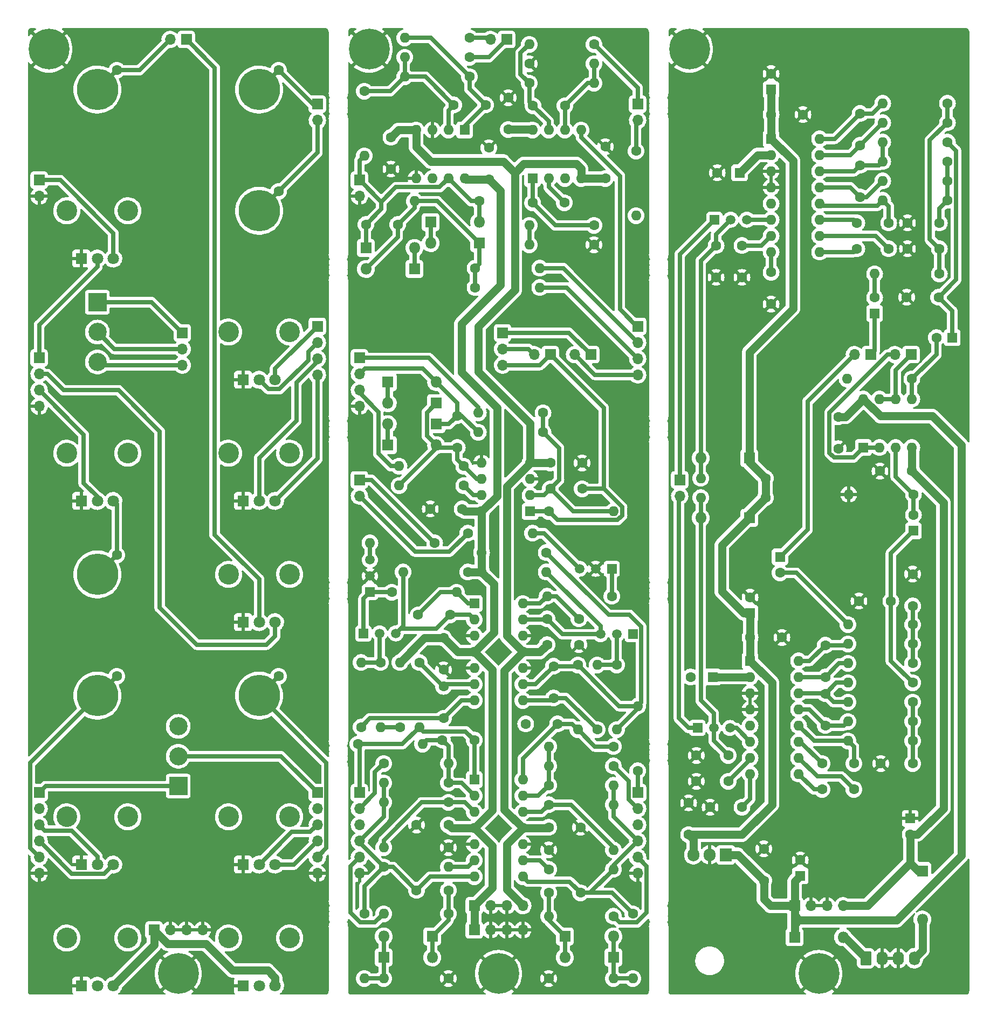
<source format=gtl>
%TF.GenerationSoftware,KiCad,Pcbnew,(6.0.0-0)*%
%TF.CreationDate,2022-01-15T14:42:34+00:00*%
%TF.ProjectId,dual-digi-delay,6475616c-2d64-4696-9769-2d64656c6179,r03*%
%TF.SameCoordinates,Original*%
%TF.FileFunction,Copper,L1,Top*%
%TF.FilePolarity,Positive*%
%FSLAX46Y46*%
G04 Gerber Fmt 4.6, Leading zero omitted, Abs format (unit mm)*
G04 Created by KiCad (PCBNEW (6.0.0-0)) date 2022-01-15 14:42:34*
%MOMM*%
%LPD*%
G01*
G04 APERTURE LIST*
G04 Aperture macros list*
%AMRoundRect*
0 Rectangle with rounded corners*
0 $1 Rounding radius*
0 $2 $3 $4 $5 $6 $7 $8 $9 X,Y pos of 4 corners*
0 Add a 4 corners polygon primitive as box body*
4,1,4,$2,$3,$4,$5,$6,$7,$8,$9,$2,$3,0*
0 Add four circle primitives for the rounded corners*
1,1,$1+$1,$2,$3*
1,1,$1+$1,$4,$5*
1,1,$1+$1,$6,$7*
1,1,$1+$1,$8,$9*
0 Add four rect primitives between the rounded corners*
20,1,$1+$1,$2,$3,$4,$5,0*
20,1,$1+$1,$4,$5,$6,$7,0*
20,1,$1+$1,$6,$7,$8,$9,0*
20,1,$1+$1,$8,$9,$2,$3,0*%
G04 Aperture macros list end*
%TA.AperFunction,ComponentPad*%
%ADD10C,1.600000*%
%TD*%
%TA.AperFunction,ComponentPad*%
%ADD11R,1.600000X1.600000*%
%TD*%
%TA.AperFunction,ComponentPad*%
%ADD12R,1.800000X1.800000*%
%TD*%
%TA.AperFunction,ComponentPad*%
%ADD13O,1.800000X1.800000*%
%TD*%
%TA.AperFunction,ComponentPad*%
%ADD14R,1.500000X1.500000*%
%TD*%
%TA.AperFunction,ComponentPad*%
%ADD15C,1.500000*%
%TD*%
%TA.AperFunction,ComponentPad*%
%ADD16O,1.600000X1.600000*%
%TD*%
%TA.AperFunction,ComponentPad*%
%ADD17C,3.240000*%
%TD*%
%TA.AperFunction,ComponentPad*%
%ADD18C,1.800000*%
%TD*%
%TA.AperFunction,ComponentPad*%
%ADD19C,6.500000*%
%TD*%
%TA.AperFunction,ComponentPad*%
%ADD20R,1.700000X1.700000*%
%TD*%
%TA.AperFunction,ComponentPad*%
%ADD21O,1.700000X1.700000*%
%TD*%
%TA.AperFunction,ComponentPad*%
%ADD22R,2.850000X2.850000*%
%TD*%
%TA.AperFunction,ComponentPad*%
%ADD23C,2.850000*%
%TD*%
%TA.AperFunction,ComponentPad*%
%ADD24R,1.905000X2.000000*%
%TD*%
%TA.AperFunction,ComponentPad*%
%ADD25O,1.905000X2.000000*%
%TD*%
%TA.AperFunction,ComponentPad*%
%ADD26C,6.400000*%
%TD*%
%TA.AperFunction,ComponentPad*%
%ADD27RoundRect,0.250000X-0.620000X-0.845000X0.620000X-0.845000X0.620000X0.845000X-0.620000X0.845000X0*%
%TD*%
%TA.AperFunction,ComponentPad*%
%ADD28O,1.740000X2.190000*%
%TD*%
%TA.AperFunction,ViaPad*%
%ADD29C,0.762000*%
%TD*%
%TA.AperFunction,Conductor*%
%ADD30C,0.635000*%
%TD*%
%TA.AperFunction,Conductor*%
%ADD31C,1.270000*%
%TD*%
G04 APERTURE END LIST*
D10*
%TO.P,C32,1*%
%TO.N,Net-(C32-Pad1)*%
X131445000Y-62611000D03*
%TO.P,C32,2*%
%TO.N,GND*%
X131445000Y-67611000D03*
%TD*%
%TO.P,C26,1*%
%TO.N,GND*%
X145081000Y-42037000D03*
%TO.P,C26,2*%
%TO.N,+5V*%
X140081000Y-42037000D03*
%TD*%
D11*
%TO.P,C25,1*%
%TO.N,+5V*%
X140081000Y-38100000D03*
D10*
%TO.P,C25,2*%
%TO.N,GND*%
X140081000Y-35600000D03*
%TD*%
%TO.P,C35,1*%
%TO.N,GND*%
X135509000Y-67611000D03*
%TO.P,C35,2*%
%TO.N,Net-(C35-Pad2)*%
X135509000Y-62611000D03*
%TD*%
D11*
%TO.P,C29,1*%
%TO.N,Net-(C29-Pad1)*%
X135128000Y-51181000D03*
D10*
%TO.P,C29,2*%
%TO.N,GND*%
X131628000Y-51181000D03*
%TD*%
%TO.P,C37,1*%
%TO.N,GND*%
X140081000Y-71802000D03*
%TO.P,C37,2*%
%TO.N,Net-(C37-Pad2)*%
X140081000Y-66802000D03*
%TD*%
%TO.P,C33,1*%
%TO.N,Net-(C33-Pad1)*%
X153543000Y-63119000D03*
%TO.P,C33,2*%
%TO.N,Net-(C33-Pad2)*%
X158543000Y-63119000D03*
%TD*%
%TO.P,C27,1*%
%TO.N,Net-(C27-Pad1)*%
X154051000Y-46863000D03*
%TO.P,C27,2*%
%TO.N,Net-(C27-Pad2)*%
X154051000Y-41863000D03*
%TD*%
D11*
%TO.P,C38,1*%
%TO.N,/PT2399-Delay-1/AUDIO_IN*%
X156337000Y-73279000D03*
D10*
%TO.P,C38,2*%
%TO.N,Net-(C38-Pad2)*%
X156337000Y-70779000D03*
%TD*%
%TO.P,C30,1*%
%TO.N,Net-(C30-Pad1)*%
X153543000Y-59055000D03*
%TO.P,C30,2*%
%TO.N,Net-(C30-Pad2)*%
X158543000Y-59055000D03*
%TD*%
%TO.P,C28,1*%
%TO.N,Net-(C28-Pad1)*%
X154051000Y-49991000D03*
%TO.P,C28,2*%
%TO.N,Net-(C28-Pad2)*%
X154051000Y-54991000D03*
%TD*%
%TO.P,C34,1*%
%TO.N,GND*%
X161497000Y-63119000D03*
%TO.P,C34,2*%
%TO.N,Net-(C34-Pad2)*%
X166497000Y-63119000D03*
%TD*%
%TO.P,C31,1*%
%TO.N,GND*%
X161497000Y-59055000D03*
%TO.P,C31,2*%
%TO.N,Net-(C31-Pad2)*%
X166497000Y-59055000D03*
%TD*%
%TO.P,C36,1*%
%TO.N,GND*%
X161370000Y-70739000D03*
%TO.P,C36,2*%
%TO.N,Net-(C36-Pad2)*%
X166370000Y-70739000D03*
%TD*%
D11*
%TO.P,C39,1*%
%TO.N,Net-(C36-Pad2)*%
X168529000Y-77089000D03*
D10*
%TO.P,C39,2*%
%TO.N,/DelayBuffers/DELAY1_IN*%
X166029000Y-77089000D03*
%TD*%
%TO.P,C51,1*%
%TO.N,Net-(C51-Pad1)*%
X133350000Y-142748000D03*
%TO.P,C51,2*%
%TO.N,GND*%
X128350000Y-142748000D03*
%TD*%
%TO.P,C47,1*%
%TO.N,GND*%
X141779000Y-124206000D03*
%TO.P,C47,2*%
%TO.N,+5V*%
X136779000Y-124206000D03*
%TD*%
D11*
%TO.P,C46,1*%
%TO.N,+5V*%
X136779000Y-120396000D03*
D10*
%TO.P,C46,2*%
%TO.N,GND*%
X136779000Y-117896000D03*
%TD*%
%TO.P,C54,1*%
%TO.N,GND*%
X128350000Y-146812000D03*
%TO.P,C54,2*%
%TO.N,Net-(C54-Pad2)*%
X133350000Y-146812000D03*
%TD*%
D11*
%TO.P,C48,1*%
%TO.N,Net-(C48-Pad1)*%
X130937000Y-130429000D03*
D10*
%TO.P,C48,2*%
%TO.N,GND*%
X127437000Y-130429000D03*
%TD*%
%TO.P,C57,1*%
%TO.N,GND*%
X130509000Y-150876000D03*
%TO.P,C57,2*%
%TO.N,Net-(C57-Pad2)*%
X135509000Y-150876000D03*
%TD*%
%TO.P,C55,1*%
%TO.N,Net-(C55-Pad1)*%
X148082000Y-148082000D03*
%TO.P,C55,2*%
%TO.N,Net-(C55-Pad2)*%
X153082000Y-148082000D03*
%TD*%
%TO.P,C49,1*%
%TO.N,Net-(C49-Pad1)*%
X148590000Y-130429000D03*
%TO.P,C49,2*%
%TO.N,Net-(C49-Pad2)*%
X148590000Y-125429000D03*
%TD*%
D11*
%TO.P,C43,1*%
%TO.N,/PT2399-Delay-2/AUDIO_IN*%
X141478000Y-111546000D03*
D10*
%TO.P,C43,2*%
%TO.N,Net-(C43-Pad2)*%
X141478000Y-114046000D03*
%TD*%
%TO.P,C52,1*%
%TO.N,Net-(C52-Pad1)*%
X148082000Y-144018000D03*
%TO.P,C52,2*%
%TO.N,Net-(C52-Pad2)*%
X153082000Y-144018000D03*
%TD*%
%TO.P,C50,1*%
%TO.N,Net-(C50-Pad1)*%
X148590000Y-133049000D03*
%TO.P,C50,2*%
%TO.N,Net-(C50-Pad2)*%
X148590000Y-138049000D03*
%TD*%
%TO.P,C44,1*%
%TO.N,GND*%
X162306000Y-114253000D03*
%TO.P,C44,2*%
%TO.N,Net-(C44-Pad2)*%
X162306000Y-119253000D03*
%TD*%
%TO.P,C53,1*%
%TO.N,GND*%
X157306000Y-144018000D03*
%TO.P,C53,2*%
%TO.N,Net-(C53-Pad2)*%
X162306000Y-144018000D03*
%TD*%
%TO.P,C45,1*%
%TO.N,GND*%
X153877000Y-118491000D03*
%TO.P,C45,2*%
%TO.N,Net-(C42-Pad1)*%
X158877000Y-118491000D03*
%TD*%
D11*
%TO.P,C42,1*%
%TO.N,Net-(C42-Pad1)*%
X162433000Y-107442000D03*
D10*
%TO.P,C42,2*%
%TO.N,/DelayBuffers/DELAY2_IN*%
X162433000Y-104942000D03*
%TD*%
D12*
%TO.P,D13,1,K*%
%TO.N,+5V*%
X136652000Y-96012000D03*
D13*
%TO.P,D13,2,A*%
%TO.N,Net-(C32-Pad1)*%
X129032000Y-96012000D03*
%TD*%
D12*
%TO.P,D14,1,K*%
%TO.N,+5V*%
X136652000Y-105410000D03*
D13*
%TO.P,D14,2,A*%
%TO.N,Net-(C51-Pad1)*%
X129032000Y-105410000D03*
%TD*%
D14*
%TO.P,Q5,1,E*%
%TO.N,/PT2399-Delay-1/DELAY_TIME_CTRL*%
X131191000Y-58547000D03*
D15*
%TO.P,Q5,2,B*%
%TO.N,Net-(C32-Pad1)*%
X133731000Y-58547000D03*
%TO.P,Q5,3,C*%
%TO.N,Net-(Q5-Pad3)*%
X136271000Y-58547000D03*
%TD*%
D14*
%TO.P,Q6,1,E*%
%TO.N,/PT2399-Delay-2/DELAY_TIME_CTRL*%
X128524000Y-138430000D03*
D15*
%TO.P,Q6,2,B*%
%TO.N,Net-(C51-Pad1)*%
X131064000Y-138430000D03*
%TO.P,Q6,3,C*%
%TO.N,Net-(Q6-Pad3)*%
X133604000Y-138430000D03*
%TD*%
D10*
%TO.P,R60,1*%
%TO.N,+5V*%
X139192000Y-99187000D03*
D16*
%TO.P,R60,2*%
%TO.N,Net-(C32-Pad1)*%
X129032000Y-99187000D03*
%TD*%
D10*
%TO.P,R52,1*%
%TO.N,Net-(C34-Pad2)*%
X167767000Y-40259000D03*
D16*
%TO.P,R52,2*%
%TO.N,Net-(C27-Pad2)*%
X157607000Y-40259000D03*
%TD*%
D10*
%TO.P,R53,1*%
%TO.N,Net-(C34-Pad2)*%
X167767000Y-43307000D03*
D16*
%TO.P,R53,2*%
%TO.N,Net-(C27-Pad1)*%
X157607000Y-43307000D03*
%TD*%
D10*
%TO.P,R58,1*%
%TO.N,Net-(C34-Pad2)*%
X166497000Y-67056000D03*
D16*
%TO.P,R58,2*%
%TO.N,Net-(C38-Pad2)*%
X156337000Y-67056000D03*
%TD*%
D10*
%TO.P,R57,1*%
%TO.N,Net-(C31-Pad2)*%
X167767000Y-55499000D03*
D16*
%TO.P,R57,2*%
%TO.N,Net-(C30-Pad2)*%
X157607000Y-55499000D03*
%TD*%
D10*
%TO.P,R56,1*%
%TO.N,Net-(C31-Pad2)*%
X167767000Y-52451000D03*
D16*
%TO.P,R56,2*%
%TO.N,Net-(C28-Pad2)*%
X157607000Y-52451000D03*
%TD*%
D10*
%TO.P,R55,1*%
%TO.N,Net-(C31-Pad2)*%
X167767000Y-49403000D03*
D16*
%TO.P,R55,2*%
%TO.N,Net-(C28-Pad1)*%
X157607000Y-49403000D03*
%TD*%
D10*
%TO.P,R54,1*%
%TO.N,Net-(C36-Pad2)*%
X167767000Y-46355000D03*
D16*
%TO.P,R54,2*%
%TO.N,Net-(C28-Pad1)*%
X157607000Y-46355000D03*
%TD*%
D10*
%TO.P,R62,1*%
%TO.N,+5V*%
X139192000Y-102235000D03*
D16*
%TO.P,R62,2*%
%TO.N,Net-(C51-Pad1)*%
X129032000Y-102235000D03*
%TD*%
D10*
%TO.P,R64,1*%
%TO.N,Net-(C44-Pad2)*%
X162306000Y-125222000D03*
D16*
%TO.P,R64,2*%
%TO.N,Net-(C49-Pad2)*%
X152146000Y-125222000D03*
%TD*%
D10*
%TO.P,R65,1*%
%TO.N,Net-(C44-Pad2)*%
X162306000Y-128270000D03*
D16*
%TO.P,R65,2*%
%TO.N,Net-(C49-Pad1)*%
X152146000Y-128270000D03*
%TD*%
D10*
%TO.P,R63,1*%
%TO.N,Net-(C44-Pad2)*%
X162306000Y-122174000D03*
D16*
%TO.P,R63,2*%
%TO.N,Net-(C43-Pad2)*%
X152146000Y-122174000D03*
%TD*%
D10*
%TO.P,R69,1*%
%TO.N,Net-(C53-Pad2)*%
X162306000Y-140462000D03*
D16*
%TO.P,R69,2*%
%TO.N,Net-(C52-Pad2)*%
X152146000Y-140462000D03*
%TD*%
D10*
%TO.P,R68,1*%
%TO.N,Net-(C53-Pad2)*%
X162306000Y-137414000D03*
D16*
%TO.P,R68,2*%
%TO.N,Net-(C50-Pad2)*%
X152146000Y-137414000D03*
%TD*%
D10*
%TO.P,R67,1*%
%TO.N,Net-(C53-Pad2)*%
X162306000Y-134366000D03*
D16*
%TO.P,R67,2*%
%TO.N,Net-(C50-Pad1)*%
X152146000Y-134366000D03*
%TD*%
D10*
%TO.P,R66,1*%
%TO.N,Net-(C42-Pad1)*%
X162306000Y-131318000D03*
D16*
%TO.P,R66,2*%
%TO.N,Net-(C50-Pad1)*%
X152146000Y-131318000D03*
%TD*%
D11*
%TO.P,U6,1,VCC*%
%TO.N,+5V*%
X140081000Y-45847000D03*
D16*
%TO.P,U6,2,REF*%
%TO.N,Net-(C29-Pad1)*%
X140081000Y-48387000D03*
%TO.P,U6,3,AGND*%
%TO.N,GND*%
X140081000Y-50927000D03*
%TO.P,U6,4,DGND*%
X140081000Y-53467000D03*
%TO.P,U6,5,CLK_O*%
%TO.N,unconnected-(U6-Pad5)*%
X140081000Y-56007000D03*
%TO.P,U6,6,VCO*%
%TO.N,Net-(Q5-Pad3)*%
X140081000Y-58547000D03*
%TO.P,U6,7,CC1*%
%TO.N,Net-(C35-Pad2)*%
X140081000Y-61087000D03*
%TO.P,U6,8,CC0*%
%TO.N,Net-(C37-Pad2)*%
X140081000Y-63627000D03*
%TO.P,U6,9,OP1-OUT*%
%TO.N,Net-(C33-Pad1)*%
X147701000Y-63627000D03*
%TO.P,U6,10,OP1-IN*%
%TO.N,Net-(C33-Pad2)*%
X147701000Y-61087000D03*
%TO.P,U6,11,OP2-IN*%
%TO.N,Net-(C30-Pad1)*%
X147701000Y-58547000D03*
%TO.P,U6,12,OP2-OUT*%
%TO.N,Net-(C30-Pad2)*%
X147701000Y-56007000D03*
%TO.P,U6,13,LPF2-IN*%
%TO.N,Net-(C28-Pad2)*%
X147701000Y-53467000D03*
%TO.P,U6,14,LPF2-OUT*%
%TO.N,Net-(C28-Pad1)*%
X147701000Y-50927000D03*
%TO.P,U6,15,LPF1-OUT*%
%TO.N,Net-(C27-Pad1)*%
X147701000Y-48387000D03*
%TO.P,U6,16,LPF1-IN*%
%TO.N,Net-(C27-Pad2)*%
X147701000Y-45847000D03*
%TD*%
D11*
%TO.P,U8,1,VCC*%
%TO.N,+5V*%
X136779000Y-127889000D03*
D16*
%TO.P,U8,2,REF*%
%TO.N,Net-(C48-Pad1)*%
X136779000Y-130429000D03*
%TO.P,U8,3,AGND*%
%TO.N,GND*%
X136779000Y-132969000D03*
%TO.P,U8,4,DGND*%
X136779000Y-135509000D03*
%TO.P,U8,5,CLK_O*%
%TO.N,unconnected-(U8-Pad5)*%
X136779000Y-138049000D03*
%TO.P,U8,6,VCO*%
%TO.N,Net-(Q6-Pad3)*%
X136779000Y-140589000D03*
%TO.P,U8,7,CC1*%
%TO.N,Net-(C54-Pad2)*%
X136779000Y-143129000D03*
%TO.P,U8,8,CC0*%
%TO.N,Net-(C57-Pad2)*%
X136779000Y-145669000D03*
%TO.P,U8,9,OP1-OUT*%
%TO.N,Net-(C55-Pad1)*%
X144399000Y-145669000D03*
%TO.P,U8,10,OP1-IN*%
%TO.N,Net-(C55-Pad2)*%
X144399000Y-143129000D03*
%TO.P,U8,11,OP2-IN*%
%TO.N,Net-(C52-Pad1)*%
X144399000Y-140589000D03*
%TO.P,U8,12,OP2-OUT*%
%TO.N,Net-(C52-Pad2)*%
X144399000Y-138049000D03*
%TO.P,U8,13,LPF2-IN*%
%TO.N,Net-(C50-Pad2)*%
X144399000Y-135509000D03*
%TO.P,U8,14,LPF2-OUT*%
%TO.N,Net-(C50-Pad1)*%
X144399000Y-132969000D03*
%TO.P,U8,15,LPF1-OUT*%
%TO.N,Net-(C49-Pad1)*%
X144399000Y-130429000D03*
%TO.P,U8,16,LPF1-IN*%
%TO.N,Net-(C49-Pad2)*%
X144399000Y-127889000D03*
%TD*%
D10*
%TO.P,C21,1*%
%TO.N,GND*%
X84408000Y-153670000D03*
%TO.P,C21,2*%
%TO.N,+12V*%
X89408000Y-153670000D03*
%TD*%
%TO.P,C22,1*%
%TO.N,-12V*%
X105156000Y-154051000D03*
%TO.P,C22,2*%
%TO.N,GND*%
X110156000Y-154051000D03*
%TD*%
%TO.P,C16,1*%
%TO.N,GND*%
X88646000Y-129286000D03*
%TO.P,C16,2*%
%TO.N,+12V*%
X88646000Y-124286000D03*
%TD*%
%TO.P,C15,1*%
%TO.N,-12V*%
X104902000Y-125349000D03*
%TO.P,C15,2*%
%TO.N,GND*%
X109902000Y-125349000D03*
%TD*%
%TO.P,C23,1*%
%TO.N,/CVControl/DELAY1_CV_CTRL*%
X84408000Y-163957000D03*
%TO.P,C23,2*%
%TO.N,Net-(C23-Pad2)*%
X89408000Y-163957000D03*
%TD*%
%TO.P,C19,1*%
%TO.N,Net-(C19-Pad1)*%
X106553000Y-137795000D03*
%TO.P,C19,2*%
%TO.N,Net-(C19-Pad2)*%
X101553000Y-137795000D03*
%TD*%
%TO.P,C20,1*%
%TO.N,/CVControl/DELAY1_CV_JOIN_OUT*%
X93472000Y-140335000D03*
%TO.P,C20,2*%
%TO.N,Net-(C20-Pad2)*%
X88472000Y-140335000D03*
%TD*%
%TO.P,C17,1*%
%TO.N,Net-(C17-Pad1)*%
X105918000Y-133731000D03*
%TO.P,C17,2*%
%TO.N,Net-(C17-Pad2)*%
X105918000Y-128731000D03*
%TD*%
%TO.P,C18,1*%
%TO.N,Net-(C18-Pad1)*%
X88646000Y-136906000D03*
%TO.P,C18,2*%
%TO.N,Net-(C18-Pad2)*%
X88646000Y-131906000D03*
%TD*%
%TO.P,C14,1*%
%TO.N,Net-(C14-Pad1)*%
X104902000Y-121285000D03*
%TO.P,C14,2*%
%TO.N,Net-(C14-Pad2)*%
X109902000Y-121285000D03*
%TD*%
%TO.P,C13,1*%
%TO.N,Net-(C13-Pad1)*%
X89662000Y-120650000D03*
%TO.P,C13,2*%
%TO.N,Net-(C13-Pad2)*%
X84662000Y-120650000D03*
%TD*%
D11*
%TO.P,C60,1*%
%TO.N,+12V*%
X144653000Y-161671000D03*
D10*
%TO.P,C60,2*%
%TO.N,GND*%
X144653000Y-159171000D03*
%TD*%
D11*
%TO.P,C58,1*%
%TO.N,GND*%
X161925000Y-152654000D03*
D10*
%TO.P,C58,2*%
%TO.N,-12V*%
X161925000Y-155154000D03*
%TD*%
%TO.P,C59,1*%
%TO.N,GND*%
X138938000Y-157433000D03*
%TO.P,C59,2*%
%TO.N,+12V*%
X138938000Y-162433000D03*
%TD*%
%TO.P,C56,1*%
%TO.N,GND*%
X127127000Y-150194000D03*
%TO.P,C56,2*%
%TO.N,+5V*%
X127127000Y-155194000D03*
%TD*%
D12*
%TO.P,D15,1,K*%
%TO.N,+12V*%
X143764000Y-171323000D03*
D13*
%TO.P,D15,2,A*%
%TO.N,/Power/+VCC*%
X151384000Y-171323000D03*
%TD*%
D12*
%TO.P,D16,1,K*%
%TO.N,-12V*%
X163830000Y-160909000D03*
D13*
%TO.P,D16,2,A*%
%TO.N,/Power/-VCC*%
X163830000Y-168529000D03*
%TD*%
D17*
%TO.P,DELAY_CV_ATTV1,*%
%TO.N,*%
X39090000Y-152400001D03*
X29490000Y-152400001D03*
D12*
%TO.P,DELAY_CV_ATTV1,1,1*%
%TO.N,GND*%
X31790000Y-159900001D03*
D18*
%TO.P,DELAY_CV_ATTV1,2,2*%
%TO.N,/CVInputs/DELAY1_CV_ATTV*%
X34290000Y-159900001D03*
%TO.P,DELAY_CV_ATTV1,3,3*%
%TO.N,/CVInputs/DELAY1_CV_CTRL*%
X36790000Y-159900001D03*
%TD*%
D17*
%TO.P,DELAY_TIME1,*%
%TO.N,*%
X39090000Y-171450000D03*
X29490000Y-171450000D03*
D12*
%TO.P,DELAY_TIME1,1,1*%
%TO.N,GND*%
X31790000Y-178950000D03*
D18*
%TO.P,DELAY_TIME1,2,2*%
%TO.N,/CVInputs/DELAY1_CONTROL*%
X34290000Y-178950000D03*
%TO.P,DELAY_TIME1,3,3*%
%TO.N,+12V*%
X36790000Y-178950000D03*
%TD*%
D17*
%TO.P,DELAY_CV_ATTV2,*%
%TO.N,*%
X54890001Y-152400001D03*
X64490001Y-152400001D03*
D12*
%TO.P,DELAY_CV_ATTV2,1,1*%
%TO.N,GND*%
X57190001Y-159900001D03*
D18*
%TO.P,DELAY_CV_ATTV2,2,2*%
%TO.N,/CVInputs/DELAY2_CV_ATTV*%
X59690001Y-159900001D03*
%TO.P,DELAY_CV_ATTV2,3,3*%
%TO.N,/CVInputs/DELAY2_CV_CTRL*%
X62190001Y-159900001D03*
%TD*%
D17*
%TO.P,DELAY_TIME2,*%
%TO.N,*%
X64490000Y-171450000D03*
X54890000Y-171450000D03*
D12*
%TO.P,DELAY_TIME2,1,1*%
%TO.N,GND*%
X57190000Y-178950000D03*
D18*
%TO.P,DELAY_TIME2,2,2*%
%TO.N,/CVInputs/DELAY2_CONTROL*%
X59690000Y-178950000D03*
%TO.P,DELAY_TIME2,3,3*%
%TO.N,+12V*%
X62190000Y-178950000D03*
%TD*%
D19*
%TO.P,J6,1*%
%TO.N,/CVInputs/DELAY2_CV_INPUT*%
X59690001Y-133350000D03*
D10*
X62738001Y-130302000D03*
%TD*%
D19*
%TO.P,J3,1*%
%TO.N,/CVInputs/DELAY1_CV_INPUT*%
X34290000Y-133350000D03*
D10*
X37338000Y-130302000D03*
%TD*%
D20*
%TO.P,J15,1,Pin_1*%
%TO.N,+12V*%
X93472000Y-170180000D03*
D21*
%TO.P,J15,2,Pin_2*%
%TO.N,GND*%
X96012000Y-170180000D03*
%TO.P,J15,3,Pin_3*%
X98552000Y-170180000D03*
%TO.P,J15,4,Pin_4*%
X101092000Y-170180000D03*
%TD*%
D14*
%TO.P,Q4,1,E*%
%TO.N,Net-(Q1-Pad1)*%
X118364000Y-123698000D03*
D15*
%TO.P,Q4,2,B*%
%TO.N,Net-(Q4-Pad2)*%
X115824000Y-123698000D03*
%TO.P,Q4,3,C*%
%TO.N,Net-(C14-Pad1)*%
X113284000Y-123698000D03*
%TD*%
D14*
%TO.P,Q3,1,E*%
%TO.N,Net-(Q2-Pad1)*%
X76073000Y-123571000D03*
D15*
%TO.P,Q3,2,B*%
%TO.N,Net-(Q3-Pad2)*%
X78613000Y-123571000D03*
%TO.P,Q3,3,C*%
%TO.N,Net-(C13-Pad1)*%
X81153000Y-123571000D03*
%TD*%
D14*
%TO.P,Q1,1,E*%
%TO.N,Net-(Q1-Pad1)*%
X115062000Y-113411000D03*
D15*
%TO.P,Q1,2,B*%
%TO.N,GND*%
X112522000Y-113411000D03*
%TO.P,Q1,3,C*%
%TO.N,Net-(Q1-Pad3)*%
X109982000Y-113411000D03*
%TD*%
D14*
%TO.P,Q2,1,E*%
%TO.N,Net-(Q2-Pad1)*%
X77089000Y-117094000D03*
D15*
%TO.P,Q2,2,B*%
%TO.N,GND*%
X77089000Y-114554000D03*
%TO.P,Q2,3,C*%
%TO.N,Net-(Q2-Pad3)*%
X77089000Y-112014000D03*
%TD*%
D10*
%TO.P,R42,1*%
%TO.N,GND*%
X89408000Y-157226000D03*
D16*
%TO.P,R42,2*%
%TO.N,/CVControl/DELAY1_CV_ATTV*%
X79248000Y-157226000D03*
%TD*%
D10*
%TO.P,R47,1*%
%TO.N,Net-(C23-Pad2)*%
X89408000Y-167640000D03*
D16*
%TO.P,R47,2*%
%TO.N,/CVControl/DELAY1_CV_INPUT*%
X79248000Y-167640000D03*
%TD*%
D10*
%TO.P,R49,1*%
%TO.N,/CVControl/DELAY2_CV_INPUT*%
X115316000Y-168021000D03*
D16*
%TO.P,R49,2*%
%TO.N,Net-(C24-Pad2)*%
X105156000Y-168021000D03*
%TD*%
D10*
%TO.P,R37,1*%
%TO.N,/CVControl/DELAY2_JOIN_CV_INPUT*%
X119126000Y-145161000D03*
D16*
%TO.P,R37,2*%
%TO.N,Net-(C17-Pad2)*%
X119126000Y-135001000D03*
%TD*%
D10*
%TO.P,R45,1*%
%TO.N,Net-(C24-Pad2)*%
X105156000Y-160655000D03*
D16*
%TO.P,R45,2*%
%TO.N,/CVControl/DELAY2_CV_CTRL*%
X115316000Y-160655000D03*
%TD*%
D10*
%TO.P,R44,1*%
%TO.N,/CVControl/DELAY1_CV_CTRL*%
X79248000Y-160274000D03*
D16*
%TO.P,R44,2*%
%TO.N,Net-(C23-Pad2)*%
X89408000Y-160274000D03*
%TD*%
D10*
%TO.P,R38,1*%
%TO.N,Net-(C20-Pad2)*%
X89408000Y-147066000D03*
D16*
%TO.P,R38,2*%
%TO.N,/CVControl/DELAY1_CV_CTRL*%
X79248000Y-147066000D03*
%TD*%
D10*
%TO.P,R39,1*%
%TO.N,Net-(C19-Pad2)*%
X105156000Y-147447000D03*
D16*
%TO.P,R39,2*%
%TO.N,/CVControl/DELAY2_CV_CTRL*%
X115316000Y-147447000D03*
%TD*%
D10*
%TO.P,R35,1*%
%TO.N,/CVControl/DELAY1_CONTROL*%
X79248000Y-144018000D03*
D16*
%TO.P,R35,2*%
%TO.N,Net-(C20-Pad2)*%
X89408000Y-144018000D03*
%TD*%
D10*
%TO.P,R43,1*%
%TO.N,GND*%
X105156000Y-157607000D03*
D16*
%TO.P,R43,2*%
%TO.N,/CVControl/DELAY2_CV_ATTV*%
X115316000Y-157607000D03*
%TD*%
D10*
%TO.P,R31,1*%
%TO.N,Net-(C18-Pad2)*%
X81788000Y-138303000D03*
D16*
%TO.P,R31,2*%
%TO.N,+12V*%
X81788000Y-128143000D03*
%TD*%
D10*
%TO.P,R34,1*%
%TO.N,Net-(C19-Pad1)*%
X115316000Y-141351000D03*
D16*
%TO.P,R34,2*%
%TO.N,Net-(C19-Pad2)*%
X105156000Y-141351000D03*
%TD*%
D10*
%TO.P,R33,1*%
%TO.N,/CVControl/DELAY1_CV_JOIN_OUT*%
X75184000Y-140970000D03*
D16*
%TO.P,R33,2*%
%TO.N,Net-(C20-Pad2)*%
X85344000Y-140970000D03*
%TD*%
D10*
%TO.P,R28,1*%
%TO.N,Net-(C17-Pad2)*%
X109728000Y-128524000D03*
D16*
%TO.P,R28,2*%
%TO.N,Net-(C19-Pad1)*%
X109728000Y-138684000D03*
%TD*%
D10*
%TO.P,R36,1*%
%TO.N,/CVControl/DELAY2_CONTROL*%
X115316000Y-144399000D03*
D16*
%TO.P,R36,2*%
%TO.N,Net-(C19-Pad2)*%
X105156000Y-144399000D03*
%TD*%
D10*
%TO.P,R21,1*%
%TO.N,Net-(C17-Pad2)*%
X104775000Y-110871000D03*
D16*
%TO.P,R21,2*%
%TO.N,+12V*%
X94615000Y-110871000D03*
%TD*%
D10*
%TO.P,R27,1*%
%TO.N,Net-(C18-Pad2)*%
X84836000Y-128143000D03*
D16*
%TO.P,R27,2*%
%TO.N,/CVControl/DELAY1_CV_JOIN_OUT*%
X84836000Y-138303000D03*
%TD*%
D10*
%TO.P,R29,1*%
%TO.N,Net-(Q4-Pad2)*%
X115824000Y-128524000D03*
D16*
%TO.P,R29,2*%
%TO.N,Net-(C17-Pad2)*%
X115824000Y-138684000D03*
%TD*%
D10*
%TO.P,R26,1*%
%TO.N,Net-(Q3-Pad2)*%
X78740000Y-128143000D03*
D16*
%TO.P,R26,2*%
%TO.N,Net-(C18-Pad2)*%
X78740000Y-138303000D03*
%TD*%
D10*
%TO.P,R32,1*%
%TO.N,Net-(C17-Pad1)*%
X112776000Y-138684000D03*
D16*
%TO.P,R32,2*%
%TO.N,Net-(Q4-Pad2)*%
X112776000Y-128524000D03*
%TD*%
D10*
%TO.P,R30,1*%
%TO.N,Net-(C18-Pad1)*%
X75692000Y-138303000D03*
D16*
%TO.P,R30,2*%
%TO.N,Net-(Q3-Pad2)*%
X75692000Y-128143000D03*
%TD*%
D10*
%TO.P,R23,1*%
%TO.N,+12V*%
X94615000Y-113919000D03*
D16*
%TO.P,R23,2*%
%TO.N,Net-(C14-Pad1)*%
X104775000Y-113919000D03*
%TD*%
D10*
%TO.P,R25,1*%
%TO.N,Net-(Q1-Pad1)*%
X115062000Y-117729000D03*
D16*
%TO.P,R25,2*%
%TO.N,Net-(C14-Pad2)*%
X104902000Y-117729000D03*
%TD*%
D10*
%TO.P,R22,1*%
%TO.N,+12V*%
X92456000Y-113919000D03*
D16*
%TO.P,R22,2*%
%TO.N,Net-(C13-Pad1)*%
X82296000Y-113919000D03*
%TD*%
D10*
%TO.P,R24,1*%
%TO.N,Net-(Q2-Pad1)*%
X80518000Y-117094000D03*
D16*
%TO.P,R24,2*%
%TO.N,Net-(C13-Pad2)*%
X90678000Y-117094000D03*
%TD*%
D10*
%TO.P,R19,1*%
%TO.N,/CVControl/DELAY2_TIME_VOLTAGE*%
X92456000Y-107823000D03*
D16*
%TO.P,R19,2*%
%TO.N,Net-(Q1-Pad3)*%
X102616000Y-107823000D03*
%TD*%
D10*
%TO.P,R20,1*%
%TO.N,/CVControl/DELAY1_TIME_VOLTAGE*%
X87249000Y-109347000D03*
D16*
%TO.P,R20,2*%
%TO.N,Net-(Q2-Pad3)*%
X77089000Y-109347000D03*
%TD*%
D22*
%TO.P,SW2,1,A*%
%TO.N,/CVInputs/JOIN_CV_SOURCE*%
X46990001Y-147575000D03*
D23*
%TO.P,SW2,2,B*%
%TO.N,/CVInputs/JOIN_CV*%
X46990001Y-142875000D03*
%TO.P,SW2,3,C*%
%TO.N,unconnected-(SW2-Pad3)*%
X46990001Y-138175000D03*
%TD*%
D11*
%TO.P,U4,1*%
%TO.N,Net-(C13-Pad2)*%
X93472000Y-118872000D03*
D16*
%TO.P,U4,2,-*%
%TO.N,Net-(C13-Pad1)*%
X93472000Y-121412000D03*
%TO.P,U4,3,+*%
%TO.N,GND*%
X93472000Y-123952000D03*
%TO.P,U4,4,V+*%
%TO.N,+12V*%
X93472000Y-126492000D03*
%TO.P,U4,5,+*%
%TO.N,GND*%
X93472000Y-129032000D03*
%TO.P,U4,6,-*%
%TO.N,Net-(C18-Pad2)*%
X93472000Y-131572000D03*
%TO.P,U4,7*%
%TO.N,Net-(C18-Pad1)*%
X93472000Y-134112000D03*
%TO.P,U4,8*%
%TO.N,Net-(C17-Pad1)*%
X101092000Y-134112000D03*
%TO.P,U4,9,-*%
%TO.N,Net-(C17-Pad2)*%
X101092000Y-131572000D03*
%TO.P,U4,10,+*%
%TO.N,GND*%
X101092000Y-129032000D03*
%TO.P,U4,11,V-*%
%TO.N,-12V*%
X101092000Y-126492000D03*
%TO.P,U4,12,+*%
%TO.N,GND*%
X101092000Y-123952000D03*
%TO.P,U4,13,-*%
%TO.N,Net-(C14-Pad1)*%
X101092000Y-121412000D03*
%TO.P,U4,14*%
%TO.N,Net-(C14-Pad2)*%
X101092000Y-118872000D03*
%TD*%
D24*
%TO.P,U9,1,VI*%
%TO.N,+12V*%
X132969000Y-158369000D03*
D25*
%TO.P,U9,2,GND*%
%TO.N,GND*%
X130429000Y-158369000D03*
%TO.P,U9,3,VO*%
%TO.N,+5V*%
X127889000Y-158369000D03*
%TD*%
D10*
%TO.P,C3,1*%
%TO.N,Net-(C3-Pad1)*%
X102696000Y-40640000D03*
%TO.P,C3,2*%
%TO.N,Net-(C3-Pad2)*%
X107696000Y-40640000D03*
%TD*%
%TO.P,C1,1*%
%TO.N,GND*%
X98806000Y-39370000D03*
%TO.P,C1,2*%
%TO.N,+12V*%
X98806000Y-44370000D03*
%TD*%
%TO.P,C6,1*%
%TO.N,-12V*%
X114046000Y-52070000D03*
%TO.P,C6,2*%
%TO.N,GND*%
X114046000Y-47070000D03*
%TD*%
%TO.P,C7,1*%
%TO.N,Net-(C7-Pad1)*%
X102616000Y-55880000D03*
%TO.P,C7,2*%
%TO.N,Net-(C7-Pad2)*%
X107616000Y-55880000D03*
%TD*%
%TO.P,R3,1*%
%TO.N,GND*%
X102108000Y-34036000D03*
D16*
%TO.P,R3,2*%
%TO.N,Net-(C3-Pad2)*%
X112268000Y-34036000D03*
%TD*%
D10*
%TO.P,R6,1*%
%TO.N,Net-(C3-Pad1)*%
X102108000Y-37084000D03*
D16*
%TO.P,R6,2*%
%TO.N,Net-(C3-Pad2)*%
X112268000Y-37084000D03*
%TD*%
D10*
%TO.P,R11,1*%
%TO.N,GND*%
X112268000Y-62484000D03*
D16*
%TO.P,R11,2*%
%TO.N,Net-(C7-Pad2)*%
X102108000Y-62484000D03*
%TD*%
D10*
%TO.P,R10,1*%
%TO.N,Net-(C7-Pad1)*%
X112268000Y-59436000D03*
D16*
%TO.P,R10,2*%
%TO.N,Net-(C7-Pad2)*%
X102108000Y-59436000D03*
%TD*%
D17*
%TO.P,DRY_LEVEL1,*%
%TO.N,*%
X64490001Y-114300001D03*
X54890001Y-114300001D03*
D12*
%TO.P,DRY_LEVEL1,1,1*%
%TO.N,GND*%
X57190001Y-121800001D03*
D18*
%TO.P,DRY_LEVEL1,2,2*%
%TO.N,/AudioIO/DRY_AUDIO_LEVEL*%
X59690001Y-121800001D03*
%TO.P,DRY_LEVEL1,3,3*%
%TO.N,/AudioIO/DRY_AUDIO_INPUT*%
X62190001Y-121800001D03*
%TD*%
D17*
%TO.P,FEEDBACK1,*%
%TO.N,*%
X29490000Y-57150000D03*
X39090000Y-57150000D03*
D12*
%TO.P,FEEDBACK1,1,1*%
%TO.N,GND*%
X31790000Y-64650000D03*
D18*
%TO.P,FEEDBACK1,2,2*%
%TO.N,/AudioIO/FEEDBACK_LEVEL*%
X34290000Y-64650000D03*
%TO.P,FEEDBACK1,3,3*%
%TO.N,/AudioIO/FEEDBACK_INPUT*%
X36790000Y-64650000D03*
%TD*%
D17*
%TO.P,INPUT_GAIN1,*%
%TO.N,*%
X29490000Y-95250000D03*
X39090000Y-95250000D03*
D12*
%TO.P,INPUT_GAIN1,1,1*%
%TO.N,GND*%
X31790000Y-102750000D03*
D18*
%TO.P,INPUT_GAIN1,2,2*%
%TO.N,/AudioIO/AUDIO_IN*%
X34290000Y-102750000D03*
%TO.P,INPUT_GAIN1,3,3*%
%TO.N,Net-(INPUT_GAIN1-Pad3)*%
X36790000Y-102750000D03*
%TD*%
D10*
%TO.P,J2,1*%
%TO.N,Net-(INPUT_GAIN1-Pad3)*%
X37338000Y-111252000D03*
D19*
X34290000Y-114300000D03*
%TD*%
D10*
%TO.P,J1,1*%
%TO.N,/AudioIO/MAIN_OUT*%
X37338000Y-35052000D03*
D19*
X34290000Y-38100000D03*
%TD*%
%TO.P,J5,1*%
%TO.N,/AudioIO/DELAY1_WET_OUT*%
X59690001Y-38100000D03*
D10*
X62738001Y-35052000D03*
%TD*%
%TO.P,J4,1*%
%TO.N,/AudioIO/DELAY2_WET_OUT*%
X62738000Y-54102000D03*
D19*
X59690000Y-57150000D03*
%TD*%
D22*
%TO.P,SW1,1,A*%
%TO.N,/AudioIO/DELAY1_WET_TO_2*%
X34290000Y-71500000D03*
D23*
%TO.P,SW1,2,B*%
%TO.N,/AudioIO/DELAY2_SOURCE*%
X34290000Y-76200000D03*
%TO.P,SW1,3,C*%
%TO.N,/AudioIO/INPUT_MIX*%
X34290000Y-80900000D03*
%TD*%
D17*
%TO.P,WET_LEVEL1,*%
%TO.N,*%
X64490001Y-76200000D03*
X54890001Y-76200000D03*
D12*
%TO.P,WET_LEVEL1,1,1*%
%TO.N,GND*%
X57190001Y-83700000D03*
D18*
%TO.P,WET_LEVEL1,2,2*%
%TO.N,/AudioIO/DELAY1_WET_LEVEL*%
X59690001Y-83700000D03*
%TO.P,WET_LEVEL1,3,3*%
%TO.N,/AudioIO/DELAY1_WET*%
X62190001Y-83700000D03*
%TD*%
D17*
%TO.P,WET_LEVEL2,*%
%TO.N,*%
X54890001Y-95250000D03*
X64490001Y-95250000D03*
D12*
%TO.P,WET_LEVEL2,1,1*%
%TO.N,GND*%
X57190001Y-102750000D03*
D18*
%TO.P,WET_LEVEL2,2,2*%
%TO.N,/AudioIO/DELAY2_WET_LEVEL*%
X59690001Y-102750000D03*
%TO.P,WET_LEVEL2,3,3*%
%TO.N,/AudioIO/DELAY2_WET*%
X62190001Y-102750000D03*
%TD*%
D20*
%TO.P,J18,1,Pin_1*%
%TO.N,/PT2399-Delay-1/DELAY_TIME_CTRL*%
X125730000Y-99441000D03*
D21*
%TO.P,J18,2,Pin_2*%
%TO.N,/PT2399-Delay-2/DELAY_TIME_CTRL*%
X125730000Y-101981000D03*
%TD*%
D10*
%TO.P,C2,1*%
%TO.N,Net-(C2-Pad1)*%
X95250000Y-40513000D03*
%TO.P,C2,2*%
%TO.N,Net-(C2-Pad2)*%
X90250000Y-40513000D03*
%TD*%
%TO.P,C5,1*%
%TO.N,GND*%
X95758000Y-47244000D03*
%TO.P,C5,2*%
%TO.N,+12V*%
X95758000Y-52244000D03*
%TD*%
%TO.P,C4,1*%
%TO.N,-12V*%
X80391000Y-45593000D03*
%TO.P,C4,2*%
%TO.N,GND*%
X80391000Y-50593000D03*
%TD*%
%TO.P,C12,1*%
%TO.N,GND*%
X86567000Y-104013000D03*
%TO.P,C12,2*%
%TO.N,+12V*%
X91567000Y-104013000D03*
%TD*%
%TO.P,C10,1*%
%TO.N,-12V*%
X105410000Y-96774000D03*
%TO.P,C10,2*%
%TO.N,GND*%
X110410000Y-96774000D03*
%TD*%
D12*
%TO.P,D4,1,K*%
%TO.N,Net-(D3-Pad2)*%
X84074000Y-66294000D03*
D13*
%TO.P,D4,2,A*%
%TO.N,Net-(C8-Pad2)*%
X76454000Y-66294000D03*
%TD*%
D12*
%TO.P,D2,1,K*%
%TO.N,Net-(C8-Pad2)*%
X94234000Y-62230000D03*
D13*
%TO.P,D2,2,A*%
%TO.N,Net-(D1-Pad1)*%
X86614000Y-62230000D03*
%TD*%
D12*
%TO.P,D3,1,K*%
%TO.N,/OutputMix/DELAY_MIX*%
X76454000Y-62992000D03*
D13*
%TO.P,D3,2,A*%
%TO.N,Net-(D3-Pad2)*%
X84074000Y-62992000D03*
%TD*%
D12*
%TO.P,D1,1,K*%
%TO.N,Net-(D1-Pad1)*%
X86614000Y-58928000D03*
D13*
%TO.P,D1,2,A*%
%TO.N,/OutputMix/DELAY_MIX*%
X94234000Y-58928000D03*
%TD*%
D12*
%TO.P,D8,1,K*%
%TO.N,Net-(D7-Pad2)*%
X79883000Y-93980000D03*
D13*
%TO.P,D8,2,A*%
%TO.N,Net-(C9-Pad2)*%
X87503000Y-93980000D03*
%TD*%
D12*
%TO.P,D6,1,K*%
%TO.N,Net-(C9-Pad2)*%
X87503000Y-87376000D03*
D13*
%TO.P,D6,2,A*%
%TO.N,Net-(D5-Pad1)*%
X79883000Y-87376000D03*
%TD*%
D12*
%TO.P,D7,1,K*%
%TO.N,/InputMix/DRY_AUDIO_SOURCE*%
X87503000Y-90678000D03*
D13*
%TO.P,D7,2,A*%
%TO.N,Net-(D7-Pad2)*%
X79883000Y-90678000D03*
%TD*%
D12*
%TO.P,D5,1,K*%
%TO.N,Net-(D5-Pad1)*%
X79883000Y-84074000D03*
D13*
%TO.P,D5,2,A*%
%TO.N,/InputMix/DRY_AUDIO_SOURCE*%
X87503000Y-84074000D03*
%TD*%
D10*
%TO.P,R13,1*%
%TO.N,Net-(C8-Pad2)*%
X93599000Y-69215000D03*
D16*
%TO.P,R13,2*%
%TO.N,/OutputMix/DELAY2_WET_LEVEL*%
X103759000Y-69215000D03*
%TD*%
D10*
%TO.P,R12,1*%
%TO.N,Net-(C8-Pad2)*%
X93599000Y-66167000D03*
D16*
%TO.P,R12,2*%
%TO.N,/OutputMix/DELAY1_WET_LEVEL*%
X103759000Y-66167000D03*
%TD*%
D10*
%TO.P,R9,1*%
%TO.N,/OutputMix/DELAY_MIX*%
X94234000Y-55626000D03*
D16*
%TO.P,R9,2*%
%TO.N,Net-(C8-Pad2)*%
X84074000Y-55626000D03*
%TD*%
D10*
%TO.P,R7,1*%
%TO.N,Net-(C2-Pad2)*%
X76200000Y-38354000D03*
D16*
%TO.P,R7,2*%
%TO.N,/OutputMix/DELAY_MIX*%
X76200000Y-48514000D03*
%TD*%
D10*
%TO.P,R2,1*%
%TO.N,/OutputMix/DRY_AUDIO_INPUT*%
X92710000Y-33020000D03*
D16*
%TO.P,R2,2*%
%TO.N,Net-(C2-Pad2)*%
X82550000Y-33020000D03*
%TD*%
D10*
%TO.P,R5,1*%
%TO.N,Net-(C2-Pad1)*%
X92710000Y-36068000D03*
D16*
%TO.P,R5,2*%
%TO.N,Net-(C2-Pad2)*%
X82550000Y-36068000D03*
%TD*%
D10*
%TO.P,R1,1*%
%TO.N,/OutputMix/MIX_OUT*%
X92710000Y-29972000D03*
D16*
%TO.P,R1,2*%
%TO.N,Net-(C2-Pad1)*%
X82550000Y-29972000D03*
%TD*%
D10*
%TO.P,R16,1*%
%TO.N,Net-(C9-Pad2)*%
X91821000Y-97282000D03*
D16*
%TO.P,R16,2*%
%TO.N,/InputMix/AUDIO_IN*%
X81661000Y-97282000D03*
%TD*%
D10*
%TO.P,R17,1*%
%TO.N,/InputMix/DRY_AUDIO_SOURCE*%
X91821000Y-100330000D03*
D16*
%TO.P,R17,2*%
%TO.N,Net-(C9-Pad2)*%
X81661000Y-100330000D03*
%TD*%
D10*
%TO.P,R14,1*%
%TO.N,Net-(C11-Pad2)*%
X104267000Y-88900000D03*
D16*
%TO.P,R14,2*%
%TO.N,/InputMix/DELAY_FEEDBACK*%
X94107000Y-88900000D03*
%TD*%
D10*
%TO.P,R15,1*%
%TO.N,Net-(C11-Pad2)*%
X104267000Y-91948000D03*
D16*
%TO.P,R15,2*%
%TO.N,/InputMix/DRY_AUDIO_SOURCE*%
X94107000Y-91948000D03*
%TD*%
D10*
%TO.P,R18,1*%
%TO.N,/InputMix/INPUT_MIX*%
X105156000Y-104394000D03*
D16*
%TO.P,R18,2*%
%TO.N,Net-(C11-Pad2)*%
X115316000Y-104394000D03*
%TD*%
D11*
%TO.P,U1,1*%
%TO.N,Net-(C2-Pad1)*%
X91948000Y-44450000D03*
D16*
%TO.P,U1,2,-*%
%TO.N,Net-(C2-Pad2)*%
X89408000Y-44450000D03*
%TO.P,U1,3,+*%
%TO.N,GND*%
X86868000Y-44450000D03*
%TO.P,U1,4,V-*%
%TO.N,-12V*%
X84328000Y-44450000D03*
%TO.P,U1,5,+*%
%TO.N,GND*%
X84328000Y-52070000D03*
%TO.P,U1,6,-*%
%TO.N,Net-(C8-Pad2)*%
X86868000Y-52070000D03*
%TO.P,U1,7*%
%TO.N,/OutputMix/DELAY_MIX*%
X89408000Y-52070000D03*
%TO.P,U1,8,V+*%
%TO.N,+12V*%
X91948000Y-52070000D03*
%TD*%
D11*
%TO.P,U3,1*%
%TO.N,/InputMix/INPUT_MIX*%
X102235000Y-104394000D03*
D16*
%TO.P,U3,2,-*%
%TO.N,Net-(C11-Pad2)*%
X102235000Y-101854000D03*
%TO.P,U3,3,+*%
%TO.N,GND*%
X102235000Y-99314000D03*
%TO.P,U3,4,V-*%
%TO.N,-12V*%
X102235000Y-96774000D03*
%TO.P,U3,5,+*%
%TO.N,GND*%
X94615000Y-96774000D03*
%TO.P,U3,6,-*%
%TO.N,Net-(C9-Pad2)*%
X94615000Y-99314000D03*
%TO.P,U3,7*%
%TO.N,/InputMix/DRY_AUDIO_SOURCE*%
X94615000Y-101854000D03*
%TO.P,U3,8,V+*%
%TO.N,+12V*%
X94615000Y-104394000D03*
%TD*%
D20*
%TO.P,J12,1,Pin_1*%
%TO.N,/InputMix/DELAY_FEEDBACK*%
X75438000Y-80264000D03*
D21*
%TO.P,J12,2,Pin_2*%
%TO.N,/InputMix/DRY_AUDIO_SOURCE*%
X75438000Y-82804000D03*
%TO.P,J12,3,Pin_3*%
%TO.N,/InputMix/AUDIO_IN*%
X75438000Y-85344000D03*
%TO.P,J12,4,Pin_4*%
%TO.N,GND*%
X75438000Y-87884000D03*
%TD*%
D20*
%TO.P,J19,1,Pin_1*%
%TO.N,+12V*%
X143764000Y-166370000D03*
D21*
%TO.P,J19,2,Pin_2*%
%TO.N,GND*%
X146304000Y-166370000D03*
%TO.P,J19,3,Pin_3*%
X148844000Y-166370000D03*
%TO.P,J19,4,Pin_4*%
%TO.N,-12V*%
X151384000Y-166370000D03*
%TD*%
D20*
%TO.P,J8,1,Pin_1*%
%TO.N,/DelayOut/DELAY1_WET_OUT*%
X119126000Y-40386000D03*
D21*
%TO.P,J8,2,Pin_2*%
%TO.N,/DelayOut/DELAY2_WET_OUT*%
X119126000Y-42926000D03*
%TD*%
D20*
%TO.P,J7,1,Pin_1*%
%TO.N,/OutputMix/DRY_AUDIO_INPUT*%
X98552000Y-30226000D03*
D21*
%TO.P,J7,2,Pin_2*%
%TO.N,/OutputMix/MIX_OUT*%
X96012000Y-30226000D03*
%TD*%
D20*
%TO.P,J9,1,Pin_1*%
%TO.N,/OutputMix/DELAY_MIX*%
X75438000Y-52324000D03*
D21*
%TO.P,J9,2,Pin_2*%
%TO.N,GND*%
X75438000Y-54864000D03*
%TD*%
D26*
%TO.P,H1,1,1*%
%TO.N,GND*%
X26670000Y-31750000D03*
%TD*%
%TO.P,H2,1,1*%
%TO.N,GND*%
X46990000Y-177038000D03*
%TD*%
%TO.P,H9,1,1*%
%TO.N,GND*%
X76962000Y-31750000D03*
%TD*%
%TO.P,H10,1,1*%
%TO.N,GND*%
X97282000Y-177038000D03*
%TD*%
%TO.P,H17,1,1*%
%TO.N,GND*%
X127254000Y-31750000D03*
%TD*%
%TO.P,H18,1,1*%
%TO.N,GND*%
X147574000Y-177038000D03*
%TD*%
D10*
%TO.P,R4,1*%
%TO.N,/DelayOut/DELAY1_WET_OUT*%
X112268000Y-30988000D03*
D16*
%TO.P,R4,2*%
%TO.N,Net-(C3-Pad1)*%
X102108000Y-30988000D03*
%TD*%
D10*
%TO.P,R8,1*%
%TO.N,/DelayOut/DELAY2_WET_OUT*%
X118872000Y-47752000D03*
D16*
%TO.P,R8,2*%
%TO.N,Net-(C7-Pad1)*%
X118872000Y-57912000D03*
%TD*%
D11*
%TO.P,U2,1*%
%TO.N,Net-(C7-Pad1)*%
X102616000Y-52070000D03*
D16*
%TO.P,U2,2,-*%
%TO.N,Net-(C7-Pad2)*%
X105156000Y-52070000D03*
%TO.P,U2,3,+*%
%TO.N,/DelayOut/DELAY2_WET*%
X107696000Y-52070000D03*
%TO.P,U2,4,V-*%
%TO.N,-12V*%
X110236000Y-52070000D03*
%TO.P,U2,5,+*%
%TO.N,/DelayOut/DELAY1_WET*%
X110236000Y-44450000D03*
%TO.P,U2,6,-*%
%TO.N,Net-(C3-Pad2)*%
X107696000Y-44450000D03*
%TO.P,U2,7*%
%TO.N,Net-(C3-Pad1)*%
X105156000Y-44450000D03*
%TO.P,U2,8,V+*%
%TO.N,+12V*%
X102616000Y-44450000D03*
%TD*%
D20*
%TO.P,J16,1,Pin_1*%
%TO.N,/PT2399-Delay-1/AUDIO_IN*%
X155702000Y-79756000D03*
D21*
%TO.P,J16,2,Pin_2*%
%TO.N,/PT2399-Delay-2/AUDIO_IN*%
X153162000Y-79756000D03*
%TD*%
D20*
%TO.P,J17,1,Pin_1*%
%TO.N,/DelayBuffers/DELAY1_OUT*%
X162052000Y-79756000D03*
D21*
%TO.P,J17,2,Pin_2*%
%TO.N,/DelayBuffers/DELAY2_OUT*%
X159512000Y-79756000D03*
%TD*%
D10*
%TO.P,C24,1*%
%TO.N,/CVControl/DELAY2_CV_CTRL*%
X110156000Y-164338000D03*
%TO.P,C24,2*%
%TO.N,Net-(C24-Pad2)*%
X105156000Y-164338000D03*
%TD*%
D12*
%TO.P,D9,1,K*%
%TO.N,Net-(C23-Pad2)*%
X86868000Y-171196000D03*
D13*
%TO.P,D9,2,A*%
%TO.N,Net-(D11-Pad1)*%
X79248000Y-171196000D03*
%TD*%
D12*
%TO.P,D11,1,K*%
%TO.N,Net-(D11-Pad1)*%
X79248000Y-174498000D03*
D13*
%TO.P,D11,2,A*%
%TO.N,Net-(C23-Pad2)*%
X86868000Y-174498000D03*
%TD*%
D12*
%TO.P,D10,1,K*%
%TO.N,Net-(C24-Pad2)*%
X107696000Y-171196000D03*
D13*
%TO.P,D10,2,A*%
%TO.N,Net-(D10-Pad2)*%
X115316000Y-171196000D03*
%TD*%
D12*
%TO.P,D12,1,K*%
%TO.N,Net-(D10-Pad2)*%
X115316000Y-174498000D03*
D13*
%TO.P,D12,2,A*%
%TO.N,Net-(C24-Pad2)*%
X107696000Y-174498000D03*
%TD*%
D10*
%TO.P,R46,1*%
%TO.N,/CVControl/DELAY1_CV_CTRL*%
X76200000Y-167640000D03*
D16*
%TO.P,R46,2*%
%TO.N,Net-(D11-Pad1)*%
X76200000Y-177800000D03*
%TD*%
D10*
%TO.P,R50,1*%
%TO.N,GND*%
X89408000Y-177800000D03*
D16*
%TO.P,R50,2*%
%TO.N,Net-(D11-Pad1)*%
X79248000Y-177800000D03*
%TD*%
D10*
%TO.P,R48,1*%
%TO.N,/CVControl/DELAY2_CV_CTRL*%
X118364000Y-167640000D03*
D16*
%TO.P,R48,2*%
%TO.N,Net-(D10-Pad2)*%
X118364000Y-177800000D03*
%TD*%
D10*
%TO.P,R51,1*%
%TO.N,GND*%
X105156000Y-177800000D03*
D16*
%TO.P,R51,2*%
%TO.N,Net-(D10-Pad2)*%
X115316000Y-177800000D03*
%TD*%
D10*
%TO.P,R41,1*%
%TO.N,/CVControl/DELAY2_CV_ATTV*%
X105156000Y-150495000D03*
D16*
%TO.P,R41,2*%
%TO.N,/CVControl/DELAY2_CV_CTRL*%
X115316000Y-150495000D03*
%TD*%
D10*
%TO.P,R40,1*%
%TO.N,/CVControl/DELAY1_CV_ATTV*%
X89408000Y-150114000D03*
D16*
%TO.P,R40,2*%
%TO.N,/CVControl/DELAY1_CV_CTRL*%
X79248000Y-150114000D03*
%TD*%
D11*
%TO.P,U5,1*%
%TO.N,/CVControl/DELAY1_CV_JOIN_OUT*%
X93472000Y-146558000D03*
D16*
%TO.P,U5,2,-*%
%TO.N,Net-(C20-Pad2)*%
X93472000Y-149098000D03*
%TO.P,U5,3,+*%
%TO.N,/CVControl/DELAY1_CV_ATTV*%
X93472000Y-151638000D03*
%TO.P,U5,4,V+*%
%TO.N,+12V*%
X93472000Y-154178000D03*
%TO.P,U5,5,+*%
%TO.N,GND*%
X93472000Y-156718000D03*
%TO.P,U5,6,-*%
%TO.N,Net-(C23-Pad2)*%
X93472000Y-159258000D03*
%TO.P,U5,7*%
%TO.N,/CVControl/DELAY1_CV_CTRL*%
X93472000Y-161798000D03*
%TO.P,U5,8*%
%TO.N,/CVControl/DELAY2_CV_CTRL*%
X101092000Y-161798000D03*
%TO.P,U5,9,-*%
%TO.N,Net-(C24-Pad2)*%
X101092000Y-159258000D03*
%TO.P,U5,10,+*%
%TO.N,GND*%
X101092000Y-156718000D03*
%TO.P,U5,11,V-*%
%TO.N,-12V*%
X101092000Y-154178000D03*
%TO.P,U5,12,+*%
%TO.N,/CVControl/DELAY2_CV_ATTV*%
X101092000Y-151638000D03*
%TO.P,U5,13,-*%
%TO.N,Net-(C19-Pad2)*%
X101092000Y-149098000D03*
%TO.P,U5,14*%
%TO.N,Net-(C19-Pad1)*%
X101092000Y-146558000D03*
%TD*%
D20*
%TO.P,J13,1,Pin_1*%
%TO.N,/CVControl/DELAY1_CV_JOIN_OUT*%
X75438000Y-148590000D03*
D21*
%TO.P,J13,2,Pin_2*%
%TO.N,/CVControl/DELAY1_CONTROL*%
X75438000Y-151130000D03*
%TO.P,J13,3,Pin_3*%
%TO.N,/CVControl/DELAY1_CV_ATTV*%
X75438000Y-153670000D03*
%TO.P,J13,4,Pin_4*%
%TO.N,/CVControl/DELAY1_CV_CTRL*%
X75438000Y-156210000D03*
%TO.P,J13,5,Pin_5*%
%TO.N,/CVControl/DELAY1_CV_INPUT*%
X75438000Y-158750000D03*
%TO.P,J13,6,Pin_6*%
%TO.N,GND*%
X75438000Y-161290000D03*
%TD*%
D20*
%TO.P,J14,1,Pin_1*%
%TO.N,/CVControl/DELAY2_JOIN_CV_INPUT*%
X119126000Y-148590000D03*
D21*
%TO.P,J14,2,Pin_2*%
%TO.N,/CVControl/DELAY2_CONTROL*%
X119126000Y-151130000D03*
%TO.P,J14,3,Pin_3*%
%TO.N,/CVControl/DELAY2_CV_ATTV*%
X119126000Y-153670000D03*
%TO.P,J14,4,Pin_4*%
%TO.N,/CVControl/DELAY2_CV_CTRL*%
X119126000Y-156210000D03*
%TO.P,J14,5,Pin_5*%
%TO.N,/CVControl/DELAY2_CV_INPUT*%
X119126000Y-158750000D03*
%TO.P,J14,6,Pin_6*%
%TO.N,GND*%
X119126000Y-161290000D03*
%TD*%
D10*
%TO.P,C9,1*%
%TO.N,/InputMix/DRY_AUDIO_SOURCE*%
X90805000Y-89361000D03*
%TO.P,C9,2*%
%TO.N,Net-(C9-Pad2)*%
X90805000Y-94361000D03*
%TD*%
%TO.P,C11,1*%
%TO.N,/InputMix/INPUT_MIX*%
X110410000Y-100838000D03*
%TO.P,C11,2*%
%TO.N,Net-(C11-Pad2)*%
X105410000Y-100838000D03*
%TD*%
%TO.P,C8,1*%
%TO.N,/OutputMix/DELAY_MIX*%
X76454000Y-59309000D03*
%TO.P,C8,2*%
%TO.N,Net-(C8-Pad2)*%
X81454000Y-59309000D03*
%TD*%
%TO.P,C40,1*%
%TO.N,GND*%
X150622000Y-94535000D03*
%TO.P,C40,2*%
%TO.N,+12V*%
X150622000Y-89535000D03*
%TD*%
%TO.P,C41,1*%
%TO.N,-12V*%
X162179000Y-98044000D03*
%TO.P,C41,2*%
%TO.N,GND*%
X157179000Y-98044000D03*
%TD*%
%TO.P,R59,1*%
%TO.N,/DelayBuffers/DELAY1_IN*%
X162179000Y-83566000D03*
D16*
%TO.P,R59,2*%
%TO.N,GND*%
X152019000Y-83566000D03*
%TD*%
D10*
%TO.P,R61,1*%
%TO.N,/DelayBuffers/DELAY2_IN*%
X162433000Y-101727000D03*
D16*
%TO.P,R61,2*%
%TO.N,GND*%
X152273000Y-101727000D03*
%TD*%
D11*
%TO.P,U7,1*%
%TO.N,/DelayBuffers/DELAY2_OUT*%
X154559000Y-94361000D03*
D16*
%TO.P,U7,2,-*%
X157099000Y-94361000D03*
%TO.P,U7,3,+*%
%TO.N,/DelayBuffers/DELAY2_IN*%
X159639000Y-94361000D03*
%TO.P,U7,4,V-*%
%TO.N,-12V*%
X162179000Y-94361000D03*
%TO.P,U7,5,+*%
%TO.N,/DelayBuffers/DELAY1_IN*%
X162179000Y-86741000D03*
%TO.P,U7,6,-*%
%TO.N,/DelayBuffers/DELAY1_OUT*%
X159639000Y-86741000D03*
%TO.P,U7,7*%
X157099000Y-86741000D03*
%TO.P,U7,8,V+*%
%TO.N,+12V*%
X154559000Y-86741000D03*
%TD*%
D20*
%TO.P,J10,1,Pin_1*%
%TO.N,/DelayOut/DELAY1_WET*%
X119126000Y-75311000D03*
D21*
%TO.P,J10,2,Pin_2*%
%TO.N,/OutputMix/DELAY1_WET_LEVEL*%
X119126000Y-77851000D03*
%TO.P,J10,3,Pin_3*%
%TO.N,/OutputMix/DELAY2_WET_LEVEL*%
X119126000Y-80391000D03*
%TO.P,J10,4,Pin_4*%
%TO.N,/DelayOut/DELAY2_WET*%
X119126000Y-82931000D03*
%TD*%
D20*
%TO.P,J11,1,Pin_1*%
%TO.N,/DelayOut/DELAY1_WET*%
X97917000Y-76327000D03*
D21*
%TO.P,J11,2,Pin_2*%
%TO.N,Net-(J11-Pad2)*%
X97917000Y-78867000D03*
%TO.P,J11,3,Pin_3*%
%TO.N,/InputMix/INPUT_MIX*%
X97917000Y-81407000D03*
%TD*%
D20*
%TO.P,J23,1,Pin_1*%
%TO.N,/CVControl/DELAY1_TIME_VOLTAGE*%
X75438000Y-99441000D03*
D21*
%TO.P,J23,2,Pin_2*%
%TO.N,/CVControl/DELAY2_TIME_VOLTAGE*%
X75438000Y-101981000D03*
%TD*%
D20*
%TO.P,J30,1,Pin_1*%
%TO.N,+12V*%
X43180000Y-170180000D03*
D21*
%TO.P,J30,2,Pin_2*%
%TO.N,GND*%
X45720000Y-170180000D03*
%TO.P,J30,3,Pin_3*%
X48260000Y-170180000D03*
%TO.P,J30,4,Pin_4*%
X50800000Y-170180000D03*
%TD*%
D20*
%TO.P,J32,1,Pin_1*%
%TO.N,/AudioIO/FEEDBACK_LEVEL*%
X25146000Y-80264000D03*
D21*
%TO.P,J32,2,Pin_2*%
%TO.N,/AudioIO/DRY_AUDIO_INPUT*%
X25146000Y-82804000D03*
%TO.P,J32,3,Pin_3*%
%TO.N,/AudioIO/AUDIO_IN*%
X25146000Y-85344000D03*
%TO.P,J32,4,Pin_4*%
%TO.N,GND*%
X25146000Y-87884000D03*
%TD*%
D20*
%TO.P,J24,1,Pin_1*%
%TO.N,+12V*%
X93472000Y-166370000D03*
D21*
%TO.P,J24,2,Pin_2*%
%TO.N,GND*%
X96012000Y-166370000D03*
%TO.P,J24,3,Pin_3*%
X98552000Y-166370000D03*
%TO.P,J24,4,Pin_4*%
%TO.N,-12V*%
X101092000Y-166370000D03*
%TD*%
D27*
%TO.P,J20,1,Pin_1*%
%TO.N,/Power/+VCC*%
X154940000Y-174625000D03*
D28*
%TO.P,J20,2,Pin_2*%
%TO.N,GND*%
X157480000Y-174625000D03*
%TO.P,J20,3,Pin_3*%
X160020000Y-174625000D03*
%TO.P,J20,4,Pin_4*%
%TO.N,/Power/-VCC*%
X162560000Y-174625000D03*
%TD*%
D20*
%TO.P,J25,1,Pin_1*%
%TO.N,/AudioIO/DELAY1_WET_OUT*%
X68834000Y-40386000D03*
D21*
%TO.P,J25,2,Pin_2*%
%TO.N,/AudioIO/DELAY2_WET_OUT*%
X68834000Y-42926000D03*
%TD*%
D20*
%TO.P,J28,1,Pin_1*%
%TO.N,/AudioIO/DRY_AUDIO_LEVEL*%
X48260000Y-30226000D03*
D21*
%TO.P,J28,2,Pin_2*%
%TO.N,/AudioIO/MAIN_OUT*%
X45720000Y-30226000D03*
%TD*%
D20*
%TO.P,J31,1,Pin_1*%
%TO.N,/AudioIO/FEEDBACK_INPUT*%
X25146000Y-52324000D03*
D21*
%TO.P,J31,2,Pin_2*%
%TO.N,GND*%
X25146000Y-54864000D03*
%TD*%
D20*
%TO.P,J21,1,Pin_1*%
%TO.N,/DelayOut/DELAY1_WET*%
X111760000Y-79756000D03*
D21*
%TO.P,J21,2,Pin_2*%
%TO.N,/DelayOut/DELAY2_WET*%
X109220000Y-79756000D03*
%TD*%
D20*
%TO.P,J22,1,Pin_1*%
%TO.N,/InputMix/INPUT_MIX*%
X105410000Y-79756000D03*
D21*
%TO.P,J22,2,Pin_2*%
%TO.N,Net-(J11-Pad2)*%
X102870000Y-79756000D03*
%TD*%
D20*
%TO.P,J33,1,Pin_1*%
%TO.N,/CVInputs/JOIN_CV_SOURCE*%
X25146000Y-148590000D03*
D21*
%TO.P,J33,2,Pin_2*%
%TO.N,/CVInputs/DELAY1_CONTROL*%
X25146000Y-151130000D03*
%TO.P,J33,3,Pin_3*%
%TO.N,/CVInputs/DELAY1_CV_ATTV*%
X25146000Y-153670000D03*
%TO.P,J33,4,Pin_4*%
%TO.N,/CVInputs/DELAY1_CV_CTRL*%
X25146000Y-156210000D03*
%TO.P,J33,5,Pin_5*%
%TO.N,/CVInputs/DELAY1_CV_INPUT*%
X25146000Y-158750000D03*
%TO.P,J33,6,Pin_6*%
%TO.N,GND*%
X25146000Y-161290000D03*
%TD*%
D20*
%TO.P,J27,1,Pin_1*%
%TO.N,/CVInputs/JOIN_CV*%
X68834000Y-148590000D03*
D21*
%TO.P,J27,2,Pin_2*%
%TO.N,/CVInputs/DELAY2_CONTROL*%
X68834000Y-151130000D03*
%TO.P,J27,3,Pin_3*%
%TO.N,/CVInputs/DELAY2_CV_ATTV*%
X68834000Y-153670000D03*
%TO.P,J27,4,Pin_4*%
%TO.N,/CVInputs/DELAY2_CV_CTRL*%
X68834000Y-156210000D03*
%TO.P,J27,5,Pin_5*%
%TO.N,/CVInputs/DELAY2_CV_INPUT*%
X68834000Y-158750000D03*
%TO.P,J27,6,Pin_6*%
%TO.N,GND*%
X68834000Y-161290000D03*
%TD*%
D20*
%TO.P,J26,1,Pin_1*%
%TO.N,/AudioIO/DELAY1_WET*%
X68834000Y-75311000D03*
D21*
%TO.P,J26,2,Pin_2*%
%TO.N,/AudioIO/DELAY1_WET_LEVEL*%
X68834000Y-77851000D03*
%TO.P,J26,3,Pin_3*%
%TO.N,/AudioIO/DELAY2_WET_LEVEL*%
X68834000Y-80391000D03*
%TO.P,J26,4,Pin_4*%
%TO.N,/AudioIO/DELAY2_WET*%
X68834000Y-82931000D03*
%TD*%
D20*
%TO.P,J29,1,Pin_1*%
%TO.N,/AudioIO/DELAY1_WET_TO_2*%
X47625000Y-76327000D03*
D21*
%TO.P,J29,2,Pin_2*%
%TO.N,/AudioIO/DELAY2_SOURCE*%
X47625000Y-78867000D03*
%TO.P,J29,3,Pin_3*%
%TO.N,/AudioIO/INPUT_MIX*%
X47625000Y-81407000D03*
%TD*%
D29*
%TO.N,GND*%
X81915000Y-71755000D03*
X37338000Y-47244000D03*
X132969000Y-167640000D03*
X90551000Y-55753000D03*
X64897000Y-157353000D03*
X157226000Y-83820000D03*
X111252000Y-133223000D03*
X99949000Y-141224000D03*
X127889000Y-171196000D03*
X117348000Y-130810000D03*
X126492000Y-176784000D03*
X132969000Y-171196000D03*
X148971000Y-73025000D03*
X127889000Y-167640000D03*
X82931000Y-167640000D03*
X132969000Y-164084000D03*
X81153000Y-105664000D03*
X93345000Y-136652000D03*
X152781000Y-107823000D03*
X97663000Y-126746000D03*
X83439000Y-87630000D03*
X96901000Y-154051000D03*
X150241000Y-155194000D03*
X129032000Y-41402000D03*
X62357000Y-98679000D03*
X127889000Y-164084000D03*
X85598000Y-144145000D03*
X127254000Y-133858000D03*
X81280000Y-56134000D03*
X153670000Y-44704000D03*
X63754000Y-163830000D03*
X153289000Y-34163000D03*
X96774000Y-107823000D03*
X118237000Y-66929000D03*
X60579000Y-67564000D03*
X106934000Y-120269000D03*
X68072000Y-172847000D03*
X91948000Y-142240000D03*
X59563000Y-45339000D03*
X78994000Y-119634000D03*
X134366000Y-176784000D03*
X99441000Y-92583000D03*
%TD*%
D30*
%TO.N,Net-(J11-Pad2)*%
X101981000Y-78867000D02*
X102870000Y-79756000D01*
X97917000Y-78867000D02*
X101981000Y-78867000D01*
%TO.N,Net-(C17-Pad1)*%
X101092000Y-134112000D02*
X105537000Y-134112000D01*
X105918000Y-133731000D02*
X107823000Y-133731000D01*
X105537000Y-134112000D02*
X105918000Y-133731000D01*
X107823000Y-133731000D02*
X112776000Y-138684000D01*
%TO.N,Net-(C2-Pad2)*%
X82550000Y-36068000D02*
X85805000Y-36068000D01*
X80264000Y-38354000D02*
X82550000Y-36068000D01*
X85805000Y-36068000D02*
X90250000Y-40513000D01*
X76200000Y-38354000D02*
X80264000Y-38354000D01*
X89408000Y-41355000D02*
X90250000Y-40513000D01*
X82550000Y-33020000D02*
X82550000Y-36068000D01*
X89408000Y-44450000D02*
X89408000Y-41355000D01*
D31*
%TO.N,+5V*%
X136779000Y-120396000D02*
X135763000Y-120396000D01*
X140081000Y-42037000D02*
X140081000Y-38100000D01*
X136652000Y-79375000D02*
X143510000Y-72517000D01*
X136779000Y-124206000D02*
X136779000Y-120396000D01*
X135763000Y-120396000D02*
X132334000Y-116967000D01*
X127889000Y-158369000D02*
X127889000Y-155956000D01*
X136652000Y-104775000D02*
X139192000Y-102235000D01*
X136652000Y-96012000D02*
X136652000Y-96647000D01*
X140208000Y-131318000D02*
X136779000Y-127889000D01*
X136652000Y-96012000D02*
X136652000Y-79375000D01*
X143510000Y-72517000D02*
X143510000Y-49276000D01*
X143510000Y-49276000D02*
X140081000Y-45847000D01*
X136652000Y-105410000D02*
X136652000Y-104775000D01*
X132334000Y-116967000D02*
X132334000Y-109728000D01*
X139192000Y-102235000D02*
X139192000Y-99187000D01*
X136779000Y-127889000D02*
X136779000Y-124206000D01*
X135509000Y-155194000D02*
X140208000Y-150495000D01*
X132334000Y-109728000D02*
X136652000Y-105410000D01*
X127889000Y-155956000D02*
X127127000Y-155194000D01*
X127127000Y-155194000D02*
X135509000Y-155194000D01*
X140208000Y-150495000D02*
X140208000Y-131318000D01*
X136652000Y-96647000D02*
X139192000Y-99187000D01*
X140081000Y-45847000D02*
X140081000Y-42037000D01*
D30*
%TO.N,Net-(C17-Pad2)*%
X109521000Y-128731000D02*
X109728000Y-128524000D01*
X104775000Y-110871000D02*
X114554000Y-120650000D01*
X103077000Y-131572000D02*
X105918000Y-128731000D01*
X114554000Y-120650000D02*
X117844702Y-120650000D01*
X119126000Y-135382000D02*
X115824000Y-138684000D01*
X119685501Y-122490799D02*
X119685501Y-134441499D01*
X101092000Y-131572000D02*
X103077000Y-131572000D01*
X105918000Y-128731000D02*
X109521000Y-128731000D01*
X116205000Y-135001000D02*
X119126000Y-135001000D01*
X119126000Y-135001000D02*
X119126000Y-135382000D01*
X117844702Y-120650000D02*
X119685501Y-122490799D01*
X109728000Y-128524000D02*
X116205000Y-135001000D01*
X119685501Y-134441499D02*
X119126000Y-135001000D01*
%TO.N,Net-(C30-Pad1)*%
X147701000Y-58547000D02*
X153035000Y-58547000D01*
X153035000Y-58547000D02*
X153543000Y-59055000D01*
%TO.N,Net-(C31-Pad2)*%
X167767000Y-55499000D02*
X167767000Y-52451000D01*
X166497000Y-56769000D02*
X167767000Y-55499000D01*
X166497000Y-59055000D02*
X166497000Y-56769000D01*
X167767000Y-52451000D02*
X167767000Y-49403000D01*
%TO.N,Net-(C18-Pad1)*%
X88646000Y-136906000D02*
X77089000Y-136906000D01*
X93472000Y-134112000D02*
X91440000Y-134112000D01*
X91440000Y-134112000D02*
X88646000Y-136906000D01*
X77089000Y-136906000D02*
X75692000Y-138303000D01*
%TO.N,Net-(C19-Pad1)*%
X108839000Y-137795000D02*
X109728000Y-138684000D01*
X109728000Y-138684000D02*
X112395000Y-141351000D01*
X101092000Y-143256000D02*
X101092000Y-146558000D01*
X106553000Y-137795000D02*
X101092000Y-143256000D01*
X106553000Y-137795000D02*
X108839000Y-137795000D01*
X112395000Y-141351000D02*
X115316000Y-141351000D01*
%TO.N,Net-(C34-Pad2)*%
X164998499Y-61620499D02*
X166497000Y-63119000D01*
X167767000Y-40259000D02*
X167767000Y-43307000D01*
X167767000Y-43307000D02*
X164998499Y-46075501D01*
X164998499Y-46075501D02*
X164998499Y-61620499D01*
X166497000Y-63119000D02*
X166497000Y-67056000D01*
%TO.N,Net-(C23-Pad2)*%
X89408000Y-167640000D02*
X89408000Y-168656000D01*
X89408000Y-163957000D02*
X89408000Y-167640000D01*
X92456000Y-160274000D02*
X93472000Y-159258000D01*
X89408000Y-168656000D02*
X86868000Y-171196000D01*
X86868000Y-171196000D02*
X86868000Y-174498000D01*
X89408000Y-160274000D02*
X92456000Y-160274000D01*
%TO.N,Net-(C24-Pad2)*%
X103759000Y-159258000D02*
X105156000Y-160655000D01*
X107696000Y-171196000D02*
X107696000Y-174498000D01*
X105156000Y-168656000D02*
X107696000Y-171196000D01*
X105156000Y-164338000D02*
X105156000Y-168021000D01*
X105156000Y-168021000D02*
X105156000Y-168656000D01*
X101092000Y-159258000D02*
X103759000Y-159258000D01*
%TO.N,Net-(D10-Pad2)*%
X115316000Y-171196000D02*
X115316000Y-174498000D01*
X115316000Y-177800000D02*
X118364000Y-177800000D01*
X115316000Y-174498000D02*
X115316000Y-177800000D01*
%TO.N,Net-(Q1-Pad1)*%
X115062000Y-113411000D02*
X115062000Y-117729000D01*
%TO.N,Net-(Q4-Pad2)*%
X112776000Y-128524000D02*
X115824000Y-128524000D01*
X115824000Y-123698000D02*
X115824000Y-128524000D01*
%TO.N,Net-(D1-Pad1)*%
X86614000Y-62230000D02*
X86614000Y-58928000D01*
%TO.N,Net-(C3-Pad1)*%
X105156000Y-44450000D02*
X105156000Y-43100000D01*
X100736989Y-35712989D02*
X102108000Y-37084000D01*
X100736989Y-32359011D02*
X100736989Y-35712989D01*
X102108000Y-30988000D02*
X100736989Y-32359011D01*
X105156000Y-43100000D02*
X102696000Y-40640000D01*
X102108000Y-40052000D02*
X102696000Y-40640000D01*
X102108000Y-37084000D02*
X102108000Y-40052000D01*
%TO.N,Net-(C14-Pad1)*%
X107315000Y-123698000D02*
X113284000Y-123698000D01*
X104775000Y-121412000D02*
X104902000Y-121285000D01*
X101092000Y-121412000D02*
X104775000Y-121412000D01*
X104775000Y-113919000D02*
X113284000Y-122428000D01*
X104902000Y-121285000D02*
X107315000Y-123698000D01*
X113284000Y-122428000D02*
X113284000Y-123698000D01*
%TO.N,Net-(C20-Pad2)*%
X88472000Y-140335000D02*
X85979000Y-140335000D01*
X89408000Y-147066000D02*
X91440000Y-147066000D01*
X89408000Y-144018000D02*
X89408000Y-141271000D01*
X91440000Y-147066000D02*
X93472000Y-149098000D01*
X89408000Y-141271000D02*
X88472000Y-140335000D01*
X89408000Y-147066000D02*
X89408000Y-144018000D01*
X85979000Y-140335000D02*
X85344000Y-140970000D01*
%TO.N,Net-(INPUT_GAIN1-Pad3)*%
X34290000Y-114300000D02*
X37338000Y-111252000D01*
X37338000Y-111252000D02*
X37338000Y-103298000D01*
X37338000Y-103298000D02*
X36790000Y-102750000D01*
%TO.N,Net-(C3-Pad2)*%
X111252000Y-37084000D02*
X107696000Y-40640000D01*
X107696000Y-44450000D02*
X107696000Y-40640000D01*
X112268000Y-37084000D02*
X111252000Y-37084000D01*
X112268000Y-34036000D02*
X112268000Y-37084000D01*
%TO.N,Net-(Q6-Pad3)*%
X133604000Y-138430000D02*
X134620000Y-138430000D01*
X134620000Y-138430000D02*
X136779000Y-140589000D01*
%TO.N,/CVControl/DELAY1_CV_JOIN_OUT*%
X93472000Y-140335000D02*
X93472000Y-146558000D01*
X93472000Y-140335000D02*
X92100499Y-138963499D01*
X85496499Y-138963499D02*
X84836000Y-138303000D01*
X75438000Y-148590000D02*
X75438000Y-141224000D01*
X92100499Y-138963499D02*
X85496499Y-138963499D01*
X82169000Y-140970000D02*
X75184000Y-140970000D01*
X84836000Y-138303000D02*
X82169000Y-140970000D01*
X75438000Y-141224000D02*
X75184000Y-140970000D01*
%TO.N,Net-(C9-Pad2)*%
X87884000Y-94361000D02*
X87503000Y-93980000D01*
X86031499Y-92508499D02*
X86031499Y-88847501D01*
X86031499Y-88847501D02*
X87503000Y-87376000D01*
X87503000Y-94488000D02*
X87503000Y-93980000D01*
X87503000Y-93980000D02*
X86031499Y-92508499D01*
X81661000Y-100330000D02*
X87503000Y-94488000D01*
X90805000Y-94361000D02*
X87884000Y-94361000D01*
X90805000Y-96266000D02*
X91821000Y-97282000D01*
X94615000Y-99314000D02*
X93853000Y-99314000D01*
X90805000Y-94361000D02*
X90805000Y-96266000D01*
X93853000Y-99314000D02*
X91821000Y-97282000D01*
%TO.N,Net-(C7-Pad1)*%
X106172000Y-59436000D02*
X112268000Y-59436000D01*
X102616000Y-52070000D02*
X102616000Y-55880000D01*
X102616000Y-55880000D02*
X106172000Y-59436000D01*
%TO.N,Net-(C7-Pad2)*%
X105156000Y-53420000D02*
X107616000Y-55880000D01*
X102108000Y-59436000D02*
X102108000Y-62484000D01*
X105156000Y-52070000D02*
X105156000Y-53420000D01*
%TO.N,Net-(C11-Pad2)*%
X102235000Y-101854000D02*
X104394000Y-101854000D01*
X104267000Y-91948000D02*
X104267000Y-88900000D01*
X108966000Y-104394000D02*
X115316000Y-104394000D01*
X104394000Y-101854000D02*
X105410000Y-100838000D01*
X105410000Y-100838000D02*
X108966000Y-104394000D01*
X106781501Y-99466499D02*
X106781501Y-94462501D01*
X106781501Y-94462501D02*
X104267000Y-91948000D01*
X105410000Y-100838000D02*
X106781501Y-99466499D01*
%TO.N,Net-(D5-Pad1)*%
X79883000Y-84074000D02*
X79883000Y-87376000D01*
%TO.N,/CVControl/DELAY1_CONTROL*%
X75438000Y-151130000D02*
X77876499Y-148691501D01*
X77876499Y-148691501D02*
X77876499Y-145389501D01*
X77876499Y-145389501D02*
X79248000Y-144018000D01*
%TO.N,/CVControl/DELAY1_CV_ATTV*%
X91948000Y-150114000D02*
X93472000Y-151638000D01*
X79248000Y-156094630D02*
X85228630Y-150114000D01*
X85228630Y-150114000D02*
X89408000Y-150114000D01*
X89408000Y-150114000D02*
X91948000Y-150114000D01*
X79248000Y-157226000D02*
X79248000Y-156094630D01*
%TO.N,/CVControl/DELAY1_CV_INPUT*%
X74016499Y-167486321D02*
X74016499Y-160171501D01*
X79248000Y-167640000D02*
X77876499Y-169011501D01*
X75541679Y-169011501D02*
X74016499Y-167486321D01*
X74016499Y-160171501D02*
X75438000Y-158750000D01*
X77876499Y-169011501D02*
X75541679Y-169011501D01*
%TO.N,/CVControl/DELAY2_CONTROL*%
X117704499Y-146787499D02*
X117704499Y-149708499D01*
X115316000Y-144399000D02*
X117704499Y-146787499D01*
X117704499Y-149708499D02*
X119126000Y-151130000D01*
%TO.N,/CVControl/DELAY2_CV_ATTV*%
X104013000Y-151638000D02*
X105156000Y-150495000D01*
X105156000Y-150495000D02*
X108629822Y-150495000D01*
X108629822Y-150495000D02*
X115316000Y-157181178D01*
X101092000Y-151638000D02*
X104013000Y-151638000D01*
X115316000Y-157181178D02*
X115316000Y-157607000D01*
%TO.N,/CVControl/DELAY2_CV_CTRL*%
X115316000Y-147447000D02*
X115316000Y-150495000D01*
X101092000Y-161798000D02*
X101891999Y-162597999D01*
X115316000Y-152400000D02*
X115316000Y-150495000D01*
X111633000Y-164338000D02*
X115316000Y-160655000D01*
X115316000Y-160655000D02*
X115316000Y-160020000D01*
X115316000Y-160020000D02*
X119126000Y-156210000D01*
X108415999Y-162597999D02*
X110156000Y-164338000D01*
X110156000Y-164338000D02*
X115062000Y-164338000D01*
X115062000Y-164338000D02*
X118364000Y-167640000D01*
X110156000Y-164338000D02*
X111633000Y-164338000D01*
X119126000Y-156210000D02*
X115316000Y-152400000D01*
X101891999Y-162597999D02*
X108415999Y-162597999D01*
%TO.N,/CVControl/DELAY2_TIME_VOLTAGE*%
X84175501Y-110718501D02*
X75438000Y-101981000D01*
X92456000Y-107823000D02*
X89560499Y-110718501D01*
X89560499Y-110718501D02*
X84175501Y-110718501D01*
%TO.N,/CVControl/DELAY1_TIME_VOLTAGE*%
X77343000Y-99441000D02*
X87249000Y-109347000D01*
X75438000Y-99441000D02*
X77343000Y-99441000D01*
%TO.N,/CVInputs/DELAY1_CV_INPUT*%
X23724499Y-143915501D02*
X34290000Y-133350000D01*
X23724499Y-157328499D02*
X23724499Y-143915501D01*
X37338000Y-130302000D02*
X34290000Y-133350000D01*
X25146000Y-158750000D02*
X23724499Y-157328499D01*
%TO.N,/CVInputs/DELAY1_CV_ATTV*%
X30254293Y-154591502D02*
X34290000Y-158627209D01*
X34290000Y-158627209D02*
X34290000Y-159900001D01*
X25146000Y-153670000D02*
X26067502Y-154591502D01*
X26067502Y-154591502D02*
X30254293Y-154591502D01*
%TO.N,/CVInputs/DELAY2_CV_ATTV*%
X59690001Y-159900001D02*
X64801503Y-154788499D01*
X67715501Y-154788499D02*
X68834000Y-153670000D01*
X64801503Y-154788499D02*
X67715501Y-154788499D01*
%TO.N,/CVInputs/DELAY2_CV_INPUT*%
X62738001Y-130302000D02*
X59690001Y-133350000D01*
X70255501Y-143915500D02*
X59690001Y-133350000D01*
X70255501Y-157328499D02*
X70255501Y-143915500D01*
X68834000Y-158750000D02*
X70255501Y-157328499D01*
%TO.N,/CVInputs/JOIN_CV_SOURCE*%
X46990001Y-147575000D02*
X26161000Y-147575000D01*
X26161000Y-147575000D02*
X25146000Y-148590000D01*
%TO.N,/CVInputs/JOIN_CV*%
X63119000Y-142875000D02*
X68834000Y-148590000D01*
X46990001Y-142875000D02*
X63119000Y-142875000D01*
%TO.N,/DelayOut/DELAY1_WET_OUT*%
X119126000Y-37846000D02*
X119126000Y-40386000D01*
X112268000Y-30988000D02*
X119126000Y-37846000D01*
%TO.N,/DelayOut/DELAY2_WET_OUT*%
X118872000Y-47752000D02*
X118872000Y-43180000D01*
X118872000Y-43180000D02*
X119126000Y-42926000D01*
%TO.N,/AudioIO/DELAY1_WET*%
X68834000Y-75311000D02*
X62190001Y-81954999D01*
X62190001Y-81954999D02*
X62190001Y-83700000D01*
%TO.N,/PT2399-Delay-1/AUDIO_IN*%
X156337000Y-73279000D02*
X156337000Y-79121000D01*
X156337000Y-79121000D02*
X155702000Y-79756000D01*
%TO.N,/PT2399-Delay-1/DELAY_TIME_CTRL*%
X131191000Y-58547000D02*
X125730000Y-64008000D01*
X125730000Y-64008000D02*
X125730000Y-99441000D01*
%TO.N,Net-(D7-Pad2)*%
X79883000Y-90678000D02*
X79883000Y-93980000D01*
%TO.N,Net-(C2-Pad1)*%
X91948000Y-44450000D02*
X91948000Y-43815000D01*
X92710000Y-37973000D02*
X95250000Y-40513000D01*
X86614000Y-29972000D02*
X92710000Y-36068000D01*
X91948000Y-43815000D02*
X95250000Y-40513000D01*
X92710000Y-36068000D02*
X92710000Y-37973000D01*
X82550000Y-29972000D02*
X86614000Y-29972000D01*
%TO.N,Net-(C13-Pad2)*%
X93472000Y-118872000D02*
X92456000Y-118872000D01*
X90678000Y-117094000D02*
X88218000Y-117094000D01*
X88218000Y-117094000D02*
X84662000Y-120650000D01*
X92456000Y-118872000D02*
X90678000Y-117094000D01*
%TO.N,Net-(C13-Pad1)*%
X81902999Y-122821001D02*
X87490999Y-122821001D01*
X87490999Y-122821001D02*
X89662000Y-120650000D01*
X81153000Y-123571000D02*
X81902999Y-122821001D01*
X92710000Y-120650000D02*
X93472000Y-121412000D01*
X89662000Y-120650000D02*
X92710000Y-120650000D01*
X82296000Y-122428000D02*
X81153000Y-123571000D01*
X82296000Y-113919000D02*
X82296000Y-122428000D01*
%TO.N,Net-(C14-Pad2)*%
X104902000Y-117729000D02*
X106346000Y-117729000D01*
X103759000Y-118872000D02*
X104902000Y-117729000D01*
X101092000Y-118872000D02*
X103759000Y-118872000D01*
X106346000Y-117729000D02*
X109902000Y-121285000D01*
%TO.N,Net-(C8-Pad2)*%
X84074000Y-55626000D02*
X87630000Y-55626000D01*
X87630000Y-55626000D02*
X94234000Y-62230000D01*
X81454000Y-61294000D02*
X76454000Y-66294000D01*
X84074000Y-55626000D02*
X84074000Y-56689000D01*
X93599000Y-69215000D02*
X93599000Y-66167000D01*
X84074000Y-56689000D02*
X81454000Y-59309000D01*
X81454000Y-59309000D02*
X81454000Y-61294000D01*
X94234000Y-62230000D02*
X94234000Y-65532000D01*
X94234000Y-65532000D02*
X93599000Y-66167000D01*
%TO.N,Net-(D3-Pad2)*%
X84074000Y-62992000D02*
X84074000Y-66294000D01*
%TO.N,Net-(C27-Pad1)*%
X147701000Y-48387000D02*
X152527000Y-48387000D01*
X152527000Y-48387000D02*
X154051000Y-46863000D01*
X154051000Y-46863000D02*
X157607000Y-43307000D01*
%TO.N,Net-(C18-Pad2)*%
X78740000Y-138303000D02*
X81788000Y-138303000D01*
X88646000Y-131906000D02*
X88599000Y-131906000D01*
X88980000Y-131572000D02*
X88646000Y-131906000D01*
X88599000Y-131906000D02*
X84836000Y-128143000D01*
X93472000Y-131572000D02*
X88980000Y-131572000D01*
%TO.N,Net-(C19-Pad2)*%
X103505000Y-149098000D02*
X105156000Y-147447000D01*
X105156000Y-141351000D02*
X105156000Y-144399000D01*
X105156000Y-147447000D02*
X105156000Y-144399000D01*
X101092000Y-149098000D02*
X103505000Y-149098000D01*
%TO.N,Net-(C35-Pad2)*%
X138557000Y-62611000D02*
X140081000Y-61087000D01*
X135509000Y-62611000D02*
X138557000Y-62611000D01*
%TO.N,Net-(C36-Pad2)*%
X168529000Y-72898000D02*
X166370000Y-70739000D01*
X169138501Y-47726501D02*
X169138501Y-67970499D01*
X168529000Y-77089000D02*
X168529000Y-72898000D01*
X169138501Y-67970499D02*
X166370000Y-70739000D01*
X167767000Y-46355000D02*
X169138501Y-47726501D01*
%TO.N,Net-(C27-Pad2)*%
X156003000Y-41863000D02*
X157607000Y-40259000D01*
X147701000Y-45847000D02*
X150067000Y-45847000D01*
X150067000Y-45847000D02*
X154051000Y-41863000D01*
X154051000Y-41863000D02*
X156003000Y-41863000D01*
%TO.N,Net-(C28-Pad1)*%
X154051000Y-49991000D02*
X157019000Y-49991000D01*
X147701000Y-50927000D02*
X153115000Y-50927000D01*
X157607000Y-46355000D02*
X157607000Y-49403000D01*
X153115000Y-50927000D02*
X154051000Y-49991000D01*
X157019000Y-49991000D02*
X157607000Y-49403000D01*
%TO.N,Net-(C38-Pad2)*%
X156337000Y-67056000D02*
X156337000Y-70779000D01*
%TO.N,Net-(C28-Pad2)*%
X147701000Y-53467000D02*
X152527000Y-53467000D01*
X155067000Y-54991000D02*
X157607000Y-52451000D01*
X154051000Y-54991000D02*
X155067000Y-54991000D01*
X152527000Y-53467000D02*
X154051000Y-54991000D01*
D31*
%TO.N,Net-(C29-Pad1)*%
X140081000Y-48387000D02*
X137922000Y-48387000D01*
X137922000Y-48387000D02*
X135128000Y-51181000D01*
D30*
%TO.N,Net-(C30-Pad2)*%
X148056501Y-56362501D02*
X156743499Y-56362501D01*
X147701000Y-56007000D02*
X148056501Y-56362501D01*
X156743499Y-56362501D02*
X157607000Y-55499000D01*
X158543000Y-56435000D02*
X157607000Y-55499000D01*
X158543000Y-59055000D02*
X158543000Y-56435000D01*
%TO.N,Net-(C32-Pad1)*%
X129032000Y-96012000D02*
X129032000Y-65024000D01*
X131445000Y-62611000D02*
X131445000Y-60833000D01*
X129032000Y-65024000D02*
X131445000Y-62611000D01*
X129032000Y-96012000D02*
X129032000Y-99187000D01*
X131445000Y-60833000D02*
X133731000Y-58547000D01*
%TO.N,Net-(C49-Pad2)*%
X151939000Y-125429000D02*
X152146000Y-125222000D01*
X146130000Y-127889000D02*
X148590000Y-125429000D01*
X144399000Y-127889000D02*
X146130000Y-127889000D01*
X148590000Y-125429000D02*
X151939000Y-125429000D01*
%TO.N,Net-(C50-Pad2)*%
X146050000Y-135509000D02*
X148590000Y-138049000D01*
X148590000Y-138049000D02*
X151511000Y-138049000D01*
X144399000Y-135509000D02*
X146050000Y-135509000D01*
X151511000Y-138049000D02*
X152146000Y-137414000D01*
%TO.N,Net-(C33-Pad1)*%
X153035000Y-63627000D02*
X153543000Y-63119000D01*
X147701000Y-63627000D02*
X153035000Y-63627000D01*
%TO.N,Net-(C33-Pad2)*%
X147701000Y-61087000D02*
X156511000Y-61087000D01*
X156511000Y-61087000D02*
X158543000Y-63119000D01*
%TO.N,Net-(C43-Pad2)*%
X144018000Y-114046000D02*
X152146000Y-122174000D01*
X141478000Y-114046000D02*
X144018000Y-114046000D01*
%TO.N,Net-(C37-Pad2)*%
X140081000Y-63627000D02*
X140081000Y-66802000D01*
%TO.N,Net-(Q5-Pad3)*%
X136271000Y-58547000D02*
X140081000Y-58547000D01*
%TO.N,Net-(C42-Pad1)*%
X158877000Y-110998000D02*
X158877000Y-118491000D01*
X162433000Y-107442000D02*
X158877000Y-110998000D01*
X162306000Y-131318000D02*
X158877000Y-127889000D01*
X158877000Y-127889000D02*
X158877000Y-118491000D01*
%TO.N,Net-(C55-Pad2)*%
X151050000Y-146050000D02*
X153082000Y-148082000D01*
X147320000Y-146050000D02*
X151050000Y-146050000D01*
X144399000Y-143129000D02*
X147320000Y-146050000D01*
%TO.N,/CVInputs/DELAY2_CV_CTRL*%
X65143999Y-159900001D02*
X68834000Y-156210000D01*
X62190001Y-159900001D02*
X65143999Y-159900001D01*
%TO.N,Net-(Q1-Pad3)*%
X104394000Y-107823000D02*
X109982000Y-113411000D01*
X102616000Y-107823000D02*
X104394000Y-107823000D01*
%TO.N,Net-(Q2-Pad3)*%
X77089000Y-109347000D02*
X77089000Y-112014000D01*
%TO.N,Net-(C44-Pad2)*%
X162306000Y-128270000D02*
X162306000Y-125222000D01*
X162306000Y-125222000D02*
X162306000Y-122174000D01*
X162306000Y-122174000D02*
X162306000Y-119253000D01*
%TO.N,Net-(Q3-Pad2)*%
X75692000Y-128143000D02*
X78740000Y-128143000D01*
X78613000Y-128016000D02*
X78740000Y-128143000D01*
X78613000Y-123571000D02*
X78613000Y-128016000D01*
D31*
%TO.N,Net-(C48-Pad1)*%
X136779000Y-130429000D02*
X130937000Y-130429000D01*
D30*
%TO.N,Net-(C49-Pad1)*%
X144399000Y-130429000D02*
X148590000Y-130429000D01*
X152146000Y-128270000D02*
X150749000Y-128270000D01*
X150749000Y-128270000D02*
X148590000Y-130429000D01*
%TO.N,/OutputMix/DELAY_MIX*%
X89408000Y-52070000D02*
X88036499Y-53441501D01*
X78867000Y-55753000D02*
X78867000Y-56896000D01*
X75438000Y-49276000D02*
X76200000Y-48514000D01*
X81178499Y-53441501D02*
X78867000Y-55753000D01*
X75438000Y-52324000D02*
X78867000Y-55753000D01*
X94234000Y-58928000D02*
X94234000Y-55626000D01*
X88036499Y-53441501D02*
X81178499Y-53441501D01*
X92964000Y-55626000D02*
X94234000Y-55626000D01*
X89408000Y-52070000D02*
X92964000Y-55626000D01*
X75438000Y-52324000D02*
X75438000Y-49276000D01*
X76454000Y-59309000D02*
X76454000Y-62992000D01*
X78867000Y-56896000D02*
X76454000Y-59309000D01*
%TO.N,/InputMix/INPUT_MIX*%
X116687501Y-105052321D02*
X116687501Y-103735679D01*
X116687501Y-103735679D02*
X113789822Y-100838000D01*
X97917000Y-81407000D02*
X103759000Y-81407000D01*
X103759000Y-81407000D02*
X105410000Y-79756000D01*
X113789822Y-100838000D02*
X110410000Y-100838000D01*
X115974321Y-105765501D02*
X116687501Y-105052321D01*
X102235000Y-104394000D02*
X105156000Y-104394000D01*
X113789822Y-88135822D02*
X113789822Y-100838000D01*
X106527501Y-105765501D02*
X115974321Y-105765501D01*
X105410000Y-79756000D02*
X113789822Y-88135822D01*
X105156000Y-104394000D02*
X106527501Y-105765501D01*
%TO.N,/InputMix/DRY_AUDIO_SOURCE*%
X90805000Y-89361000D02*
X91520000Y-89361000D01*
X76287999Y-81954001D02*
X85383001Y-81954001D01*
X87503000Y-90678000D02*
X89488000Y-90678000D01*
X91520000Y-89361000D02*
X94107000Y-91948000D01*
X75438000Y-82804000D02*
X76287999Y-81954001D01*
X87503000Y-84074000D02*
X90805000Y-87376000D01*
X89488000Y-90678000D02*
X90805000Y-89361000D01*
X85383001Y-81954001D02*
X87503000Y-84074000D01*
X94615000Y-101854000D02*
X93345000Y-101854000D01*
X93345000Y-101854000D02*
X91821000Y-100330000D01*
X90805000Y-87376000D02*
X90805000Y-89361000D01*
%TO.N,/AudioIO/DRY_AUDIO_INPUT*%
X26416000Y-82804000D02*
X25146000Y-82804000D01*
X62190001Y-121800001D02*
X62190001Y-123991999D01*
X60833000Y-125349000D02*
X49911000Y-125349000D01*
X28956000Y-85344000D02*
X26416000Y-82804000D01*
X49911000Y-125349000D02*
X44069000Y-119507000D01*
X37592000Y-85344000D02*
X28956000Y-85344000D01*
X44069000Y-119507000D02*
X44069000Y-91821000D01*
X62190001Y-123991999D02*
X60833000Y-125349000D01*
X44069000Y-91821000D02*
X37592000Y-85344000D01*
%TO.N,/AudioIO/DRY_AUDIO_LEVEL*%
X59690001Y-115062001D02*
X59690001Y-121800001D01*
X52698500Y-34664500D02*
X52698500Y-108070500D01*
X52698500Y-108070500D02*
X59690001Y-115062001D01*
X48260000Y-30226000D02*
X52698500Y-34664500D01*
%TO.N,/AudioIO/FEEDBACK_INPUT*%
X28448000Y-52324000D02*
X36790000Y-60666000D01*
X25146000Y-52324000D02*
X28448000Y-52324000D01*
X36790000Y-60666000D02*
X36790000Y-64650000D01*
%TO.N,/AudioIO/FEEDBACK_LEVEL*%
X25146000Y-75066792D02*
X25146000Y-80264000D01*
X34290000Y-65922792D02*
X25146000Y-75066792D01*
X34290000Y-64650000D02*
X34290000Y-65922792D01*
%TO.N,/AudioIO/AUDIO_IN*%
X32131000Y-92329000D02*
X32131000Y-99949000D01*
X25146000Y-85344000D02*
X32131000Y-92329000D01*
X32131000Y-99949000D02*
X34290000Y-102108000D01*
X34290000Y-102108000D02*
X34290000Y-102750000D01*
%TO.N,/AudioIO/DELAY2_SOURCE*%
X36957000Y-78867000D02*
X34290000Y-76200000D01*
X47625000Y-78867000D02*
X36957000Y-78867000D01*
%TO.N,/AudioIO/DELAY2_WET*%
X68834000Y-96106001D02*
X62190001Y-102750000D01*
X68834000Y-82931000D02*
X68834000Y-96106001D01*
%TO.N,/AudioIO/DELAY2_WET_OUT*%
X68834000Y-48006000D02*
X62738000Y-54102000D01*
X68834000Y-42926000D02*
X68834000Y-48006000D01*
X62738000Y-54102000D02*
X59690000Y-57150000D01*
%TO.N,/AudioIO/DELAY1_WET_OUT*%
X68072001Y-40386000D02*
X68834000Y-40386000D01*
X62738001Y-35052000D02*
X68072001Y-40386000D01*
X59690001Y-38100000D02*
X62738001Y-35052000D01*
%TO.N,/AudioIO/INPUT_MIX*%
X47625000Y-81407000D02*
X34797000Y-81407000D01*
X34797000Y-81407000D02*
X34290000Y-80900000D01*
%TO.N,/AudioIO/MAIN_OUT*%
X34290000Y-38100000D02*
X37338000Y-35052000D01*
X40894000Y-35052000D02*
X45720000Y-30226000D01*
X37338000Y-35052000D02*
X40894000Y-35052000D01*
%TO.N,/AudioIO/DELAY2_WET_LEVEL*%
X68834000Y-80391000D02*
X68834000Y-80827178D01*
X59690001Y-96011999D02*
X59690001Y-102750000D01*
X65532000Y-90170000D02*
X59690001Y-96011999D01*
X68834000Y-80827178D02*
X65532000Y-84129178D01*
X65532000Y-84129178D02*
X65532000Y-90170000D01*
%TO.N,/AudioIO/DELAY1_WET_LEVEL*%
X67412499Y-80655324D02*
X62896322Y-85171501D01*
X67412499Y-79272501D02*
X67412499Y-80655324D01*
X62896322Y-85171501D02*
X61161502Y-85171501D01*
X61161502Y-85171501D02*
X59690001Y-83700000D01*
X68834000Y-77851000D02*
X67412499Y-79272501D01*
%TO.N,/OutputMix/MIX_OUT*%
X92710000Y-29972000D02*
X95758000Y-29972000D01*
X95758000Y-29972000D02*
X96012000Y-30226000D01*
%TO.N,/OutputMix/DRY_AUDIO_INPUT*%
X92710000Y-33020000D02*
X95758000Y-33020000D01*
X95758000Y-33020000D02*
X98552000Y-30226000D01*
%TO.N,/InputMix/DELAY_FEEDBACK*%
X86304738Y-80264000D02*
X75438000Y-80264000D01*
X94107000Y-88066262D02*
X94107000Y-88900000D01*
X86304738Y-80264000D02*
X94107000Y-88066262D01*
%TO.N,/InputMix/AUDIO_IN*%
X75438000Y-85344000D02*
X75438000Y-85780178D01*
X78411499Y-88753677D02*
X78411499Y-95337201D01*
X80356298Y-97282000D02*
X81661000Y-97282000D01*
X75438000Y-85780178D02*
X78411499Y-88753677D01*
X78411499Y-95337201D02*
X80356298Y-97282000D01*
%TO.N,/PT2399-Delay-2/AUDIO_IN*%
X145796000Y-107228000D02*
X141478000Y-111546000D01*
X145796000Y-87122000D02*
X153162000Y-79756000D01*
X145796000Y-107228000D02*
X145796000Y-87122000D01*
%TO.N,/PT2399-Delay-2/DELAY_TIME_CTRL*%
X128524000Y-138430000D02*
X127139000Y-138430000D01*
X125603000Y-102108000D02*
X125730000Y-101981000D01*
X127139000Y-138430000D02*
X125603000Y-136894000D01*
X125603000Y-136894000D02*
X125603000Y-102108000D01*
%TO.N,Net-(D11-Pad1)*%
X79248000Y-177800000D02*
X76200000Y-177800000D01*
X79248000Y-171196000D02*
X79248000Y-174498000D01*
X79248000Y-174498000D02*
X79248000Y-177800000D01*
%TO.N,Net-(C50-Pad1)*%
X150321000Y-131318000D02*
X148590000Y-133049000D01*
X152146000Y-134366000D02*
X149907000Y-134366000D01*
X144399000Y-132969000D02*
X148510000Y-132969000D01*
X152146000Y-131318000D02*
X150321000Y-131318000D01*
X148510000Y-132969000D02*
X148590000Y-133049000D01*
X149907000Y-134366000D02*
X148590000Y-133049000D01*
%TO.N,Net-(Q2-Pad1)*%
X77089000Y-117094000D02*
X80518000Y-117094000D01*
X76073000Y-123571000D02*
X76073000Y-118110000D01*
X76073000Y-118110000D02*
X77089000Y-117094000D01*
%TO.N,/OutputMix/DELAY2_WET_LEVEL*%
X107950000Y-69215000D02*
X110109000Y-71374000D01*
X103759000Y-69215000D02*
X107950000Y-69215000D01*
X119126000Y-80391000D02*
X110109000Y-71374000D01*
%TO.N,/OutputMix/DELAY1_WET_LEVEL*%
X103759000Y-66167000D02*
X107442000Y-66167000D01*
X119126000Y-77851000D02*
X108458000Y-67183000D01*
X107442000Y-66167000D02*
X108458000Y-67183000D01*
%TO.N,/CVControl/DELAY1_CV_CTRL*%
X79248000Y-150114000D02*
X79248000Y-147066000D01*
X93472000Y-161798000D02*
X86567000Y-161798000D01*
X76200000Y-163322000D02*
X79248000Y-160274000D01*
X86567000Y-161798000D02*
X84408000Y-163957000D01*
X75438000Y-156210000D02*
X79248000Y-152400000D01*
X80725000Y-160274000D02*
X84408000Y-163957000D01*
X75438000Y-156210000D02*
X75438000Y-156464000D01*
X75438000Y-156464000D02*
X79248000Y-160274000D01*
X76200000Y-167640000D02*
X76200000Y-163322000D01*
X79248000Y-160274000D02*
X80725000Y-160274000D01*
X79248000Y-152400000D02*
X79248000Y-150114000D01*
%TO.N,Net-(C51-Pad1)*%
X131064000Y-140462000D02*
X133350000Y-142748000D01*
X129032000Y-102235000D02*
X129032000Y-105410000D01*
X131064000Y-136144000D02*
X129032000Y-134112000D01*
X131064000Y-138430000D02*
X131064000Y-136144000D01*
X131064000Y-138430000D02*
X131064000Y-140462000D01*
X129032000Y-134112000D02*
X129032000Y-105410000D01*
%TO.N,Net-(C52-Pad1)*%
X144399000Y-140589000D02*
X144653000Y-140589000D01*
X144653000Y-140589000D02*
X148082000Y-144018000D01*
%TO.N,Net-(C52-Pad2)*%
X153082000Y-141398000D02*
X152146000Y-140462000D01*
X153082000Y-144018000D02*
X153082000Y-141398000D01*
X144399000Y-138049000D02*
X146812000Y-140462000D01*
X146812000Y-140462000D02*
X152146000Y-140462000D01*
%TO.N,/CVInputs/DELAY1_CV_CTRL*%
X35318499Y-161371502D02*
X36790000Y-159900001D01*
X30307502Y-161371502D02*
X35318499Y-161371502D01*
X25146000Y-156210000D02*
X30307502Y-161371502D01*
D31*
%TO.N,+12V*%
X91440000Y-82550000D02*
X97027990Y-88137990D01*
X143764000Y-162560000D02*
X144653000Y-161671000D01*
X144399000Y-168529000D02*
X144399000Y-168656000D01*
X157226000Y-89408000D02*
X154559000Y-86741000D01*
X93472000Y-166336278D02*
X96266000Y-163542278D01*
X61042792Y-176530000D02*
X62190000Y-177677208D01*
X93472000Y-154178000D02*
X96266000Y-151384000D01*
X93472000Y-166370000D02*
X93472000Y-170180000D01*
X151765000Y-89535000D02*
X154559000Y-86741000D01*
X143764000Y-167894000D02*
X144399000Y-168529000D01*
X91948000Y-104394000D02*
X91567000Y-104013000D01*
X96266000Y-156972000D02*
X93472000Y-154178000D01*
X94615000Y-104394000D02*
X91948000Y-104394000D01*
X132969000Y-158369000D02*
X134874000Y-158369000D01*
X91440000Y-74930000D02*
X91440000Y-82550000D01*
X138938000Y-165354000D02*
X139954000Y-166370000D01*
X96266000Y-129286000D02*
X93472000Y-126492000D01*
X143764000Y-168656000D02*
X143764000Y-169291000D01*
X85645000Y-124286000D02*
X88646000Y-124286000D01*
X97536000Y-68834000D02*
X97536000Y-54022000D01*
X92122000Y-52244000D02*
X91948000Y-52070000D01*
X94615000Y-113919000D02*
X92456000Y-113919000D01*
X45305278Y-172339000D02*
X51308000Y-172339000D01*
X169926000Y-158496000D02*
X169926000Y-93980000D01*
X96520000Y-123444000D02*
X96520000Y-115824000D01*
X143764000Y-169291000D02*
X144399000Y-168656000D01*
X89916000Y-154178000D02*
X89408000Y-153670000D01*
X159766000Y-168656000D02*
X169926000Y-158496000D01*
X94615000Y-113919000D02*
X94615000Y-110871000D01*
X55499000Y-176530000D02*
X61042792Y-176530000D01*
X90852000Y-126492000D02*
X88646000Y-124286000D01*
X43180000Y-170213722D02*
X45305278Y-172339000D01*
X102536000Y-44370000D02*
X102616000Y-44450000D01*
X143764000Y-166370000D02*
X143764000Y-167894000D01*
X93472000Y-126492000D02*
X96520000Y-123444000D01*
X94615000Y-104394000D02*
X97027990Y-101981010D01*
X97027990Y-88137990D02*
X97027990Y-101981010D01*
X62190000Y-177677208D02*
X62190000Y-178950000D01*
X143764000Y-166370000D02*
X139954000Y-166370000D01*
X169926000Y-93980000D02*
X165354000Y-89408000D01*
X93472000Y-126492000D02*
X90852000Y-126492000D01*
X91440000Y-74930000D02*
X97536000Y-68834000D01*
X144399000Y-168656000D02*
X159766000Y-168656000D01*
X51308000Y-172339000D02*
X55499000Y-176530000D01*
X81788000Y-128143000D02*
X85645000Y-124286000D01*
X43180000Y-170180000D02*
X43180000Y-170213722D01*
X143764000Y-168656000D02*
X144399000Y-168656000D01*
X165354000Y-89408000D02*
X157226000Y-89408000D01*
X96266000Y-151384000D02*
X96266000Y-129286000D01*
X43180000Y-170180000D02*
X43180000Y-172560000D01*
X150622000Y-89535000D02*
X151765000Y-89535000D01*
X93472000Y-166370000D02*
X93472000Y-166336278D01*
X96266000Y-163542278D02*
X96266000Y-156972000D01*
X98806000Y-44370000D02*
X102536000Y-44370000D01*
X134874000Y-158369000D02*
X138938000Y-162433000D01*
X95758000Y-52244000D02*
X92122000Y-52244000D01*
X143764000Y-167894000D02*
X143764000Y-168656000D01*
X97536000Y-54022000D02*
X95758000Y-52244000D01*
X143764000Y-169291000D02*
X143764000Y-171323000D01*
X138938000Y-162433000D02*
X138938000Y-165354000D01*
X93472000Y-154178000D02*
X89916000Y-154178000D01*
X43180000Y-172560000D02*
X36790000Y-178950000D01*
X94615000Y-110871000D02*
X94615000Y-104394000D01*
X96520000Y-115824000D02*
X94615000Y-113919000D01*
X143764000Y-166370000D02*
X143764000Y-162560000D01*
%TO.N,-12V*%
X98552000Y-156718000D02*
X101092000Y-154178000D01*
X101092000Y-154178000D02*
X98171000Y-151257000D01*
X98552000Y-100497278D02*
X102235000Y-96814278D01*
X102235000Y-96814278D02*
X102235000Y-96774000D01*
X102235000Y-96774000D02*
X102235000Y-90551000D01*
X98171000Y-151257000D02*
X98171000Y-129413000D01*
X102235000Y-96774000D02*
X105410000Y-96774000D01*
X161925000Y-159639000D02*
X163195000Y-160909000D01*
X81534000Y-44450000D02*
X80391000Y-45593000D01*
X101092000Y-126492000D02*
X98552000Y-123952000D01*
X161925000Y-159639000D02*
X156527500Y-165036500D01*
X84328000Y-47117000D02*
X86614000Y-49403000D01*
X99822000Y-51181000D02*
X99021999Y-50380999D01*
X110236000Y-50546000D02*
X110236000Y-52070000D01*
X101092000Y-166370000D02*
X98552000Y-163830000D01*
X98552000Y-163830000D02*
X98552000Y-156718000D01*
X94107000Y-75311000D02*
X99822000Y-69596000D01*
X101219000Y-49784000D02*
X109474000Y-49784000D01*
X167132000Y-102997000D02*
X167132000Y-151078370D01*
X98044000Y-49403000D02*
X99021999Y-50380999D01*
X161925000Y-155154000D02*
X161925000Y-159639000D01*
X103759000Y-126492000D02*
X104902000Y-125349000D01*
X162179000Y-94361000D02*
X162179000Y-98044000D01*
X105029000Y-154178000D02*
X105156000Y-154051000D01*
X99822000Y-51181000D02*
X101219000Y-49784000D01*
X86614000Y-49403000D02*
X98044000Y-49403000D01*
X99822000Y-69596000D02*
X99822000Y-51181000D01*
X151384000Y-166370000D02*
X155194000Y-166370000D01*
X84328000Y-44450000D02*
X84328000Y-47117000D01*
X109474000Y-49784000D02*
X110236000Y-50546000D01*
X163056370Y-155154000D02*
X161925000Y-155154000D01*
X98171000Y-129413000D02*
X101092000Y-126492000D01*
X101092000Y-154178000D02*
X105029000Y-154178000D01*
X94107000Y-82423000D02*
X94107000Y-75311000D01*
X167132000Y-151078370D02*
X163056370Y-155154000D01*
X162179000Y-98044000D02*
X167132000Y-102997000D01*
X98552000Y-123952000D02*
X98552000Y-100497278D01*
X156527500Y-165036500D02*
X155194000Y-166370000D01*
X110236000Y-52070000D02*
X114046000Y-52070000D01*
X102235000Y-90551000D02*
X94107000Y-82423000D01*
X101092000Y-126492000D02*
X103759000Y-126492000D01*
X163195000Y-160909000D02*
X163830000Y-160909000D01*
X84328000Y-44450000D02*
X81534000Y-44450000D01*
D30*
%TO.N,Net-(C53-Pad2)*%
X162306000Y-140462000D02*
X162306000Y-137414000D01*
X162306000Y-144018000D02*
X162306000Y-140462000D01*
X162306000Y-137414000D02*
X162306000Y-134366000D01*
%TO.N,Net-(C54-Pad2)*%
X136779000Y-143383000D02*
X133350000Y-146812000D01*
X136779000Y-143129000D02*
X136779000Y-143383000D01*
%TO.N,Net-(C55-Pad1)*%
X148082000Y-148082000D02*
X146812000Y-148082000D01*
X146812000Y-148082000D02*
X144399000Y-145669000D01*
%TO.N,/DelayBuffers/DELAY1_OUT*%
X159639000Y-82169000D02*
X162052000Y-79756000D01*
X159639000Y-86741000D02*
X157099000Y-86741000D01*
X159639000Y-86741000D02*
X159639000Y-82169000D01*
%TO.N,/DelayBuffers/DELAY2_OUT*%
X149963679Y-95906501D02*
X149250499Y-95193321D01*
X149250499Y-95193321D02*
X149250499Y-88876679D01*
X154559000Y-94361000D02*
X153013499Y-95906501D01*
X153013499Y-95906501D02*
X149963679Y-95906501D01*
X158371178Y-79756000D02*
X159512000Y-79756000D01*
X149250499Y-88876679D02*
X158371178Y-79756000D01*
X157099000Y-94361000D02*
X154559000Y-94361000D01*
%TO.N,/CVControl/DELAY2_JOIN_CV_INPUT*%
X119126000Y-145161000D02*
X119126000Y-148590000D01*
%TO.N,/CVControl/DELAY2_CV_INPUT*%
X120547501Y-160171501D02*
X119126000Y-158750000D01*
X115316000Y-168021000D02*
X116306501Y-169011501D01*
X120547501Y-167486321D02*
X120547501Y-160171501D01*
X116306501Y-169011501D02*
X119022321Y-169011501D01*
X119022321Y-169011501D02*
X120547501Y-167486321D01*
%TO.N,/DelayOut/DELAY2_WET*%
X112395000Y-82931000D02*
X119126000Y-82931000D01*
X109220000Y-79756000D02*
X112395000Y-82931000D01*
%TO.N,/DelayOut/DELAY1_WET*%
X116332000Y-72644000D02*
X118999000Y-75311000D01*
X116332000Y-51677370D02*
X116332000Y-72644000D01*
X108331000Y-76327000D02*
X111760000Y-79756000D01*
X118999000Y-75311000D02*
X119126000Y-75311000D01*
X97917000Y-76327000D02*
X108331000Y-76327000D01*
X110236000Y-45581370D02*
X116332000Y-51677370D01*
X110236000Y-44450000D02*
X110236000Y-45581370D01*
%TO.N,/AudioIO/DELAY1_WET_TO_2*%
X42798000Y-71500000D02*
X47625000Y-76327000D01*
X34290000Y-71500000D02*
X42798000Y-71500000D01*
%TO.N,/DelayBuffers/DELAY1_IN*%
X162179000Y-83566000D02*
X162179000Y-86741000D01*
X166029000Y-77089000D02*
X166029000Y-79716000D01*
X166029000Y-79716000D02*
X162179000Y-83566000D01*
%TO.N,/DelayBuffers/DELAY2_IN*%
X159639000Y-94361000D02*
X159639000Y-98933000D01*
X159639000Y-98933000D02*
X162433000Y-101727000D01*
X162433000Y-104942000D02*
X162433000Y-101727000D01*
%TO.N,Net-(C57-Pad2)*%
X136779000Y-145669000D02*
X136779000Y-149606000D01*
X136779000Y-149606000D02*
X135509000Y-150876000D01*
D31*
%TO.N,/Power/+VCC*%
X151384000Y-171323000D02*
X151638000Y-171323000D01*
X151638000Y-171323000D02*
X154940000Y-174625000D01*
%TO.N,/Power/-VCC*%
X163830000Y-168529000D02*
X163830000Y-173355000D01*
X163830000Y-173355000D02*
X162560000Y-174625000D01*
%TD*%
%TA.AperFunction,Conductor*%
%TO.N,GND*%
G36*
X125173207Y-28468002D02*
G01*
X125219700Y-28521658D01*
X125229804Y-28591932D01*
X125200310Y-28656512D01*
X125173710Y-28679673D01*
X125074265Y-28744253D01*
X125068939Y-28748123D01*
X124830165Y-28941478D01*
X124821700Y-28953733D01*
X124828034Y-28964824D01*
X127241188Y-31377978D01*
X127255132Y-31385592D01*
X127256965Y-31385461D01*
X127263580Y-31381210D01*
X129679100Y-28965690D01*
X129686241Y-28952614D01*
X129678784Y-28942247D01*
X129439065Y-28748126D01*
X129433728Y-28744249D01*
X129334289Y-28679672D01*
X129288053Y-28625796D01*
X129278283Y-28555475D01*
X129308083Y-28491035D01*
X129367992Y-28452936D01*
X129402914Y-28448000D01*
X170638671Y-28448000D01*
X170658056Y-28449500D01*
X170672857Y-28451805D01*
X170672860Y-28451805D01*
X170681729Y-28453186D01*
X170690631Y-28452022D01*
X170690633Y-28452022D01*
X170690691Y-28452014D01*
X170690730Y-28452009D01*
X170721168Y-28451738D01*
X170786935Y-28459148D01*
X170814443Y-28465427D01*
X170895011Y-28493619D01*
X170920432Y-28505861D01*
X170992713Y-28551278D01*
X171014772Y-28568870D01*
X171075130Y-28629228D01*
X171092722Y-28651287D01*
X171138139Y-28723568D01*
X171150381Y-28748989D01*
X171178573Y-28829557D01*
X171184852Y-28857063D01*
X171191522Y-28916255D01*
X171192305Y-28931902D01*
X171192196Y-28940857D01*
X171190814Y-28949731D01*
X171193614Y-28971143D01*
X171194936Y-28981252D01*
X171196000Y-28997590D01*
X171196000Y-93427706D01*
X171175998Y-93495827D01*
X171122342Y-93542320D01*
X171052068Y-93552424D01*
X170987488Y-93522930D01*
X170958492Y-93486375D01*
X170950929Y-93472000D01*
X170945773Y-93462200D01*
X170944284Y-93459277D01*
X170941277Y-93453178D01*
X170928715Y-93427706D01*
X170907725Y-93385141D01*
X170907722Y-93385137D01*
X170905171Y-93379963D01*
X170901717Y-93375338D01*
X170899777Y-93372172D01*
X170893838Y-93362759D01*
X170891819Y-93359649D01*
X170889129Y-93354537D01*
X170834344Y-93285043D01*
X170832348Y-93282441D01*
X170782880Y-93216195D01*
X170782880Y-93216194D01*
X170779427Y-93211571D01*
X170758643Y-93192358D01*
X170719040Y-93155750D01*
X170715474Y-93152320D01*
X166192849Y-88629696D01*
X166187212Y-88623678D01*
X166166361Y-88599902D01*
X166144506Y-88574981D01*
X166075018Y-88520202D01*
X166072453Y-88518124D01*
X166008900Y-88465266D01*
X166008895Y-88465262D01*
X166004460Y-88461574D01*
X165999426Y-88458755D01*
X165996416Y-88456686D01*
X165987146Y-88450492D01*
X165984001Y-88448449D01*
X165979463Y-88444872D01*
X165974355Y-88442184D01*
X165974351Y-88442182D01*
X165901184Y-88403688D01*
X165898284Y-88402113D01*
X165826139Y-88361709D01*
X165826137Y-88361708D01*
X165821096Y-88358885D01*
X165815624Y-88357028D01*
X165812224Y-88355514D01*
X165802013Y-88351127D01*
X165798579Y-88349705D01*
X165793473Y-88347018D01*
X165787959Y-88345306D01*
X165787957Y-88345305D01*
X165709001Y-88320788D01*
X165705865Y-88319769D01*
X165649735Y-88300716D01*
X165622088Y-88291331D01*
X165616375Y-88290502D01*
X165612862Y-88289659D01*
X165601849Y-88287167D01*
X165598282Y-88286409D01*
X165592766Y-88284696D01*
X165587038Y-88284018D01*
X165587033Y-88284017D01*
X165534633Y-88277816D01*
X165504882Y-88274294D01*
X165501660Y-88273870D01*
X165414103Y-88261175D01*
X165331946Y-88264403D01*
X165326999Y-88264500D01*
X162505941Y-88264500D01*
X162437820Y-88244498D01*
X162391327Y-88190842D01*
X162381223Y-88120568D01*
X162410717Y-88055988D01*
X162473330Y-88016793D01*
X162486654Y-88013223D01*
X162531228Y-88001279D01*
X162622933Y-87976707D01*
X162622935Y-87976706D01*
X162628243Y-87975284D01*
X162668768Y-87956387D01*
X162830762Y-87880849D01*
X162830767Y-87880846D01*
X162835749Y-87878523D01*
X162940611Y-87805098D01*
X163018789Y-87750357D01*
X163018792Y-87750355D01*
X163023300Y-87747198D01*
X163185198Y-87585300D01*
X163316523Y-87397749D01*
X163318846Y-87392767D01*
X163318849Y-87392762D01*
X163410961Y-87195225D01*
X163410961Y-87195224D01*
X163413284Y-87190243D01*
X163456387Y-87029384D01*
X163471119Y-86974402D01*
X163471119Y-86974400D01*
X163472543Y-86969087D01*
X163492498Y-86741000D01*
X163472543Y-86512913D01*
X163413284Y-86291757D01*
X163368727Y-86196203D01*
X163318849Y-86089238D01*
X163318846Y-86089233D01*
X163316523Y-86084251D01*
X163185198Y-85896700D01*
X163041905Y-85753407D01*
X163007879Y-85691095D01*
X163005000Y-85664312D01*
X163005000Y-84642688D01*
X163025002Y-84574567D01*
X163041905Y-84553593D01*
X163185198Y-84410300D01*
X163316523Y-84222749D01*
X163318846Y-84217767D01*
X163318849Y-84217762D01*
X163410961Y-84020225D01*
X163410961Y-84020224D01*
X163413284Y-84015243D01*
X163472543Y-83794087D01*
X163492498Y-83566000D01*
X163485925Y-83490866D01*
X163499915Y-83421261D01*
X163522351Y-83390790D01*
X166584755Y-80328385D01*
X166592522Y-80321242D01*
X166625480Y-80293390D01*
X166630693Y-80288985D01*
X166678134Y-80226934D01*
X166680032Y-80224514D01*
X166724693Y-80168968D01*
X166728969Y-80163650D01*
X166732002Y-80157540D01*
X166733304Y-80155504D01*
X166733623Y-80155048D01*
X166734033Y-80154390D01*
X166734302Y-80153900D01*
X166735553Y-80151834D01*
X166739697Y-80146414D01*
X166772696Y-80075646D01*
X166774030Y-80072875D01*
X166805732Y-80009011D01*
X166808767Y-80002898D01*
X166810419Y-79996273D01*
X166811253Y-79994006D01*
X166811472Y-79993481D01*
X166811721Y-79992777D01*
X166811883Y-79992227D01*
X166812661Y-79989943D01*
X166815543Y-79983761D01*
X166817031Y-79977103D01*
X166817034Y-79977095D01*
X166832581Y-79907542D01*
X166833289Y-79904546D01*
X166850533Y-79835385D01*
X166850533Y-79835382D01*
X166852184Y-79828762D01*
X166852375Y-79821941D01*
X166852704Y-79819537D01*
X166852901Y-79818441D01*
X166853563Y-79813672D01*
X166854693Y-79808616D01*
X166855000Y-79803125D01*
X166855000Y-79729689D01*
X166855049Y-79726172D01*
X166857004Y-79656186D01*
X166857004Y-79656181D01*
X166857194Y-79649365D01*
X166855915Y-79642661D01*
X166855406Y-79636335D01*
X166855000Y-79626228D01*
X166855000Y-78165688D01*
X166875002Y-78097567D01*
X166891905Y-78076593D01*
X167019000Y-77949498D01*
X167081312Y-77915472D01*
X167152127Y-77920537D01*
X167208963Y-77963084D01*
X167226132Y-77999737D01*
X167227255Y-77999316D01*
X167278385Y-78135705D01*
X167365739Y-78252261D01*
X167482295Y-78339615D01*
X167618684Y-78390745D01*
X167680866Y-78397500D01*
X169377134Y-78397500D01*
X169439316Y-78390745D01*
X169575705Y-78339615D01*
X169692261Y-78252261D01*
X169779615Y-78135705D01*
X169830745Y-77999316D01*
X169837500Y-77937134D01*
X169837500Y-76240866D01*
X169830745Y-76178684D01*
X169779615Y-76042295D01*
X169692261Y-75925739D01*
X169575705Y-75838385D01*
X169439316Y-75787255D01*
X169440295Y-75784644D01*
X169390219Y-75756045D01*
X169357390Y-75693095D01*
X169355000Y-75668668D01*
X169355000Y-72938033D01*
X169355442Y-72927489D01*
X169359052Y-72884498D01*
X169359623Y-72877700D01*
X169349289Y-72800257D01*
X169348924Y-72797236D01*
X169348199Y-72790555D01*
X169340489Y-72719583D01*
X169338313Y-72713117D01*
X169337796Y-72710767D01*
X169337699Y-72710218D01*
X169337522Y-72709459D01*
X169337364Y-72708914D01*
X169336789Y-72706575D01*
X169335887Y-72699810D01*
X169309169Y-72626404D01*
X169308168Y-72623545D01*
X169290598Y-72571334D01*
X169283246Y-72549489D01*
X169279731Y-72543639D01*
X169278709Y-72541427D01*
X169278501Y-72540922D01*
X169278175Y-72540239D01*
X169277894Y-72539723D01*
X169276840Y-72537582D01*
X169274505Y-72531166D01*
X169263745Y-72514211D01*
X169232669Y-72465241D01*
X169231052Y-72462623D01*
X169194328Y-72401504D01*
X169194327Y-72401503D01*
X169190814Y-72395656D01*
X169186126Y-72390699D01*
X169184657Y-72388763D01*
X169184016Y-72387840D01*
X169181108Y-72383995D01*
X169178342Y-72379636D01*
X169174677Y-72375536D01*
X169122755Y-72323614D01*
X169120302Y-72321092D01*
X169072193Y-72270218D01*
X169072191Y-72270216D01*
X169067504Y-72265260D01*
X169061863Y-72261426D01*
X169057011Y-72257297D01*
X169049581Y-72250440D01*
X168382441Y-71583300D01*
X167713351Y-70914211D01*
X167679326Y-70851899D01*
X167676925Y-70814135D01*
X167683019Y-70744476D01*
X167683019Y-70744475D01*
X167683498Y-70739000D01*
X167681397Y-70714988D01*
X167676925Y-70663866D01*
X167690915Y-70594261D01*
X167713351Y-70563790D01*
X169694256Y-68582884D01*
X169702023Y-68575741D01*
X169734981Y-68547889D01*
X169740194Y-68543484D01*
X169787631Y-68481440D01*
X169789530Y-68479017D01*
X169799294Y-68466874D01*
X169838470Y-68418148D01*
X169841507Y-68412030D01*
X169842796Y-68410014D01*
X169843124Y-68409545D01*
X169843531Y-68408892D01*
X169843803Y-68408397D01*
X169845050Y-68406338D01*
X169849198Y-68400913D01*
X169882201Y-68330138D01*
X169883535Y-68327366D01*
X169901236Y-68291707D01*
X169918268Y-68257397D01*
X169919920Y-68250772D01*
X169920754Y-68248505D01*
X169920973Y-68247980D01*
X169921222Y-68247276D01*
X169921384Y-68246726D01*
X169922162Y-68244442D01*
X169925044Y-68238260D01*
X169926532Y-68231602D01*
X169926535Y-68231594D01*
X169942082Y-68162041D01*
X169942790Y-68159045D01*
X169960034Y-68089884D01*
X169960034Y-68089881D01*
X169961685Y-68083261D01*
X169961876Y-68076440D01*
X169962204Y-68074043D01*
X169962405Y-68072929D01*
X169963067Y-68068155D01*
X169964194Y-68063115D01*
X169964501Y-68057624D01*
X169964501Y-67984210D01*
X169964550Y-67980692D01*
X169966505Y-67910685D01*
X169966696Y-67903864D01*
X169965417Y-67897157D01*
X169964907Y-67890822D01*
X169964501Y-67880715D01*
X169964501Y-47766534D01*
X169964943Y-47755990D01*
X169968553Y-47712999D01*
X169969124Y-47706201D01*
X169958790Y-47628758D01*
X169958425Y-47625737D01*
X169950727Y-47554867D01*
X169950727Y-47554865D01*
X169949990Y-47548084D01*
X169947814Y-47541618D01*
X169947297Y-47539268D01*
X169947200Y-47538719D01*
X169947023Y-47537960D01*
X169946865Y-47537415D01*
X169946290Y-47535076D01*
X169945388Y-47528311D01*
X169918670Y-47454905D01*
X169917669Y-47452046D01*
X169894924Y-47384459D01*
X169892747Y-47377990D01*
X169889232Y-47372140D01*
X169888210Y-47369928D01*
X169888002Y-47369423D01*
X169887676Y-47368740D01*
X169887395Y-47368224D01*
X169886341Y-47366083D01*
X169884006Y-47359667D01*
X169855582Y-47314877D01*
X169842170Y-47293742D01*
X169840553Y-47291124D01*
X169803829Y-47230005D01*
X169803828Y-47230004D01*
X169800315Y-47224157D01*
X169795627Y-47219200D01*
X169794158Y-47217264D01*
X169793517Y-47216341D01*
X169790609Y-47212496D01*
X169787843Y-47208137D01*
X169784178Y-47204037D01*
X169732256Y-47152115D01*
X169729803Y-47149593D01*
X169681694Y-47098719D01*
X169681692Y-47098717D01*
X169677005Y-47093761D01*
X169671364Y-47089927D01*
X169666512Y-47085798D01*
X169659082Y-47078941D01*
X169110351Y-46530210D01*
X169076325Y-46467898D01*
X169073925Y-46430134D01*
X169080019Y-46360476D01*
X169080019Y-46360475D01*
X169080498Y-46355000D01*
X169060543Y-46126913D01*
X169023237Y-45987686D01*
X169002707Y-45911067D01*
X169002706Y-45911065D01*
X169001284Y-45905757D01*
X168991811Y-45885441D01*
X168906849Y-45703238D01*
X168906846Y-45703233D01*
X168904523Y-45698251D01*
X168811764Y-45565778D01*
X168776357Y-45515211D01*
X168776355Y-45515208D01*
X168773198Y-45510700D01*
X168611300Y-45348802D01*
X168606792Y-45345645D01*
X168606789Y-45345643D01*
X168528611Y-45290902D01*
X168423749Y-45217477D01*
X168418767Y-45215154D01*
X168418762Y-45215151D01*
X168221225Y-45123039D01*
X168221224Y-45123039D01*
X168216243Y-45120716D01*
X168210935Y-45119294D01*
X168210933Y-45119293D01*
X168000402Y-45062881D01*
X168000400Y-45062881D01*
X167995087Y-45061457D01*
X167767000Y-45041502D01*
X167538913Y-45061457D01*
X167533600Y-45062881D01*
X167533598Y-45062881D01*
X167503776Y-45070872D01*
X167432800Y-45069182D01*
X167374004Y-45029388D01*
X167346056Y-44964124D01*
X167357829Y-44894110D01*
X167382070Y-44860070D01*
X167591789Y-44650351D01*
X167654101Y-44616325D01*
X167691865Y-44613925D01*
X167761524Y-44620019D01*
X167761525Y-44620019D01*
X167767000Y-44620498D01*
X167995087Y-44600543D01*
X168000400Y-44599119D01*
X168000402Y-44599119D01*
X168210933Y-44542707D01*
X168210935Y-44542706D01*
X168216243Y-44541284D01*
X168221225Y-44538961D01*
X168418762Y-44446849D01*
X168418767Y-44446846D01*
X168423749Y-44444523D01*
X168528611Y-44371098D01*
X168606789Y-44316357D01*
X168606792Y-44316355D01*
X168611300Y-44313198D01*
X168773198Y-44151300D01*
X168904523Y-43963749D01*
X168906846Y-43958767D01*
X168906849Y-43958762D01*
X168998961Y-43761225D01*
X168998961Y-43761224D01*
X169001284Y-43756243D01*
X169060543Y-43535087D01*
X169080498Y-43307000D01*
X169060543Y-43078913D01*
X169039538Y-43000523D01*
X169002707Y-42863067D01*
X169002706Y-42863065D01*
X169001284Y-42857757D01*
X168989265Y-42831982D01*
X168906849Y-42655238D01*
X168906846Y-42655233D01*
X168904523Y-42650251D01*
X168805392Y-42508677D01*
X168776357Y-42467211D01*
X168776355Y-42467208D01*
X168773198Y-42462700D01*
X168629905Y-42319407D01*
X168595879Y-42257095D01*
X168593000Y-42230312D01*
X168593000Y-41335688D01*
X168613002Y-41267567D01*
X168629905Y-41246593D01*
X168773198Y-41103300D01*
X168798126Y-41067700D01*
X168847500Y-40997186D01*
X168904523Y-40915749D01*
X168906846Y-40910767D01*
X168906849Y-40910762D01*
X168998961Y-40713225D01*
X168998961Y-40713224D01*
X169001284Y-40708243D01*
X169022594Y-40628716D01*
X169059119Y-40492402D01*
X169059119Y-40492400D01*
X169060543Y-40487087D01*
X169080498Y-40259000D01*
X169060543Y-40030913D01*
X169044246Y-39970093D01*
X169002707Y-39815067D01*
X169002706Y-39815065D01*
X169001284Y-39809757D01*
X168998961Y-39804775D01*
X168906849Y-39607238D01*
X168906846Y-39607233D01*
X168904523Y-39602251D01*
X168831098Y-39497389D01*
X168776357Y-39419211D01*
X168776355Y-39419208D01*
X168773198Y-39414700D01*
X168611300Y-39252802D01*
X168606792Y-39249645D01*
X168606789Y-39249643D01*
X168528611Y-39194902D01*
X168423749Y-39121477D01*
X168418767Y-39119154D01*
X168418762Y-39119151D01*
X168221225Y-39027039D01*
X168221224Y-39027039D01*
X168216243Y-39024716D01*
X168210935Y-39023294D01*
X168210933Y-39023293D01*
X168000402Y-38966881D01*
X168000400Y-38966881D01*
X167995087Y-38965457D01*
X167767000Y-38945502D01*
X167538913Y-38965457D01*
X167533600Y-38966881D01*
X167533598Y-38966881D01*
X167323067Y-39023293D01*
X167323065Y-39023294D01*
X167317757Y-39024716D01*
X167312776Y-39027039D01*
X167312775Y-39027039D01*
X167115238Y-39119151D01*
X167115233Y-39119154D01*
X167110251Y-39121477D01*
X167005389Y-39194902D01*
X166927211Y-39249643D01*
X166927208Y-39249645D01*
X166922700Y-39252802D01*
X166760802Y-39414700D01*
X166757645Y-39419208D01*
X166757643Y-39419211D01*
X166702902Y-39497389D01*
X166629477Y-39602251D01*
X166627154Y-39607233D01*
X166627151Y-39607238D01*
X166535039Y-39804775D01*
X166532716Y-39809757D01*
X166531294Y-39815065D01*
X166531293Y-39815067D01*
X166489754Y-39970093D01*
X166473457Y-40030913D01*
X166453502Y-40259000D01*
X166473457Y-40487087D01*
X166474881Y-40492400D01*
X166474881Y-40492402D01*
X166511407Y-40628716D01*
X166532716Y-40708243D01*
X166535039Y-40713224D01*
X166535039Y-40713225D01*
X166627151Y-40910762D01*
X166627154Y-40910767D01*
X166629477Y-40915749D01*
X166686500Y-40997186D01*
X166735875Y-41067700D01*
X166760802Y-41103300D01*
X166904095Y-41246593D01*
X166938121Y-41308905D01*
X166941000Y-41335688D01*
X166941000Y-42230312D01*
X166920998Y-42298433D01*
X166904095Y-42319407D01*
X166760802Y-42462700D01*
X166757645Y-42467208D01*
X166757643Y-42467211D01*
X166728608Y-42508677D01*
X166629477Y-42650251D01*
X166627154Y-42655233D01*
X166627151Y-42655238D01*
X166544735Y-42831982D01*
X166532716Y-42857757D01*
X166531294Y-42863065D01*
X166531293Y-42863067D01*
X166494462Y-43000523D01*
X166473457Y-43078913D01*
X166453502Y-43307000D01*
X166453981Y-43312475D01*
X166453981Y-43312476D01*
X166460075Y-43382135D01*
X166446085Y-43451740D01*
X166423649Y-43482211D01*
X164442744Y-45463116D01*
X164434977Y-45470259D01*
X164396806Y-45502516D01*
X164392663Y-45507935D01*
X164392662Y-45507936D01*
X164349368Y-45564563D01*
X164347470Y-45566983D01*
X164298530Y-45627851D01*
X164295497Y-45633961D01*
X164294195Y-45635997D01*
X164293876Y-45636453D01*
X164293466Y-45637111D01*
X164293197Y-45637601D01*
X164291946Y-45639667D01*
X164287802Y-45645087D01*
X164260686Y-45703238D01*
X164254804Y-45715852D01*
X164253470Y-45718623D01*
X164218732Y-45788603D01*
X164217080Y-45795228D01*
X164216246Y-45797495D01*
X164216027Y-45798020D01*
X164215778Y-45798724D01*
X164215616Y-45799274D01*
X164214838Y-45801558D01*
X164211956Y-45807740D01*
X164210468Y-45814398D01*
X164210465Y-45814406D01*
X164194918Y-45883959D01*
X164194210Y-45886955D01*
X164176966Y-45956116D01*
X164175315Y-45962739D01*
X164175124Y-45969560D01*
X164174796Y-45971957D01*
X164174595Y-45973071D01*
X164173933Y-45977845D01*
X164172806Y-45982885D01*
X164172499Y-45988376D01*
X164172499Y-46061790D01*
X164172450Y-46065308D01*
X164170304Y-46142136D01*
X164171583Y-46148843D01*
X164172093Y-46155178D01*
X164172499Y-46165285D01*
X164172499Y-61580466D01*
X164172057Y-61591010D01*
X164167876Y-61640799D01*
X164168778Y-61647559D01*
X164178205Y-61718203D01*
X164178572Y-61721242D01*
X164181507Y-61748257D01*
X164184483Y-61775649D01*
X164187010Y-61798916D01*
X164189186Y-61805382D01*
X164189703Y-61807732D01*
X164189800Y-61808282D01*
X164189979Y-61809049D01*
X164190134Y-61809584D01*
X164190710Y-61811931D01*
X164191612Y-61818689D01*
X164215126Y-61883293D01*
X164218309Y-61892039D01*
X164219325Y-61894942D01*
X164242074Y-61962538D01*
X164242077Y-61962545D01*
X164244253Y-61969010D01*
X164247768Y-61974859D01*
X164248781Y-61977052D01*
X164248993Y-61977567D01*
X164249326Y-61978265D01*
X164249599Y-61978766D01*
X164250659Y-61980920D01*
X164252993Y-61987333D01*
X164294841Y-62053274D01*
X164296455Y-62055889D01*
X164336685Y-62122843D01*
X164341366Y-62127794D01*
X164342836Y-62129730D01*
X164343484Y-62130661D01*
X164346384Y-62134495D01*
X164349156Y-62138863D01*
X164352822Y-62142963D01*
X164404745Y-62194886D01*
X164407197Y-62197407D01*
X164459995Y-62253239D01*
X164465636Y-62257073D01*
X164470488Y-62261202D01*
X164477918Y-62268059D01*
X165153649Y-62943790D01*
X165187675Y-63006102D01*
X165190075Y-63043866D01*
X165184623Y-63106188D01*
X165183502Y-63119000D01*
X165203457Y-63347087D01*
X165204881Y-63352400D01*
X165204881Y-63352402D01*
X165260703Y-63560729D01*
X165262716Y-63568243D01*
X165265039Y-63573224D01*
X165265039Y-63573225D01*
X165357151Y-63770762D01*
X165357154Y-63770767D01*
X165359477Y-63775749D01*
X165411193Y-63849607D01*
X165484536Y-63954351D01*
X165490802Y-63963300D01*
X165634095Y-64106593D01*
X165668121Y-64168905D01*
X165671000Y-64195688D01*
X165671000Y-65979312D01*
X165650998Y-66047433D01*
X165634095Y-66068407D01*
X165490802Y-66211700D01*
X165359477Y-66399251D01*
X165357154Y-66404233D01*
X165357151Y-66404238D01*
X165292312Y-66543287D01*
X165262716Y-66606757D01*
X165203457Y-66827913D01*
X165183502Y-67056000D01*
X165203457Y-67284087D01*
X165204881Y-67289400D01*
X165204881Y-67289402D01*
X165248922Y-67453762D01*
X165262716Y-67505243D01*
X165265039Y-67510224D01*
X165265039Y-67510225D01*
X165357151Y-67707762D01*
X165357154Y-67707767D01*
X165359477Y-67712749D01*
X165490802Y-67900300D01*
X165652700Y-68062198D01*
X165657208Y-68065355D01*
X165657211Y-68065357D01*
X165715120Y-68105905D01*
X165840251Y-68193523D01*
X165845233Y-68195846D01*
X165845238Y-68195849D01*
X166008559Y-68272006D01*
X166047757Y-68290284D01*
X166053065Y-68291706D01*
X166053067Y-68291707D01*
X166263598Y-68348119D01*
X166263600Y-68348119D01*
X166268913Y-68349543D01*
X166497000Y-68369498D01*
X166725087Y-68349543D01*
X166730400Y-68348119D01*
X166730402Y-68348119D01*
X166940933Y-68291707D01*
X166940935Y-68291706D01*
X166946243Y-68290284D01*
X166985441Y-68272006D01*
X167148762Y-68195849D01*
X167148767Y-68195846D01*
X167153749Y-68193523D01*
X167278880Y-68105905D01*
X167336789Y-68065357D01*
X167336792Y-68065355D01*
X167341300Y-68062198D01*
X167503198Y-67900300D01*
X167634523Y-67712749D01*
X167636846Y-67707767D01*
X167636849Y-67707762D01*
X167728961Y-67510225D01*
X167728961Y-67510224D01*
X167731284Y-67505243D01*
X167745079Y-67453762D01*
X167789119Y-67289402D01*
X167789119Y-67289400D01*
X167790543Y-67284087D01*
X167810498Y-67056000D01*
X167790543Y-66827913D01*
X167731284Y-66606757D01*
X167701688Y-66543287D01*
X167636849Y-66404238D01*
X167636846Y-66404233D01*
X167634523Y-66399251D01*
X167503198Y-66211700D01*
X167359905Y-66068407D01*
X167325879Y-66006095D01*
X167323000Y-65979312D01*
X167323000Y-64195688D01*
X167343002Y-64127567D01*
X167359905Y-64106593D01*
X167503198Y-63963300D01*
X167509465Y-63954351D01*
X167582807Y-63849607D01*
X167634523Y-63775749D01*
X167636846Y-63770767D01*
X167636849Y-63770762D01*
X167728961Y-63573225D01*
X167728961Y-63573224D01*
X167731284Y-63568243D01*
X167733298Y-63560729D01*
X167789119Y-63352402D01*
X167789119Y-63352400D01*
X167790543Y-63347087D01*
X167810498Y-63119000D01*
X167790543Y-62890913D01*
X167753981Y-62754461D01*
X167732707Y-62675067D01*
X167732706Y-62675065D01*
X167731284Y-62669757D01*
X167728961Y-62664775D01*
X167636849Y-62467238D01*
X167636846Y-62467233D01*
X167634523Y-62462251D01*
X167513717Y-62289722D01*
X167506357Y-62279211D01*
X167506355Y-62279208D01*
X167503198Y-62274700D01*
X167341300Y-62112802D01*
X167336792Y-62109645D01*
X167336789Y-62109643D01*
X167210920Y-62021509D01*
X167153749Y-61981477D01*
X167148767Y-61979154D01*
X167148762Y-61979151D01*
X166951225Y-61887039D01*
X166951224Y-61887039D01*
X166946243Y-61884716D01*
X166940935Y-61883294D01*
X166940933Y-61883293D01*
X166730402Y-61826881D01*
X166730400Y-61826881D01*
X166725087Y-61825457D01*
X166497000Y-61805502D01*
X166491525Y-61805981D01*
X166491524Y-61805981D01*
X166421867Y-61812075D01*
X166352263Y-61798086D01*
X166321791Y-61775650D01*
X165861404Y-61315264D01*
X165827379Y-61252951D01*
X165824499Y-61226168D01*
X165824499Y-60382958D01*
X165844501Y-60314837D01*
X165898157Y-60268344D01*
X165968431Y-60258240D01*
X166003748Y-60268763D01*
X166042770Y-60286959D01*
X166042775Y-60286961D01*
X166047757Y-60289284D01*
X166053065Y-60290706D01*
X166053067Y-60290707D01*
X166263598Y-60347119D01*
X166263600Y-60347119D01*
X166268913Y-60348543D01*
X166497000Y-60368498D01*
X166725087Y-60348543D01*
X166730400Y-60347119D01*
X166730402Y-60347119D01*
X166940933Y-60290707D01*
X166940935Y-60290706D01*
X166946243Y-60289284D01*
X166958821Y-60283419D01*
X167148762Y-60194849D01*
X167148767Y-60194846D01*
X167153749Y-60192523D01*
X167274150Y-60108217D01*
X167336789Y-60064357D01*
X167336792Y-60064355D01*
X167341300Y-60061198D01*
X167503198Y-59899300D01*
X167512540Y-59885959D01*
X167568878Y-59805500D01*
X167634523Y-59711749D01*
X167636846Y-59706767D01*
X167636849Y-59706762D01*
X167728961Y-59509225D01*
X167728961Y-59509224D01*
X167731284Y-59504243D01*
X167751976Y-59427022D01*
X167789119Y-59288402D01*
X167789119Y-59288400D01*
X167790543Y-59283087D01*
X167810498Y-59055000D01*
X167790543Y-58826913D01*
X167753981Y-58690461D01*
X167732707Y-58611067D01*
X167732706Y-58611065D01*
X167731284Y-58605757D01*
X167721684Y-58585169D01*
X167636849Y-58403238D01*
X167636846Y-58403233D01*
X167634523Y-58398251D01*
X167503198Y-58210700D01*
X167359905Y-58067407D01*
X167325879Y-58005095D01*
X167323000Y-57978312D01*
X167323000Y-57163331D01*
X167343002Y-57095210D01*
X167359905Y-57074236D01*
X167591790Y-56842351D01*
X167654102Y-56808325D01*
X167691866Y-56805925D01*
X167761524Y-56812019D01*
X167761525Y-56812019D01*
X167767000Y-56812498D01*
X167995087Y-56792543D01*
X168000400Y-56791119D01*
X168000402Y-56791119D01*
X168153890Y-56749992D01*
X168224866Y-56751682D01*
X168283662Y-56791476D01*
X168311610Y-56856740D01*
X168312501Y-56871699D01*
X168312501Y-67576169D01*
X168292499Y-67644290D01*
X168275596Y-67665264D01*
X166545211Y-69395649D01*
X166482899Y-69429675D01*
X166445135Y-69432075D01*
X166375476Y-69425981D01*
X166375475Y-69425981D01*
X166370000Y-69425502D01*
X166141913Y-69445457D01*
X166136600Y-69446881D01*
X166136598Y-69446881D01*
X165926067Y-69503293D01*
X165926065Y-69503294D01*
X165920757Y-69504716D01*
X165915776Y-69507039D01*
X165915775Y-69507039D01*
X165718238Y-69599151D01*
X165718233Y-69599154D01*
X165713251Y-69601477D01*
X165656080Y-69641509D01*
X165530211Y-69729643D01*
X165530208Y-69729645D01*
X165525700Y-69732802D01*
X165363802Y-69894700D01*
X165360645Y-69899208D01*
X165360643Y-69899211D01*
X165332635Y-69939211D01*
X165232477Y-70082251D01*
X165230154Y-70087233D01*
X165230151Y-70087238D01*
X165211499Y-70127238D01*
X165135716Y-70289757D01*
X165134294Y-70295065D01*
X165134293Y-70295067D01*
X165113019Y-70374461D01*
X165076457Y-70510913D01*
X165056502Y-70739000D01*
X165076457Y-70967087D01*
X165077881Y-70972400D01*
X165077881Y-70972402D01*
X165123056Y-71140994D01*
X165135716Y-71188243D01*
X165138039Y-71193224D01*
X165138039Y-71193225D01*
X165230151Y-71390762D01*
X165230154Y-71390767D01*
X165232477Y-71395749D01*
X165261684Y-71437461D01*
X165353571Y-71568688D01*
X165363802Y-71583300D01*
X165525700Y-71745198D01*
X165530208Y-71748355D01*
X165530211Y-71748357D01*
X165582826Y-71785198D01*
X165713251Y-71876523D01*
X165718233Y-71878846D01*
X165718238Y-71878849D01*
X165915775Y-71970961D01*
X165920757Y-71973284D01*
X165926065Y-71974706D01*
X165926067Y-71974707D01*
X166136598Y-72031119D01*
X166136600Y-72031119D01*
X166141913Y-72032543D01*
X166370000Y-72052498D01*
X166375475Y-72052019D01*
X166375476Y-72052019D01*
X166445134Y-72045925D01*
X166514739Y-72059915D01*
X166545210Y-72082351D01*
X167666095Y-73203235D01*
X167700120Y-73265547D01*
X167703000Y-73292330D01*
X167703000Y-75668668D01*
X167682998Y-75736789D01*
X167629342Y-75783282D01*
X167618580Y-75786978D01*
X167618684Y-75787255D01*
X167482295Y-75838385D01*
X167365739Y-75925739D01*
X167278385Y-76042295D01*
X167227255Y-76178684D01*
X167225309Y-76177954D01*
X167195455Y-76230205D01*
X167132497Y-76263021D01*
X167061793Y-76256591D01*
X167019000Y-76228502D01*
X166873300Y-76082802D01*
X166868792Y-76079645D01*
X166868789Y-76079643D01*
X166790611Y-76024902D01*
X166685749Y-75951477D01*
X166680767Y-75949154D01*
X166680762Y-75949151D01*
X166483225Y-75857039D01*
X166483224Y-75857039D01*
X166478243Y-75854716D01*
X166472935Y-75853294D01*
X166472933Y-75853293D01*
X166262402Y-75796881D01*
X166262400Y-75796881D01*
X166257087Y-75795457D01*
X166029000Y-75775502D01*
X165800913Y-75795457D01*
X165795600Y-75796881D01*
X165795598Y-75796881D01*
X165585067Y-75853293D01*
X165585065Y-75853294D01*
X165579757Y-75854716D01*
X165574776Y-75857039D01*
X165574775Y-75857039D01*
X165377238Y-75949151D01*
X165377233Y-75949154D01*
X165372251Y-75951477D01*
X165267389Y-76024902D01*
X165189211Y-76079643D01*
X165189208Y-76079645D01*
X165184700Y-76082802D01*
X165022802Y-76244700D01*
X165019645Y-76249208D01*
X165019643Y-76249211D01*
X165009973Y-76263021D01*
X164891477Y-76432251D01*
X164889154Y-76437233D01*
X164889151Y-76437238D01*
X164837500Y-76548006D01*
X164794716Y-76639757D01*
X164735457Y-76860913D01*
X164715502Y-77089000D01*
X164735457Y-77317087D01*
X164794716Y-77538243D01*
X164797039Y-77543224D01*
X164797039Y-77543225D01*
X164889151Y-77740762D01*
X164889154Y-77740767D01*
X164891477Y-77745749D01*
X164894634Y-77750257D01*
X165010319Y-77915472D01*
X165022802Y-77933300D01*
X165166095Y-78076593D01*
X165200121Y-78138905D01*
X165203000Y-78165688D01*
X165203000Y-79321669D01*
X165182998Y-79389790D01*
X165166095Y-79410764D01*
X163762475Y-80814385D01*
X163491807Y-81085053D01*
X163429495Y-81119078D01*
X163416699Y-81118163D01*
X163392869Y-81182163D01*
X163381053Y-81195806D01*
X162354211Y-82222649D01*
X162291899Y-82256674D01*
X162254135Y-82259075D01*
X162184476Y-82252981D01*
X162184475Y-82252981D01*
X162179000Y-82252502D01*
X161950913Y-82272457D01*
X161945600Y-82273881D01*
X161945598Y-82273881D01*
X161735067Y-82330293D01*
X161735065Y-82330294D01*
X161729757Y-82331716D01*
X161724776Y-82334039D01*
X161724775Y-82334039D01*
X161527238Y-82426151D01*
X161527233Y-82426154D01*
X161522251Y-82428477D01*
X161456901Y-82474236D01*
X161339211Y-82556643D01*
X161339208Y-82556645D01*
X161334700Y-82559802D01*
X161172802Y-82721700D01*
X161041477Y-82909251D01*
X161039154Y-82914233D01*
X161039151Y-82914238D01*
X161039034Y-82914489D01*
X160944716Y-83116757D01*
X160885457Y-83337913D01*
X160865502Y-83566000D01*
X160885457Y-83794087D01*
X160944716Y-84015243D01*
X160947039Y-84020224D01*
X160947039Y-84020225D01*
X161039151Y-84217762D01*
X161039154Y-84217767D01*
X161041477Y-84222749D01*
X161172802Y-84410300D01*
X161316095Y-84553593D01*
X161350121Y-84615905D01*
X161353000Y-84642688D01*
X161353000Y-85664312D01*
X161332998Y-85732433D01*
X161316095Y-85753407D01*
X161172802Y-85896700D01*
X161041477Y-86084251D01*
X161039154Y-86089233D01*
X161039151Y-86089238D01*
X161023195Y-86123457D01*
X160976278Y-86176742D01*
X160908001Y-86196203D01*
X160840041Y-86175661D01*
X160794805Y-86123457D01*
X160778849Y-86089238D01*
X160778846Y-86089233D01*
X160776523Y-86084251D01*
X160645198Y-85896700D01*
X160501905Y-85753407D01*
X160467879Y-85691095D01*
X160465000Y-85664312D01*
X160465000Y-82563331D01*
X160485002Y-82495210D01*
X160501905Y-82474236D01*
X161824735Y-81151405D01*
X161887047Y-81117380D01*
X161913830Y-81114500D01*
X162950134Y-81114500D01*
X163012316Y-81107745D01*
X163148705Y-81056615D01*
X163216396Y-81005884D01*
X163282175Y-80981307D01*
X163292124Y-80935573D01*
X163301886Y-80920393D01*
X163347229Y-80859892D01*
X163347230Y-80859890D01*
X163352615Y-80852705D01*
X163403745Y-80716316D01*
X163410500Y-80654134D01*
X163410500Y-78857866D01*
X163403745Y-78795684D01*
X163352615Y-78659295D01*
X163265261Y-78542739D01*
X163148705Y-78455385D01*
X163012316Y-78404255D01*
X162950134Y-78397500D01*
X161153866Y-78397500D01*
X161091684Y-78404255D01*
X160955295Y-78455385D01*
X160838739Y-78542739D01*
X160751385Y-78659295D01*
X160748233Y-78667703D01*
X160706919Y-78777907D01*
X160664277Y-78834671D01*
X160597716Y-78859371D01*
X160528367Y-78844163D01*
X160495743Y-78818476D01*
X160445151Y-78762875D01*
X160445142Y-78762866D01*
X160441670Y-78759051D01*
X160437619Y-78755852D01*
X160437615Y-78755848D01*
X160270414Y-78623800D01*
X160270410Y-78623798D01*
X160266359Y-78620598D01*
X160070789Y-78512638D01*
X160065920Y-78510914D01*
X160065916Y-78510912D01*
X159865087Y-78439795D01*
X159865083Y-78439794D01*
X159860212Y-78438069D01*
X159855119Y-78437162D01*
X159855116Y-78437161D01*
X159645373Y-78399800D01*
X159645367Y-78399799D01*
X159640284Y-78398894D01*
X159566452Y-78397992D01*
X159422081Y-78396228D01*
X159422079Y-78396228D01*
X159416911Y-78396165D01*
X159196091Y-78429955D01*
X158983756Y-78499357D01*
X158910757Y-78537358D01*
X158820210Y-78584494D01*
X158785607Y-78602507D01*
X158781474Y-78605610D01*
X158781471Y-78605612D01*
X158623074Y-78724540D01*
X158606965Y-78736635D01*
X158487849Y-78861283D01*
X158462589Y-78887716D01*
X158401065Y-78923146D01*
X158360951Y-78926223D01*
X158350878Y-78925377D01*
X158273435Y-78935711D01*
X158270435Y-78936073D01*
X158228680Y-78940609D01*
X158199544Y-78943774D01*
X158199542Y-78943774D01*
X158192761Y-78944511D01*
X158186295Y-78946687D01*
X158183945Y-78947204D01*
X158183395Y-78947301D01*
X158182628Y-78947480D01*
X158182093Y-78947635D01*
X158179746Y-78948211D01*
X158172988Y-78949113D01*
X158099638Y-78975810D01*
X158096735Y-78976826D01*
X158029139Y-78999575D01*
X158029132Y-78999578D01*
X158022667Y-79001754D01*
X158016818Y-79005269D01*
X158014625Y-79006282D01*
X158014110Y-79006494D01*
X158013412Y-79006827D01*
X158012911Y-79007100D01*
X158010757Y-79008160D01*
X158004344Y-79010494D01*
X157938376Y-79052359D01*
X157935788Y-79053956D01*
X157868834Y-79094186D01*
X157863883Y-79098867D01*
X157861947Y-79100337D01*
X157861016Y-79100984D01*
X157857178Y-79103887D01*
X157852814Y-79106657D01*
X157848715Y-79110323D01*
X157796810Y-79162228D01*
X157794288Y-79164681D01*
X157743401Y-79212802D01*
X157743398Y-79212806D01*
X157738438Y-79217496D01*
X157734600Y-79223143D01*
X157730471Y-79227995D01*
X157723613Y-79235425D01*
X157275595Y-79683443D01*
X157213283Y-79717469D01*
X157142468Y-79712404D01*
X157085632Y-79669857D01*
X157060821Y-79603337D01*
X157060500Y-79594348D01*
X157060500Y-79551892D01*
X157072305Y-79498642D01*
X157080692Y-79480656D01*
X157082027Y-79477882D01*
X157116767Y-79407898D01*
X157118419Y-79401273D01*
X157119253Y-79399006D01*
X157119472Y-79398481D01*
X157119721Y-79397777D01*
X157119883Y-79397227D01*
X157120661Y-79394943D01*
X157123543Y-79388761D01*
X157125031Y-79382103D01*
X157125034Y-79382095D01*
X157140581Y-79312542D01*
X157141289Y-79309546D01*
X157158533Y-79240385D01*
X157158533Y-79240382D01*
X157160184Y-79233762D01*
X157160375Y-79226941D01*
X157160703Y-79224544D01*
X157160904Y-79223430D01*
X157161566Y-79218656D01*
X157162693Y-79213616D01*
X157163000Y-79208125D01*
X157163000Y-79134711D01*
X157163049Y-79131193D01*
X157163310Y-79121834D01*
X157165195Y-79054365D01*
X157163916Y-79047658D01*
X157163406Y-79041323D01*
X157163000Y-79031216D01*
X157163000Y-74699332D01*
X157183002Y-74631211D01*
X157236658Y-74584718D01*
X157247420Y-74581022D01*
X157247316Y-74580745D01*
X157375297Y-74532767D01*
X157383705Y-74529615D01*
X157500261Y-74442261D01*
X157587615Y-74325705D01*
X157638745Y-74189316D01*
X157645500Y-74127134D01*
X157645500Y-72430866D01*
X157638745Y-72368684D01*
X157587615Y-72232295D01*
X157500261Y-72115739D01*
X157383705Y-72028385D01*
X157247316Y-71977255D01*
X157248046Y-71975309D01*
X157195795Y-71945455D01*
X157162979Y-71882497D01*
X157168202Y-71825062D01*
X160648493Y-71825062D01*
X160657789Y-71837077D01*
X160708994Y-71872931D01*
X160718489Y-71878414D01*
X160915947Y-71970490D01*
X160926239Y-71974236D01*
X161136688Y-72030625D01*
X161147481Y-72032528D01*
X161364525Y-72051517D01*
X161375475Y-72051517D01*
X161592519Y-72032528D01*
X161603312Y-72030625D01*
X161813761Y-71974236D01*
X161824053Y-71970490D01*
X162021511Y-71878414D01*
X162031006Y-71872931D01*
X162083048Y-71836491D01*
X162091424Y-71826012D01*
X162084356Y-71812566D01*
X161382812Y-71111022D01*
X161368868Y-71103408D01*
X161367035Y-71103539D01*
X161360420Y-71107790D01*
X160654923Y-71813287D01*
X160648493Y-71825062D01*
X157168202Y-71825062D01*
X157169409Y-71811793D01*
X157197498Y-71769000D01*
X157343198Y-71623300D01*
X157371207Y-71583300D01*
X157457245Y-71460424D01*
X157474523Y-71435749D01*
X157476846Y-71430767D01*
X157476849Y-71430762D01*
X157568961Y-71233225D01*
X157568961Y-71233224D01*
X157571284Y-71228243D01*
X157594663Y-71140994D01*
X157629119Y-71012402D01*
X157629119Y-71012400D01*
X157630543Y-71007087D01*
X157650498Y-70779000D01*
X157647477Y-70744475D01*
X160057483Y-70744475D01*
X160076472Y-70961519D01*
X160078375Y-70972312D01*
X160134764Y-71182761D01*
X160138510Y-71193053D01*
X160230586Y-71390511D01*
X160236069Y-71400006D01*
X160272509Y-71452048D01*
X160282988Y-71460424D01*
X160296434Y-71453356D01*
X160997978Y-70751812D01*
X161004356Y-70740132D01*
X161734408Y-70740132D01*
X161734539Y-70741965D01*
X161738790Y-70748580D01*
X162444287Y-71454077D01*
X162456062Y-71460507D01*
X162468077Y-71451211D01*
X162503931Y-71400006D01*
X162509414Y-71390511D01*
X162601490Y-71193053D01*
X162605236Y-71182761D01*
X162661625Y-70972312D01*
X162663528Y-70961519D01*
X162682517Y-70744475D01*
X162682517Y-70733525D01*
X162663528Y-70516481D01*
X162661625Y-70505688D01*
X162605236Y-70295239D01*
X162601490Y-70284947D01*
X162509414Y-70087489D01*
X162503931Y-70077994D01*
X162467491Y-70025952D01*
X162457012Y-70017576D01*
X162443566Y-70024644D01*
X161742022Y-70726188D01*
X161734408Y-70740132D01*
X161004356Y-70740132D01*
X161005592Y-70737868D01*
X161005461Y-70736035D01*
X161001210Y-70729420D01*
X160295713Y-70023923D01*
X160283938Y-70017493D01*
X160271923Y-70026789D01*
X160236069Y-70077994D01*
X160230586Y-70087489D01*
X160138510Y-70284947D01*
X160134764Y-70295239D01*
X160078375Y-70505688D01*
X160076472Y-70516481D01*
X160057483Y-70733525D01*
X160057483Y-70744475D01*
X157647477Y-70744475D01*
X157630543Y-70550913D01*
X157583298Y-70374592D01*
X157572707Y-70335067D01*
X157572706Y-70335065D01*
X157571284Y-70329757D01*
X157550309Y-70284775D01*
X157476849Y-70127238D01*
X157476846Y-70127233D01*
X157474523Y-70122251D01*
X157343198Y-69934700D01*
X157199905Y-69791407D01*
X157165879Y-69729095D01*
X157163000Y-69702312D01*
X157163000Y-69651988D01*
X160648576Y-69651988D01*
X160655644Y-69665434D01*
X161357188Y-70366978D01*
X161371132Y-70374592D01*
X161372965Y-70374461D01*
X161379580Y-70370210D01*
X162085077Y-69664713D01*
X162091507Y-69652938D01*
X162082211Y-69640923D01*
X162031006Y-69605069D01*
X162021511Y-69599586D01*
X161824053Y-69507510D01*
X161813761Y-69503764D01*
X161603312Y-69447375D01*
X161592519Y-69445472D01*
X161375475Y-69426483D01*
X161364525Y-69426483D01*
X161147481Y-69445472D01*
X161136688Y-69447375D01*
X160926239Y-69503764D01*
X160915947Y-69507510D01*
X160718489Y-69599586D01*
X160708994Y-69605069D01*
X160656952Y-69641509D01*
X160648576Y-69651988D01*
X157163000Y-69651988D01*
X157163000Y-68132688D01*
X157183002Y-68064567D01*
X157199905Y-68043593D01*
X157343198Y-67900300D01*
X157474523Y-67712749D01*
X157476846Y-67707767D01*
X157476849Y-67707762D01*
X157568961Y-67510225D01*
X157568961Y-67510224D01*
X157571284Y-67505243D01*
X157585079Y-67453762D01*
X157629119Y-67289402D01*
X157629119Y-67289400D01*
X157630543Y-67284087D01*
X157650498Y-67056000D01*
X157630543Y-66827913D01*
X157571284Y-66606757D01*
X157541688Y-66543287D01*
X157476849Y-66404238D01*
X157476846Y-66404233D01*
X157474523Y-66399251D01*
X157343198Y-66211700D01*
X157181300Y-66049802D01*
X157176792Y-66046645D01*
X157176789Y-66046643D01*
X157098611Y-65991902D01*
X156993749Y-65918477D01*
X156988767Y-65916154D01*
X156988762Y-65916151D01*
X156791225Y-65824039D01*
X156791224Y-65824039D01*
X156786243Y-65821716D01*
X156780935Y-65820294D01*
X156780933Y-65820293D01*
X156570402Y-65763881D01*
X156570400Y-65763881D01*
X156565087Y-65762457D01*
X156337000Y-65742502D01*
X156108913Y-65762457D01*
X156103600Y-65763881D01*
X156103598Y-65763881D01*
X155893067Y-65820293D01*
X155893065Y-65820294D01*
X155887757Y-65821716D01*
X155882776Y-65824039D01*
X155882775Y-65824039D01*
X155685238Y-65916151D01*
X155685233Y-65916154D01*
X155680251Y-65918477D01*
X155575389Y-65991902D01*
X155497211Y-66046643D01*
X155497208Y-66046645D01*
X155492700Y-66049802D01*
X155330802Y-66211700D01*
X155199477Y-66399251D01*
X155197154Y-66404233D01*
X155197151Y-66404238D01*
X155132312Y-66543287D01*
X155102716Y-66606757D01*
X155043457Y-66827913D01*
X155023502Y-67056000D01*
X155043457Y-67284087D01*
X155044881Y-67289400D01*
X155044881Y-67289402D01*
X155088922Y-67453762D01*
X155102716Y-67505243D01*
X155105039Y-67510224D01*
X155105039Y-67510225D01*
X155197151Y-67707762D01*
X155197154Y-67707767D01*
X155199477Y-67712749D01*
X155330802Y-67900300D01*
X155474095Y-68043593D01*
X155508121Y-68105905D01*
X155511000Y-68132688D01*
X155511000Y-69702312D01*
X155490998Y-69770433D01*
X155474095Y-69791407D01*
X155330802Y-69934700D01*
X155199477Y-70122251D01*
X155197154Y-70127233D01*
X155197151Y-70127238D01*
X155123691Y-70284775D01*
X155102716Y-70329757D01*
X155101294Y-70335065D01*
X155101293Y-70335067D01*
X155090702Y-70374592D01*
X155043457Y-70550913D01*
X155023502Y-70779000D01*
X155043457Y-71007087D01*
X155044881Y-71012400D01*
X155044881Y-71012402D01*
X155079338Y-71140994D01*
X155102716Y-71228243D01*
X155105039Y-71233224D01*
X155105039Y-71233225D01*
X155197151Y-71430762D01*
X155197154Y-71430767D01*
X155199477Y-71435749D01*
X155216755Y-71460424D01*
X155302794Y-71583300D01*
X155330802Y-71623300D01*
X155476502Y-71769000D01*
X155510528Y-71831312D01*
X155505463Y-71902127D01*
X155462916Y-71958963D01*
X155426263Y-71976132D01*
X155426684Y-71977255D01*
X155290295Y-72028385D01*
X155173739Y-72115739D01*
X155086385Y-72232295D01*
X155035255Y-72368684D01*
X155028500Y-72430866D01*
X155028500Y-74127134D01*
X155035255Y-74189316D01*
X155086385Y-74325705D01*
X155173739Y-74442261D01*
X155290295Y-74529615D01*
X155298703Y-74532767D01*
X155426684Y-74580745D01*
X155425705Y-74583356D01*
X155475781Y-74611955D01*
X155508610Y-74674905D01*
X155511000Y-74699332D01*
X155511000Y-78271500D01*
X155490998Y-78339621D01*
X155437342Y-78386114D01*
X155385000Y-78397500D01*
X154803866Y-78397500D01*
X154741684Y-78404255D01*
X154605295Y-78455385D01*
X154488739Y-78542739D01*
X154401385Y-78659295D01*
X154398233Y-78667703D01*
X154356919Y-78777907D01*
X154314277Y-78834671D01*
X154247716Y-78859371D01*
X154178367Y-78844163D01*
X154145743Y-78818476D01*
X154095151Y-78762875D01*
X154095142Y-78762866D01*
X154091670Y-78759051D01*
X154087619Y-78755852D01*
X154087615Y-78755848D01*
X153920414Y-78623800D01*
X153920410Y-78623798D01*
X153916359Y-78620598D01*
X153720789Y-78512638D01*
X153715920Y-78510914D01*
X153715916Y-78510912D01*
X153515087Y-78439795D01*
X153515083Y-78439794D01*
X153510212Y-78438069D01*
X153505119Y-78437162D01*
X153505116Y-78437161D01*
X153295373Y-78399800D01*
X153295367Y-78399799D01*
X153290284Y-78398894D01*
X153216452Y-78397992D01*
X153072081Y-78396228D01*
X153072079Y-78396228D01*
X153066911Y-78396165D01*
X152846091Y-78429955D01*
X152633756Y-78499357D01*
X152560757Y-78537358D01*
X152470210Y-78584494D01*
X152435607Y-78602507D01*
X152431474Y-78605610D01*
X152431471Y-78605612D01*
X152273074Y-78724540D01*
X152256965Y-78736635D01*
X152217525Y-78777907D01*
X152112589Y-78887716D01*
X152102629Y-78898138D01*
X152099715Y-78902410D01*
X152099714Y-78902411D01*
X152080894Y-78930000D01*
X151976743Y-79082680D01*
X151882688Y-79285305D01*
X151822989Y-79500570D01*
X151799251Y-79722695D01*
X151799548Y-79727847D01*
X151799548Y-79727851D01*
X151808424Y-79881783D01*
X151792377Y-79950942D01*
X151771728Y-79978131D01*
X145240245Y-86509615D01*
X145232478Y-86516758D01*
X145194307Y-86549015D01*
X145190164Y-86554434D01*
X145190163Y-86554435D01*
X145146869Y-86611062D01*
X145144971Y-86613482D01*
X145096031Y-86674350D01*
X145092998Y-86680460D01*
X145091696Y-86682496D01*
X145091377Y-86682952D01*
X145090967Y-86683610D01*
X145090698Y-86684100D01*
X145089447Y-86686166D01*
X145085303Y-86691586D01*
X145064814Y-86735525D01*
X145052305Y-86762351D01*
X145050971Y-86765122D01*
X145016233Y-86835102D01*
X145014581Y-86841727D01*
X145013747Y-86843994D01*
X145013528Y-86844519D01*
X145013279Y-86845223D01*
X145013117Y-86845773D01*
X145012339Y-86848057D01*
X145009457Y-86854239D01*
X145007969Y-86860897D01*
X145007966Y-86860905D01*
X144992419Y-86930458D01*
X144991711Y-86933454D01*
X144974467Y-87002615D01*
X144972816Y-87009238D01*
X144972625Y-87016059D01*
X144972297Y-87018456D01*
X144972096Y-87019570D01*
X144971434Y-87024344D01*
X144970307Y-87029384D01*
X144970000Y-87034875D01*
X144970000Y-87108289D01*
X144969951Y-87111807D01*
X144967805Y-87188635D01*
X144969084Y-87195342D01*
X144969594Y-87201677D01*
X144970000Y-87211784D01*
X144970000Y-106833669D01*
X144949998Y-106901790D01*
X144933095Y-106922764D01*
X141655265Y-110200595D01*
X141592953Y-110234621D01*
X141566170Y-110237500D01*
X140629866Y-110237500D01*
X140567684Y-110244255D01*
X140431295Y-110295385D01*
X140314739Y-110382739D01*
X140227385Y-110499295D01*
X140176255Y-110635684D01*
X140169500Y-110697866D01*
X140169500Y-112394134D01*
X140176255Y-112456316D01*
X140227385Y-112592705D01*
X140314739Y-112709261D01*
X140431295Y-112796615D01*
X140439703Y-112799767D01*
X140567684Y-112847745D01*
X140566954Y-112849691D01*
X140619205Y-112879545D01*
X140652021Y-112942503D01*
X140645591Y-113013207D01*
X140617502Y-113056000D01*
X140471802Y-113201700D01*
X140468645Y-113206208D01*
X140468643Y-113206211D01*
X140457380Y-113222297D01*
X140340477Y-113389251D01*
X140338154Y-113394233D01*
X140338151Y-113394238D01*
X140270814Y-113538644D01*
X140243716Y-113596757D01*
X140184457Y-113817913D01*
X140164502Y-114046000D01*
X140184457Y-114274087D01*
X140185881Y-114279400D01*
X140185881Y-114279402D01*
X140222794Y-114417160D01*
X140243716Y-114495243D01*
X140246039Y-114500224D01*
X140246039Y-114500225D01*
X140338151Y-114697762D01*
X140338154Y-114697767D01*
X140340477Y-114702749D01*
X140343634Y-114707257D01*
X140437350Y-114841097D01*
X140471802Y-114890300D01*
X140633700Y-115052198D01*
X140638208Y-115055355D01*
X140638211Y-115055357D01*
X140716389Y-115110098D01*
X140821251Y-115183523D01*
X140826233Y-115185846D01*
X140826238Y-115185849D01*
X141018682Y-115275586D01*
X141028757Y-115280284D01*
X141034065Y-115281706D01*
X141034067Y-115281707D01*
X141244598Y-115338119D01*
X141244600Y-115338119D01*
X141249913Y-115339543D01*
X141478000Y-115359498D01*
X141706087Y-115339543D01*
X141711400Y-115338119D01*
X141711402Y-115338119D01*
X141921933Y-115281707D01*
X141921935Y-115281706D01*
X141927243Y-115280284D01*
X141937318Y-115275586D01*
X142129762Y-115185849D01*
X142129767Y-115185846D01*
X142134749Y-115183523D01*
X142239611Y-115110098D01*
X142317789Y-115055357D01*
X142317792Y-115055355D01*
X142322300Y-115052198D01*
X142465593Y-114908905D01*
X142527905Y-114874879D01*
X142554688Y-114872000D01*
X143623669Y-114872000D01*
X143691790Y-114892002D01*
X143712764Y-114908905D01*
X150802649Y-121998789D01*
X150836675Y-122061101D01*
X150839075Y-122098865D01*
X150832502Y-122174000D01*
X150852457Y-122402087D01*
X150911716Y-122623243D01*
X150914039Y-122628224D01*
X150914039Y-122628225D01*
X151006151Y-122825762D01*
X151006154Y-122825767D01*
X151008477Y-122830749D01*
X151139802Y-123018300D01*
X151301700Y-123180198D01*
X151306208Y-123183355D01*
X151306211Y-123183357D01*
X151320000Y-123193012D01*
X151489251Y-123311523D01*
X151494233Y-123313846D01*
X151494238Y-123313849D01*
X151691775Y-123405961D01*
X151696757Y-123408284D01*
X151702065Y-123409706D01*
X151702067Y-123409707D01*
X151912598Y-123466119D01*
X151912600Y-123466119D01*
X151917913Y-123467543D01*
X152146000Y-123487498D01*
X152374087Y-123467543D01*
X152379400Y-123466119D01*
X152379402Y-123466119D01*
X152589933Y-123409707D01*
X152589935Y-123409706D01*
X152595243Y-123408284D01*
X152600225Y-123405961D01*
X152797762Y-123313849D01*
X152797767Y-123313846D01*
X152802749Y-123311523D01*
X152972000Y-123193012D01*
X152985789Y-123183357D01*
X152985792Y-123183355D01*
X152990300Y-123180198D01*
X153152198Y-123018300D01*
X153283523Y-122830749D01*
X153285846Y-122825767D01*
X153285849Y-122825762D01*
X153377961Y-122628225D01*
X153377961Y-122628224D01*
X153380284Y-122623243D01*
X153439543Y-122402087D01*
X153459498Y-122174000D01*
X153439543Y-121945913D01*
X153380284Y-121724757D01*
X153324966Y-121606126D01*
X153285849Y-121522238D01*
X153285846Y-121522233D01*
X153283523Y-121517251D01*
X153172804Y-121359128D01*
X153155357Y-121334211D01*
X153155355Y-121334208D01*
X153152198Y-121329700D01*
X152990300Y-121167802D01*
X152985792Y-121164645D01*
X152985789Y-121164643D01*
X152889630Y-121097312D01*
X152802749Y-121036477D01*
X152797767Y-121034154D01*
X152797762Y-121034151D01*
X152600225Y-120942039D01*
X152600224Y-120942039D01*
X152595243Y-120939716D01*
X152589935Y-120938294D01*
X152589933Y-120938293D01*
X152379402Y-120881881D01*
X152379400Y-120881881D01*
X152374087Y-120880457D01*
X152146000Y-120860502D01*
X152140525Y-120860981D01*
X152140524Y-120860981D01*
X152070865Y-120867075D01*
X152001260Y-120853085D01*
X151970789Y-120830649D01*
X150717202Y-119577062D01*
X153155493Y-119577062D01*
X153164789Y-119589077D01*
X153215994Y-119624931D01*
X153225489Y-119630414D01*
X153422947Y-119722490D01*
X153433239Y-119726236D01*
X153643688Y-119782625D01*
X153654481Y-119784528D01*
X153871525Y-119803517D01*
X153882475Y-119803517D01*
X154099519Y-119784528D01*
X154110312Y-119782625D01*
X154320761Y-119726236D01*
X154331053Y-119722490D01*
X154528511Y-119630414D01*
X154538006Y-119624931D01*
X154590048Y-119588491D01*
X154598424Y-119578012D01*
X154591356Y-119564566D01*
X153889812Y-118863022D01*
X153875868Y-118855408D01*
X153874035Y-118855539D01*
X153867420Y-118859790D01*
X153161923Y-119565287D01*
X153155493Y-119577062D01*
X150717202Y-119577062D01*
X149636615Y-118496475D01*
X152564483Y-118496475D01*
X152583472Y-118713519D01*
X152585375Y-118724312D01*
X152641764Y-118934761D01*
X152645510Y-118945053D01*
X152737586Y-119142511D01*
X152743069Y-119152006D01*
X152779509Y-119204048D01*
X152789988Y-119212424D01*
X152803434Y-119205356D01*
X153504978Y-118503812D01*
X153511356Y-118492132D01*
X154241408Y-118492132D01*
X154241539Y-118493965D01*
X154245790Y-118500580D01*
X154951287Y-119206077D01*
X154963062Y-119212507D01*
X154975077Y-119203211D01*
X155010931Y-119152006D01*
X155016414Y-119142511D01*
X155108490Y-118945053D01*
X155112236Y-118934761D01*
X155168625Y-118724312D01*
X155170528Y-118713519D01*
X155189517Y-118496475D01*
X155189517Y-118485525D01*
X155170528Y-118268481D01*
X155168625Y-118257688D01*
X155112236Y-118047239D01*
X155108490Y-118036947D01*
X155016414Y-117839489D01*
X155010931Y-117829994D01*
X154974491Y-117777952D01*
X154964012Y-117769576D01*
X154950566Y-117776644D01*
X154249022Y-118478188D01*
X154241408Y-118492132D01*
X153511356Y-118492132D01*
X153512592Y-118489868D01*
X153512461Y-118488035D01*
X153508210Y-118481420D01*
X152802713Y-117775923D01*
X152790938Y-117769493D01*
X152778923Y-117778789D01*
X152743069Y-117829994D01*
X152737586Y-117839489D01*
X152645510Y-118036947D01*
X152641764Y-118047239D01*
X152585375Y-118257688D01*
X152583472Y-118268481D01*
X152564483Y-118485525D01*
X152564483Y-118496475D01*
X149636615Y-118496475D01*
X148544128Y-117403988D01*
X153155576Y-117403988D01*
X153162644Y-117417434D01*
X153864188Y-118118978D01*
X153878132Y-118126592D01*
X153879965Y-118126461D01*
X153886580Y-118122210D01*
X154592077Y-117416713D01*
X154598507Y-117404938D01*
X154589211Y-117392923D01*
X154538006Y-117357069D01*
X154528511Y-117351586D01*
X154331053Y-117259510D01*
X154320761Y-117255764D01*
X154110312Y-117199375D01*
X154099519Y-117197472D01*
X153882475Y-117178483D01*
X153871525Y-117178483D01*
X153654481Y-117197472D01*
X153643688Y-117199375D01*
X153433239Y-117255764D01*
X153422947Y-117259510D01*
X153225489Y-117351586D01*
X153215994Y-117357069D01*
X153163952Y-117393509D01*
X153155576Y-117403988D01*
X148544128Y-117403988D01*
X144630385Y-113490245D01*
X144623242Y-113482478D01*
X144595390Y-113449520D01*
X144590985Y-113444307D01*
X144528934Y-113396866D01*
X144526514Y-113394968D01*
X144470968Y-113350307D01*
X144465650Y-113346031D01*
X144459540Y-113342998D01*
X144457504Y-113341696D01*
X144457048Y-113341377D01*
X144456390Y-113340967D01*
X144455900Y-113340698D01*
X144453834Y-113339447D01*
X144448414Y-113335303D01*
X144377646Y-113302304D01*
X144374875Y-113300970D01*
X144304898Y-113266233D01*
X144298273Y-113264581D01*
X144296006Y-113263747D01*
X144295481Y-113263528D01*
X144294777Y-113263279D01*
X144294227Y-113263117D01*
X144291943Y-113262339D01*
X144285761Y-113259457D01*
X144279103Y-113257969D01*
X144279095Y-113257966D01*
X144209542Y-113242419D01*
X144206546Y-113241711D01*
X144137385Y-113224467D01*
X144137382Y-113224467D01*
X144130762Y-113222816D01*
X144123941Y-113222625D01*
X144121544Y-113222297D01*
X144120430Y-113222096D01*
X144115656Y-113221434D01*
X144110616Y-113220307D01*
X144105125Y-113220000D01*
X144031711Y-113220000D01*
X144028193Y-113219951D01*
X144027283Y-113219926D01*
X143951365Y-113217805D01*
X143944658Y-113219084D01*
X143938323Y-113219594D01*
X143928216Y-113220000D01*
X142554688Y-113220000D01*
X142486567Y-113199998D01*
X142465593Y-113183095D01*
X142338498Y-113056000D01*
X142304472Y-112993688D01*
X142309537Y-112922873D01*
X142352084Y-112866037D01*
X142388737Y-112848868D01*
X142388316Y-112847745D01*
X142516297Y-112799767D01*
X142524705Y-112796615D01*
X142641261Y-112709261D01*
X142728615Y-112592705D01*
X142779745Y-112456316D01*
X142786500Y-112394134D01*
X142786500Y-111457831D01*
X142806502Y-111389710D01*
X142823405Y-111368736D01*
X146351755Y-107840385D01*
X146359522Y-107833242D01*
X146392480Y-107805390D01*
X146397693Y-107800985D01*
X146445134Y-107738934D01*
X146447032Y-107736514D01*
X146491693Y-107680968D01*
X146495969Y-107675650D01*
X146499002Y-107669540D01*
X146500304Y-107667504D01*
X146500623Y-107667048D01*
X146501033Y-107666390D01*
X146501302Y-107665900D01*
X146502553Y-107663834D01*
X146506697Y-107658414D01*
X146539696Y-107587646D01*
X146541030Y-107584875D01*
X146572732Y-107521011D01*
X146575767Y-107514898D01*
X146577419Y-107508273D01*
X146578253Y-107506006D01*
X146578472Y-107505481D01*
X146578721Y-107504777D01*
X146578883Y-107504227D01*
X146579661Y-107501943D01*
X146582543Y-107495761D01*
X146584031Y-107489103D01*
X146584034Y-107489095D01*
X146599581Y-107419542D01*
X146600289Y-107416546D01*
X146617533Y-107347385D01*
X146617533Y-107347382D01*
X146619184Y-107340762D01*
X146619375Y-107333941D01*
X146619704Y-107331537D01*
X146619901Y-107330441D01*
X146620563Y-107325672D01*
X146621693Y-107320616D01*
X146622000Y-107315125D01*
X146622000Y-107241689D01*
X146622049Y-107238172D01*
X146624004Y-107168186D01*
X146624004Y-107168181D01*
X146624194Y-107161365D01*
X146622915Y-107154661D01*
X146622406Y-107148335D01*
X146622000Y-107138228D01*
X146622000Y-101993522D01*
X150990273Y-101993522D01*
X151037764Y-102170761D01*
X151041510Y-102181053D01*
X151133586Y-102378511D01*
X151139069Y-102388007D01*
X151264028Y-102566467D01*
X151271084Y-102574875D01*
X151425125Y-102728916D01*
X151433533Y-102735972D01*
X151611993Y-102860931D01*
X151621489Y-102866414D01*
X151818947Y-102958490D01*
X151829239Y-102962236D01*
X152001503Y-103008394D01*
X152015599Y-103008058D01*
X152019000Y-103000116D01*
X152019000Y-102994967D01*
X152527000Y-102994967D01*
X152530973Y-103008498D01*
X152539522Y-103009727D01*
X152716761Y-102962236D01*
X152727053Y-102958490D01*
X152924511Y-102866414D01*
X152934007Y-102860931D01*
X153112467Y-102735972D01*
X153120875Y-102728916D01*
X153274916Y-102574875D01*
X153281972Y-102566467D01*
X153406931Y-102388007D01*
X153412414Y-102378511D01*
X153504490Y-102181053D01*
X153508236Y-102170761D01*
X153554394Y-101998497D01*
X153554058Y-101984401D01*
X153546116Y-101981000D01*
X152545115Y-101981000D01*
X152529876Y-101985475D01*
X152528671Y-101986865D01*
X152527000Y-101994548D01*
X152527000Y-102994967D01*
X152019000Y-102994967D01*
X152019000Y-101999115D01*
X152014525Y-101983876D01*
X152013135Y-101982671D01*
X152005452Y-101981000D01*
X151005033Y-101981000D01*
X150991502Y-101984973D01*
X150990273Y-101993522D01*
X146622000Y-101993522D01*
X146622000Y-101455503D01*
X150991606Y-101455503D01*
X150991942Y-101469599D01*
X150999884Y-101473000D01*
X152000885Y-101473000D01*
X152016124Y-101468525D01*
X152017329Y-101467135D01*
X152019000Y-101459452D01*
X152019000Y-101454885D01*
X152527000Y-101454885D01*
X152531475Y-101470124D01*
X152532865Y-101471329D01*
X152540548Y-101473000D01*
X153540967Y-101473000D01*
X153554498Y-101469027D01*
X153555727Y-101460478D01*
X153508236Y-101283239D01*
X153504490Y-101272947D01*
X153412414Y-101075489D01*
X153406931Y-101065993D01*
X153281972Y-100887533D01*
X153274916Y-100879125D01*
X153120875Y-100725084D01*
X153112467Y-100718028D01*
X152934007Y-100593069D01*
X152924511Y-100587586D01*
X152727053Y-100495510D01*
X152716761Y-100491764D01*
X152544497Y-100445606D01*
X152530401Y-100445942D01*
X152527000Y-100453884D01*
X152527000Y-101454885D01*
X152019000Y-101454885D01*
X152019000Y-100459033D01*
X152015027Y-100445502D01*
X152006478Y-100444273D01*
X151829239Y-100491764D01*
X151818947Y-100495510D01*
X151621489Y-100587586D01*
X151611993Y-100593069D01*
X151433533Y-100718028D01*
X151425125Y-100725084D01*
X151271084Y-100879125D01*
X151264028Y-100887533D01*
X151139069Y-101065993D01*
X151133586Y-101075489D01*
X151041510Y-101272947D01*
X151037764Y-101283239D01*
X150991606Y-101455503D01*
X146622000Y-101455503D01*
X146622000Y-99130062D01*
X156457493Y-99130062D01*
X156466789Y-99142077D01*
X156517994Y-99177931D01*
X156527489Y-99183414D01*
X156724947Y-99275490D01*
X156735239Y-99279236D01*
X156945688Y-99335625D01*
X156956481Y-99337528D01*
X157173525Y-99356517D01*
X157184475Y-99356517D01*
X157401519Y-99337528D01*
X157412312Y-99335625D01*
X157622761Y-99279236D01*
X157633053Y-99275490D01*
X157830511Y-99183414D01*
X157840006Y-99177931D01*
X157892048Y-99141491D01*
X157900424Y-99131012D01*
X157893356Y-99117566D01*
X157191812Y-98416022D01*
X157177868Y-98408408D01*
X157176035Y-98408539D01*
X157169420Y-98412790D01*
X156463923Y-99118287D01*
X156457493Y-99130062D01*
X146622000Y-99130062D01*
X146622000Y-98049475D01*
X155866483Y-98049475D01*
X155885472Y-98266519D01*
X155887375Y-98277312D01*
X155943764Y-98487761D01*
X155947510Y-98498053D01*
X156039586Y-98695511D01*
X156045069Y-98705006D01*
X156081509Y-98757048D01*
X156091988Y-98765424D01*
X156105434Y-98758356D01*
X156806978Y-98056812D01*
X156813356Y-98045132D01*
X157543408Y-98045132D01*
X157543539Y-98046965D01*
X157547790Y-98053580D01*
X158253287Y-98759077D01*
X158265062Y-98765507D01*
X158277077Y-98756211D01*
X158312931Y-98705006D01*
X158318414Y-98695511D01*
X158410490Y-98498053D01*
X158414236Y-98487761D01*
X158470625Y-98277312D01*
X158472528Y-98266519D01*
X158491517Y-98049475D01*
X158491517Y-98038525D01*
X158472528Y-97821481D01*
X158470625Y-97810688D01*
X158414236Y-97600239D01*
X158410490Y-97589947D01*
X158318414Y-97392489D01*
X158312931Y-97382994D01*
X158276491Y-97330952D01*
X158266012Y-97322576D01*
X158252566Y-97329644D01*
X157551022Y-98031188D01*
X157543408Y-98045132D01*
X156813356Y-98045132D01*
X156814592Y-98042868D01*
X156814461Y-98041035D01*
X156810210Y-98034420D01*
X156104713Y-97328923D01*
X156092938Y-97322493D01*
X156080923Y-97331789D01*
X156045069Y-97382994D01*
X156039586Y-97392489D01*
X155947510Y-97589947D01*
X155943764Y-97600239D01*
X155887375Y-97810688D01*
X155885472Y-97821481D01*
X155866483Y-98038525D01*
X155866483Y-98049475D01*
X146622000Y-98049475D01*
X146622000Y-96956988D01*
X156457576Y-96956988D01*
X156464644Y-96970434D01*
X157166188Y-97671978D01*
X157180132Y-97679592D01*
X157181965Y-97679461D01*
X157188580Y-97675210D01*
X157894077Y-96969713D01*
X157900507Y-96957938D01*
X157891211Y-96945923D01*
X157840006Y-96910069D01*
X157830511Y-96904586D01*
X157633053Y-96812510D01*
X157622761Y-96808764D01*
X157412312Y-96752375D01*
X157401519Y-96750472D01*
X157184475Y-96731483D01*
X157173525Y-96731483D01*
X156956481Y-96750472D01*
X156945688Y-96752375D01*
X156735239Y-96808764D01*
X156724947Y-96812510D01*
X156527489Y-96904586D01*
X156517994Y-96910069D01*
X156465952Y-96946509D01*
X156457576Y-96956988D01*
X146622000Y-96956988D01*
X146622000Y-87516331D01*
X146642002Y-87448210D01*
X146658905Y-87427236D01*
X150499985Y-83586156D01*
X150562297Y-83552130D01*
X150633112Y-83557195D01*
X150689948Y-83599742D01*
X150714601Y-83664269D01*
X150725472Y-83788520D01*
X150727375Y-83799312D01*
X150783764Y-84009761D01*
X150787510Y-84020053D01*
X150879586Y-84217511D01*
X150885069Y-84227007D01*
X151010028Y-84405467D01*
X151017084Y-84413875D01*
X151171125Y-84567916D01*
X151179533Y-84574972D01*
X151357993Y-84699931D01*
X151367489Y-84705414D01*
X151564947Y-84797490D01*
X151575239Y-84801236D01*
X151785688Y-84857625D01*
X151796491Y-84859530D01*
X151805952Y-84860358D01*
X151872070Y-84886221D01*
X151913710Y-84943724D01*
X151917650Y-85014612D01*
X151884065Y-85074973D01*
X148694744Y-88264294D01*
X148686977Y-88271437D01*
X148648806Y-88303694D01*
X148644663Y-88309113D01*
X148644662Y-88309114D01*
X148601368Y-88365741D01*
X148599470Y-88368161D01*
X148550530Y-88429029D01*
X148547497Y-88435139D01*
X148546195Y-88437175D01*
X148545876Y-88437631D01*
X148545466Y-88438289D01*
X148545197Y-88438779D01*
X148543946Y-88440845D01*
X148539802Y-88446265D01*
X148530942Y-88465266D01*
X148506804Y-88517030D01*
X148505470Y-88519801D01*
X148470732Y-88589781D01*
X148469080Y-88596406D01*
X148468246Y-88598673D01*
X148468027Y-88599198D01*
X148467778Y-88599902D01*
X148467616Y-88600452D01*
X148466838Y-88602736D01*
X148463956Y-88608918D01*
X148462468Y-88615576D01*
X148462465Y-88615584D01*
X148446918Y-88685137D01*
X148446210Y-88688133D01*
X148428966Y-88757294D01*
X148427315Y-88763917D01*
X148427124Y-88770738D01*
X148426796Y-88773135D01*
X148426595Y-88774249D01*
X148425933Y-88779023D01*
X148424806Y-88784063D01*
X148424499Y-88789554D01*
X148424499Y-88862968D01*
X148424450Y-88866486D01*
X148422304Y-88943314D01*
X148423583Y-88950021D01*
X148424093Y-88956356D01*
X148424499Y-88966463D01*
X148424499Y-95153288D01*
X148424057Y-95163832D01*
X148419876Y-95213621D01*
X148427706Y-95272295D01*
X148430205Y-95291025D01*
X148430575Y-95294085D01*
X148438094Y-95363301D01*
X148439010Y-95371738D01*
X148441186Y-95378204D01*
X148441703Y-95380554D01*
X148441800Y-95381104D01*
X148441979Y-95381871D01*
X148442134Y-95382406D01*
X148442710Y-95384753D01*
X148443612Y-95391511D01*
X148445944Y-95397917D01*
X148470309Y-95464861D01*
X148471325Y-95467764D01*
X148494074Y-95535360D01*
X148494077Y-95535367D01*
X148496253Y-95541832D01*
X148499768Y-95547681D01*
X148500781Y-95549874D01*
X148500993Y-95550389D01*
X148501326Y-95551087D01*
X148501599Y-95551588D01*
X148502659Y-95553742D01*
X148504993Y-95560155D01*
X148546841Y-95626096D01*
X148548455Y-95628711D01*
X148588685Y-95695665D01*
X148593366Y-95700616D01*
X148594836Y-95702552D01*
X148595484Y-95703483D01*
X148598384Y-95707317D01*
X148601156Y-95711685D01*
X148604822Y-95715785D01*
X148656744Y-95767707D01*
X148659197Y-95770228D01*
X148711995Y-95826061D01*
X148717637Y-95829895D01*
X148722481Y-95834018D01*
X148729911Y-95840874D01*
X149351300Y-96462262D01*
X149358443Y-96470030D01*
X149390694Y-96508194D01*
X149396118Y-96512341D01*
X149396119Y-96512342D01*
X149452738Y-96555631D01*
X149455141Y-96557514D01*
X149516030Y-96606470D01*
X149522148Y-96609507D01*
X149524164Y-96610796D01*
X149524633Y-96611124D01*
X149525286Y-96611531D01*
X149525781Y-96611803D01*
X149527840Y-96613050D01*
X149533265Y-96617198D01*
X149539452Y-96620083D01*
X149604038Y-96650200D01*
X149606809Y-96651534D01*
X149676781Y-96686268D01*
X149683406Y-96687920D01*
X149685673Y-96688754D01*
X149686198Y-96688973D01*
X149686902Y-96689222D01*
X149687452Y-96689384D01*
X149689736Y-96690162D01*
X149695918Y-96693044D01*
X149702576Y-96694532D01*
X149702584Y-96694535D01*
X149772137Y-96710082D01*
X149775133Y-96710790D01*
X149844294Y-96728034D01*
X149844297Y-96728034D01*
X149850917Y-96729685D01*
X149857738Y-96729876D01*
X149860135Y-96730204D01*
X149861249Y-96730405D01*
X149866023Y-96731067D01*
X149871063Y-96732194D01*
X149876554Y-96732501D01*
X149949968Y-96732501D01*
X149953486Y-96732550D01*
X150030314Y-96734696D01*
X150037021Y-96733417D01*
X150043356Y-96732907D01*
X150053463Y-96732501D01*
X152973466Y-96732501D01*
X152984011Y-96732943D01*
X153033799Y-96737124D01*
X153111242Y-96726790D01*
X153114242Y-96726428D01*
X153155997Y-96721892D01*
X153185133Y-96718727D01*
X153185135Y-96718727D01*
X153191916Y-96717990D01*
X153198382Y-96715814D01*
X153200732Y-96715297D01*
X153201282Y-96715200D01*
X153202049Y-96715021D01*
X153202584Y-96714866D01*
X153204931Y-96714290D01*
X153211689Y-96713388D01*
X153285041Y-96686690D01*
X153287942Y-96685675D01*
X153355538Y-96662926D01*
X153355545Y-96662923D01*
X153362010Y-96660747D01*
X153367859Y-96657232D01*
X153370052Y-96656219D01*
X153370567Y-96656007D01*
X153371265Y-96655674D01*
X153371766Y-96655401D01*
X153373920Y-96654341D01*
X153380333Y-96652007D01*
X153446301Y-96610142D01*
X153448893Y-96608542D01*
X153515843Y-96568315D01*
X153520794Y-96563634D01*
X153522730Y-96562164D01*
X153523661Y-96561516D01*
X153527495Y-96558616D01*
X153531863Y-96555844D01*
X153535963Y-96552178D01*
X153587886Y-96500255D01*
X153590408Y-96497802D01*
X153641281Y-96449694D01*
X153641283Y-96449692D01*
X153646239Y-96445005D01*
X153650073Y-96439364D01*
X153654202Y-96434512D01*
X153661059Y-96427082D01*
X154381736Y-95706405D01*
X154444048Y-95672379D01*
X154470831Y-95669500D01*
X155407134Y-95669500D01*
X155469316Y-95662745D01*
X155605705Y-95611615D01*
X155722261Y-95524261D01*
X155809615Y-95407705D01*
X155860745Y-95271316D01*
X155863356Y-95272295D01*
X155891955Y-95222219D01*
X155954905Y-95189390D01*
X155979332Y-95187000D01*
X156022312Y-95187000D01*
X156090433Y-95207002D01*
X156111407Y-95223905D01*
X156254700Y-95367198D01*
X156259208Y-95370355D01*
X156259211Y-95370357D01*
X156274991Y-95381406D01*
X156442251Y-95498523D01*
X156447233Y-95500846D01*
X156447238Y-95500849D01*
X156586768Y-95565912D01*
X156649757Y-95595284D01*
X156655065Y-95596706D01*
X156655067Y-95596707D01*
X156865598Y-95653119D01*
X156865600Y-95653119D01*
X156870913Y-95654543D01*
X157099000Y-95674498D01*
X157327087Y-95654543D01*
X157332400Y-95653119D01*
X157332402Y-95653119D01*
X157542933Y-95596707D01*
X157542935Y-95596706D01*
X157548243Y-95595284D01*
X157611232Y-95565912D01*
X157750762Y-95500849D01*
X157750767Y-95500846D01*
X157755749Y-95498523D01*
X157923009Y-95381406D01*
X157938789Y-95370357D01*
X157938792Y-95370355D01*
X157943300Y-95367198D01*
X158105198Y-95205300D01*
X158116339Y-95189390D01*
X158206610Y-95060469D01*
X158236523Y-95017749D01*
X158238846Y-95012767D01*
X158238849Y-95012762D01*
X158254805Y-94978543D01*
X158301722Y-94925258D01*
X158369999Y-94905797D01*
X158437959Y-94926339D01*
X158483195Y-94978543D01*
X158499151Y-95012762D01*
X158499154Y-95012767D01*
X158501477Y-95017749D01*
X158531390Y-95060469D01*
X158621662Y-95189390D01*
X158632802Y-95205300D01*
X158776095Y-95348593D01*
X158810121Y-95410905D01*
X158813000Y-95437688D01*
X158813000Y-98892967D01*
X158812558Y-98903511D01*
X158808377Y-98953300D01*
X158809279Y-98960060D01*
X158818706Y-99030704D01*
X158819073Y-99033743D01*
X158827511Y-99111417D01*
X158829687Y-99117883D01*
X158830204Y-99120233D01*
X158830301Y-99120783D01*
X158830480Y-99121550D01*
X158830635Y-99122085D01*
X158831211Y-99124432D01*
X158832113Y-99131190D01*
X158836076Y-99142077D01*
X158858810Y-99204540D01*
X158859826Y-99207443D01*
X158882575Y-99275039D01*
X158882578Y-99275046D01*
X158884754Y-99281511D01*
X158888269Y-99287360D01*
X158889282Y-99289553D01*
X158889494Y-99290068D01*
X158889827Y-99290766D01*
X158890100Y-99291267D01*
X158891160Y-99293421D01*
X158893494Y-99299834D01*
X158935342Y-99365775D01*
X158936956Y-99368390D01*
X158977186Y-99435344D01*
X158981867Y-99440295D01*
X158983337Y-99442231D01*
X158983985Y-99443162D01*
X158986885Y-99446996D01*
X158989657Y-99451364D01*
X158993323Y-99455464D01*
X159045246Y-99507387D01*
X159047698Y-99509908D01*
X159100496Y-99565740D01*
X159106137Y-99569574D01*
X159110989Y-99573703D01*
X159118419Y-99580560D01*
X161089649Y-101551789D01*
X161123674Y-101614101D01*
X161126075Y-101651865D01*
X161119502Y-101727000D01*
X161139457Y-101955087D01*
X161140881Y-101960400D01*
X161140881Y-101960402D01*
X161163346Y-102044240D01*
X161198716Y-102176243D01*
X161201039Y-102181224D01*
X161201039Y-102181225D01*
X161293151Y-102378762D01*
X161293154Y-102378767D01*
X161295477Y-102383749D01*
X161304730Y-102396963D01*
X161423395Y-102566434D01*
X161426802Y-102571300D01*
X161570095Y-102714593D01*
X161604121Y-102776905D01*
X161607000Y-102803688D01*
X161607000Y-103865312D01*
X161586998Y-103933433D01*
X161570095Y-103954407D01*
X161426802Y-104097700D01*
X161295477Y-104285251D01*
X161293154Y-104290233D01*
X161293151Y-104290238D01*
X161211527Y-104465283D01*
X161198716Y-104492757D01*
X161139457Y-104713913D01*
X161119502Y-104942000D01*
X161139457Y-105170087D01*
X161198716Y-105391243D01*
X161201039Y-105396224D01*
X161201039Y-105396225D01*
X161293151Y-105593762D01*
X161293154Y-105593767D01*
X161295477Y-105598749D01*
X161426802Y-105786300D01*
X161572502Y-105932000D01*
X161606528Y-105994312D01*
X161601463Y-106065127D01*
X161558916Y-106121963D01*
X161522263Y-106139132D01*
X161522684Y-106140255D01*
X161386295Y-106191385D01*
X161269739Y-106278739D01*
X161182385Y-106395295D01*
X161131255Y-106531684D01*
X161124500Y-106593866D01*
X161124500Y-107530169D01*
X161104498Y-107598290D01*
X161087595Y-107619264D01*
X158321245Y-110385615D01*
X158313478Y-110392758D01*
X158275307Y-110425015D01*
X158271164Y-110430434D01*
X158271163Y-110430435D01*
X158227869Y-110487062D01*
X158225971Y-110489482D01*
X158177031Y-110550350D01*
X158173998Y-110556460D01*
X158172696Y-110558496D01*
X158172377Y-110558952D01*
X158171967Y-110559610D01*
X158171698Y-110560100D01*
X158170447Y-110562166D01*
X158166303Y-110567586D01*
X158137999Y-110628285D01*
X158133305Y-110638351D01*
X158131971Y-110641122D01*
X158097233Y-110711102D01*
X158095581Y-110717727D01*
X158094747Y-110719994D01*
X158094528Y-110720519D01*
X158094279Y-110721223D01*
X158094117Y-110721773D01*
X158093339Y-110724057D01*
X158090457Y-110730239D01*
X158088969Y-110736897D01*
X158088966Y-110736905D01*
X158073419Y-110806458D01*
X158072711Y-110809454D01*
X158055467Y-110878615D01*
X158053816Y-110885238D01*
X158053625Y-110892059D01*
X158053297Y-110894456D01*
X158053096Y-110895570D01*
X158052434Y-110900344D01*
X158051307Y-110905384D01*
X158051000Y-110910875D01*
X158051000Y-110984289D01*
X158050951Y-110987807D01*
X158048805Y-111064635D01*
X158050084Y-111071342D01*
X158050594Y-111077677D01*
X158051000Y-111087784D01*
X158051000Y-117414312D01*
X158030998Y-117482433D01*
X158014095Y-117503407D01*
X157870802Y-117646700D01*
X157867645Y-117651208D01*
X157867643Y-117651211D01*
X157820927Y-117717928D01*
X157739477Y-117834251D01*
X157737154Y-117839233D01*
X157737151Y-117839238D01*
X157681316Y-117958978D01*
X157642716Y-118041757D01*
X157641294Y-118047065D01*
X157641293Y-118047067D01*
X157588620Y-118243643D01*
X157583457Y-118262913D01*
X157563502Y-118491000D01*
X157583457Y-118719087D01*
X157584881Y-118724400D01*
X157584881Y-118724402D01*
X157635867Y-118914681D01*
X157642716Y-118940243D01*
X157645039Y-118945224D01*
X157645039Y-118945225D01*
X157737151Y-119142762D01*
X157737154Y-119142767D01*
X157739477Y-119147749D01*
X157870802Y-119335300D01*
X158014095Y-119478593D01*
X158048121Y-119540905D01*
X158051000Y-119567688D01*
X158051000Y-127848967D01*
X158050558Y-127859511D01*
X158046377Y-127909300D01*
X158047279Y-127916060D01*
X158056706Y-127986704D01*
X158057076Y-127989764D01*
X158062741Y-128041913D01*
X158065511Y-128067417D01*
X158067687Y-128073883D01*
X158068204Y-128076233D01*
X158068301Y-128076783D01*
X158068480Y-128077550D01*
X158068635Y-128078085D01*
X158069211Y-128080432D01*
X158070113Y-128087190D01*
X158072445Y-128093596D01*
X158096810Y-128160540D01*
X158097826Y-128163443D01*
X158120575Y-128231039D01*
X158120578Y-128231046D01*
X158122754Y-128237511D01*
X158126269Y-128243360D01*
X158127282Y-128245553D01*
X158127494Y-128246068D01*
X158127827Y-128246766D01*
X158128100Y-128247267D01*
X158129160Y-128249421D01*
X158131494Y-128255834D01*
X158173342Y-128321775D01*
X158174956Y-128324390D01*
X158215186Y-128391344D01*
X158219867Y-128396295D01*
X158221337Y-128398231D01*
X158221985Y-128399162D01*
X158224885Y-128402996D01*
X158227657Y-128407364D01*
X158231323Y-128411464D01*
X158283246Y-128463387D01*
X158285699Y-128465909D01*
X158321155Y-128503402D01*
X158338496Y-128521740D01*
X158344137Y-128525574D01*
X158348989Y-128529703D01*
X158356419Y-128536560D01*
X160962649Y-131142789D01*
X160996674Y-131205101D01*
X160999075Y-131242865D01*
X160992981Y-131312524D01*
X160992502Y-131318000D01*
X161012457Y-131546087D01*
X161013881Y-131551400D01*
X161013881Y-131551402D01*
X161065086Y-131742498D01*
X161071716Y-131767243D01*
X161074039Y-131772224D01*
X161074039Y-131772225D01*
X161166151Y-131969762D01*
X161166154Y-131969767D01*
X161168477Y-131974749D01*
X161218857Y-132046699D01*
X161289005Y-132146880D01*
X161299802Y-132162300D01*
X161461700Y-132324198D01*
X161466208Y-132327355D01*
X161466211Y-132327357D01*
X161544389Y-132382098D01*
X161649251Y-132455523D01*
X161654233Y-132457846D01*
X161654238Y-132457849D01*
X161798758Y-132525239D01*
X161856757Y-132552284D01*
X161862065Y-132553706D01*
X161862067Y-132553707D01*
X162072598Y-132610119D01*
X162072600Y-132610119D01*
X162077913Y-132611543D01*
X162306000Y-132631498D01*
X162534087Y-132611543D01*
X162539400Y-132610119D01*
X162539402Y-132610119D01*
X162749933Y-132553707D01*
X162749935Y-132553706D01*
X162755243Y-132552284D01*
X162813242Y-132525239D01*
X162957762Y-132457849D01*
X162957767Y-132457846D01*
X162962749Y-132455523D01*
X163067611Y-132382098D01*
X163145789Y-132327357D01*
X163145792Y-132327355D01*
X163150300Y-132324198D01*
X163312198Y-132162300D01*
X163322996Y-132146880D01*
X163393143Y-132046699D01*
X163443523Y-131974749D01*
X163445846Y-131969767D01*
X163445849Y-131969762D01*
X163537961Y-131772225D01*
X163537961Y-131772224D01*
X163540284Y-131767243D01*
X163546915Y-131742498D01*
X163598119Y-131551402D01*
X163598119Y-131551400D01*
X163599543Y-131546087D01*
X163619498Y-131318000D01*
X163599543Y-131089913D01*
X163574049Y-130994767D01*
X163541707Y-130874067D01*
X163541706Y-130874065D01*
X163540284Y-130868757D01*
X163508341Y-130800255D01*
X163445849Y-130666238D01*
X163445846Y-130666233D01*
X163443523Y-130661251D01*
X163326229Y-130493738D01*
X163315357Y-130478211D01*
X163315355Y-130478208D01*
X163312198Y-130473700D01*
X163150300Y-130311802D01*
X163145792Y-130308645D01*
X163145789Y-130308643D01*
X163067451Y-130253790D01*
X162962749Y-130180477D01*
X162957767Y-130178154D01*
X162957762Y-130178151D01*
X162760225Y-130086039D01*
X162760224Y-130086039D01*
X162755243Y-130083716D01*
X162749935Y-130082294D01*
X162749933Y-130082293D01*
X162539402Y-130025881D01*
X162539400Y-130025881D01*
X162534087Y-130024457D01*
X162306000Y-130004502D01*
X162300525Y-130004981D01*
X162300524Y-130004981D01*
X162230866Y-130011075D01*
X162161261Y-129997085D01*
X162130790Y-129974649D01*
X161921071Y-129764930D01*
X161887045Y-129702618D01*
X161892110Y-129631803D01*
X161934657Y-129574967D01*
X162001177Y-129550156D01*
X162042778Y-129554129D01*
X162072591Y-129562118D01*
X162072602Y-129562120D01*
X162077913Y-129563543D01*
X162306000Y-129583498D01*
X162534087Y-129563543D01*
X162539400Y-129562119D01*
X162539402Y-129562119D01*
X162749933Y-129505707D01*
X162749935Y-129505706D01*
X162755243Y-129504284D01*
X162760225Y-129501961D01*
X162957762Y-129409849D01*
X162957767Y-129409846D01*
X162962749Y-129407523D01*
X163122030Y-129295993D01*
X163145789Y-129279357D01*
X163145792Y-129279355D01*
X163150300Y-129276198D01*
X163312198Y-129114300D01*
X163328008Y-129091722D01*
X163378012Y-129020308D01*
X163443523Y-128926749D01*
X163445846Y-128921767D01*
X163445849Y-128921762D01*
X163537961Y-128724225D01*
X163537961Y-128724224D01*
X163540284Y-128719243D01*
X163560648Y-128643246D01*
X163598119Y-128503402D01*
X163598119Y-128503400D01*
X163599543Y-128498087D01*
X163619498Y-128270000D01*
X163599543Y-128041913D01*
X163540284Y-127820757D01*
X163503554Y-127741989D01*
X163445849Y-127618238D01*
X163445846Y-127618233D01*
X163443523Y-127613251D01*
X163370098Y-127508389D01*
X163315357Y-127430211D01*
X163315355Y-127430208D01*
X163312198Y-127425700D01*
X163168905Y-127282407D01*
X163134879Y-127220095D01*
X163132000Y-127193312D01*
X163132000Y-126298688D01*
X163152002Y-126230567D01*
X163168905Y-126209593D01*
X163312198Y-126066300D01*
X163443523Y-125878749D01*
X163445846Y-125873767D01*
X163445849Y-125873762D01*
X163537961Y-125676225D01*
X163537961Y-125676224D01*
X163540284Y-125671243D01*
X163599543Y-125450087D01*
X163619498Y-125222000D01*
X163599543Y-124993913D01*
X163594415Y-124974775D01*
X163541707Y-124778067D01*
X163541706Y-124778065D01*
X163540284Y-124772757D01*
X163483011Y-124649933D01*
X163445849Y-124570238D01*
X163445846Y-124570233D01*
X163443523Y-124565251D01*
X163312198Y-124377700D01*
X163168905Y-124234407D01*
X163134879Y-124172095D01*
X163132000Y-124145312D01*
X163132000Y-123250688D01*
X163152002Y-123182567D01*
X163168905Y-123161593D01*
X163312198Y-123018300D01*
X163443523Y-122830749D01*
X163445846Y-122825767D01*
X163445849Y-122825762D01*
X163537961Y-122628225D01*
X163537961Y-122628224D01*
X163540284Y-122623243D01*
X163599543Y-122402087D01*
X163619498Y-122174000D01*
X163599543Y-121945913D01*
X163540284Y-121724757D01*
X163484966Y-121606126D01*
X163445849Y-121522238D01*
X163445846Y-121522233D01*
X163443523Y-121517251D01*
X163332804Y-121359128D01*
X163315357Y-121334211D01*
X163315355Y-121334208D01*
X163312198Y-121329700D01*
X163168905Y-121186407D01*
X163134879Y-121124095D01*
X163132000Y-121097312D01*
X163132000Y-120329688D01*
X163152002Y-120261567D01*
X163168905Y-120240593D01*
X163312198Y-120097300D01*
X163443523Y-119909749D01*
X163445846Y-119904767D01*
X163445849Y-119904762D01*
X163537961Y-119707225D01*
X163537961Y-119707224D01*
X163540284Y-119702243D01*
X163573827Y-119577062D01*
X163598119Y-119486402D01*
X163598119Y-119486400D01*
X163599543Y-119481087D01*
X163619498Y-119253000D01*
X163599543Y-119024913D01*
X163595011Y-119008000D01*
X163541707Y-118809067D01*
X163541706Y-118809065D01*
X163540284Y-118803757D01*
X163537961Y-118798775D01*
X163445849Y-118601238D01*
X163445846Y-118601233D01*
X163443523Y-118596251D01*
X163312198Y-118408700D01*
X163150300Y-118246802D01*
X163145792Y-118243645D01*
X163145789Y-118243643D01*
X162982503Y-118129309D01*
X162962749Y-118115477D01*
X162957767Y-118113154D01*
X162957762Y-118113151D01*
X162760225Y-118021039D01*
X162760224Y-118021039D01*
X162755243Y-118018716D01*
X162749935Y-118017294D01*
X162749933Y-118017293D01*
X162539402Y-117960881D01*
X162539400Y-117960881D01*
X162534087Y-117959457D01*
X162306000Y-117939502D01*
X162077913Y-117959457D01*
X162072600Y-117960881D01*
X162072598Y-117960881D01*
X161862067Y-118017293D01*
X161862065Y-118017294D01*
X161856757Y-118018716D01*
X161851776Y-118021039D01*
X161851775Y-118021039D01*
X161654238Y-118113151D01*
X161654233Y-118113154D01*
X161649251Y-118115477D01*
X161629497Y-118129309D01*
X161466211Y-118243643D01*
X161466208Y-118243645D01*
X161461700Y-118246802D01*
X161299802Y-118408700D01*
X161168477Y-118596251D01*
X161166154Y-118601233D01*
X161166151Y-118601238D01*
X161074039Y-118798775D01*
X161071716Y-118803757D01*
X161070294Y-118809065D01*
X161070293Y-118809067D01*
X161016989Y-119008000D01*
X161012457Y-119024913D01*
X160992502Y-119253000D01*
X161012457Y-119481087D01*
X161013881Y-119486400D01*
X161013881Y-119486402D01*
X161038174Y-119577062D01*
X161071716Y-119702243D01*
X161074039Y-119707224D01*
X161074039Y-119707225D01*
X161166151Y-119904762D01*
X161166154Y-119904767D01*
X161168477Y-119909749D01*
X161299802Y-120097300D01*
X161443095Y-120240593D01*
X161477121Y-120302905D01*
X161480000Y-120329688D01*
X161480000Y-121097312D01*
X161459998Y-121165433D01*
X161443095Y-121186407D01*
X161299802Y-121329700D01*
X161296645Y-121334208D01*
X161296643Y-121334211D01*
X161279196Y-121359128D01*
X161168477Y-121517251D01*
X161166154Y-121522233D01*
X161166151Y-121522238D01*
X161127034Y-121606126D01*
X161071716Y-121724757D01*
X161012457Y-121945913D01*
X160992502Y-122174000D01*
X161012457Y-122402087D01*
X161071716Y-122623243D01*
X161074039Y-122628224D01*
X161074039Y-122628225D01*
X161166151Y-122825762D01*
X161166154Y-122825767D01*
X161168477Y-122830749D01*
X161299802Y-123018300D01*
X161443095Y-123161593D01*
X161477121Y-123223905D01*
X161480000Y-123250688D01*
X161480000Y-124145312D01*
X161459998Y-124213433D01*
X161443095Y-124234407D01*
X161299802Y-124377700D01*
X161168477Y-124565251D01*
X161166154Y-124570233D01*
X161166151Y-124570238D01*
X161128989Y-124649933D01*
X161071716Y-124772757D01*
X161070294Y-124778065D01*
X161070293Y-124778067D01*
X161017585Y-124974775D01*
X161012457Y-124993913D01*
X160992502Y-125222000D01*
X161012457Y-125450087D01*
X161071716Y-125671243D01*
X161074039Y-125676224D01*
X161074039Y-125676225D01*
X161166151Y-125873762D01*
X161166154Y-125873767D01*
X161168477Y-125878749D01*
X161299802Y-126066300D01*
X161443095Y-126209593D01*
X161477121Y-126271905D01*
X161480000Y-126298688D01*
X161480000Y-127193312D01*
X161459998Y-127261433D01*
X161443095Y-127282407D01*
X161299802Y-127425700D01*
X161296645Y-127430208D01*
X161296643Y-127430211D01*
X161241902Y-127508389D01*
X161168477Y-127613251D01*
X161166154Y-127618233D01*
X161166151Y-127618238D01*
X161108446Y-127741989D01*
X161071716Y-127820757D01*
X161012457Y-128041913D01*
X160992502Y-128270000D01*
X161012457Y-128498087D01*
X161013880Y-128503398D01*
X161013882Y-128503409D01*
X161021871Y-128533222D01*
X161020182Y-128604198D01*
X160980389Y-128662994D01*
X160915125Y-128690943D01*
X160845111Y-128679170D01*
X160811070Y-128654929D01*
X159739905Y-127583765D01*
X159705880Y-127521453D01*
X159703000Y-127494670D01*
X159703000Y-119567688D01*
X159723002Y-119499567D01*
X159739905Y-119478593D01*
X159883198Y-119335300D01*
X160014523Y-119147749D01*
X160016846Y-119142767D01*
X160016849Y-119142762D01*
X160108961Y-118945225D01*
X160108961Y-118945224D01*
X160111284Y-118940243D01*
X160118134Y-118914681D01*
X160169119Y-118724402D01*
X160169119Y-118724400D01*
X160170543Y-118719087D01*
X160190498Y-118491000D01*
X160170543Y-118262913D01*
X160165380Y-118243643D01*
X160112707Y-118047067D01*
X160112706Y-118047065D01*
X160111284Y-118041757D01*
X160072684Y-117958978D01*
X160016849Y-117839238D01*
X160016846Y-117839233D01*
X160014523Y-117834251D01*
X159933073Y-117717928D01*
X159886357Y-117651211D01*
X159886355Y-117651208D01*
X159883198Y-117646700D01*
X159739905Y-117503407D01*
X159705879Y-117441095D01*
X159703000Y-117414312D01*
X159703000Y-115339062D01*
X161584493Y-115339062D01*
X161593789Y-115351077D01*
X161644994Y-115386931D01*
X161654489Y-115392414D01*
X161851947Y-115484490D01*
X161862239Y-115488236D01*
X162072688Y-115544625D01*
X162083481Y-115546528D01*
X162300525Y-115565517D01*
X162311475Y-115565517D01*
X162528519Y-115546528D01*
X162539312Y-115544625D01*
X162749761Y-115488236D01*
X162760053Y-115484490D01*
X162957511Y-115392414D01*
X162967006Y-115386931D01*
X163019048Y-115350491D01*
X163027424Y-115340012D01*
X163020356Y-115326566D01*
X162318812Y-114625022D01*
X162304868Y-114617408D01*
X162303035Y-114617539D01*
X162296420Y-114621790D01*
X161590923Y-115327287D01*
X161584493Y-115339062D01*
X159703000Y-115339062D01*
X159703000Y-114258475D01*
X160993483Y-114258475D01*
X161012472Y-114475519D01*
X161014375Y-114486312D01*
X161070764Y-114696761D01*
X161074510Y-114707053D01*
X161166586Y-114904511D01*
X161172069Y-114914006D01*
X161208509Y-114966048D01*
X161218988Y-114974424D01*
X161232434Y-114967356D01*
X161933978Y-114265812D01*
X161940356Y-114254132D01*
X162670408Y-114254132D01*
X162670539Y-114255965D01*
X162674790Y-114262580D01*
X163380287Y-114968077D01*
X163392062Y-114974507D01*
X163404077Y-114965211D01*
X163439931Y-114914006D01*
X163445414Y-114904511D01*
X163537490Y-114707053D01*
X163541236Y-114696761D01*
X163597625Y-114486312D01*
X163599528Y-114475519D01*
X163618517Y-114258475D01*
X163618517Y-114247525D01*
X163599528Y-114030481D01*
X163597625Y-114019688D01*
X163541236Y-113809239D01*
X163537490Y-113798947D01*
X163445414Y-113601489D01*
X163439931Y-113591994D01*
X163403491Y-113539952D01*
X163393012Y-113531576D01*
X163379566Y-113538644D01*
X162678022Y-114240188D01*
X162670408Y-114254132D01*
X161940356Y-114254132D01*
X161941592Y-114251868D01*
X161941461Y-114250035D01*
X161937210Y-114243420D01*
X161231713Y-113537923D01*
X161219938Y-113531493D01*
X161207923Y-113540789D01*
X161172069Y-113591994D01*
X161166586Y-113601489D01*
X161074510Y-113798947D01*
X161070764Y-113809239D01*
X161014375Y-114019688D01*
X161012472Y-114030481D01*
X160993483Y-114247525D01*
X160993483Y-114258475D01*
X159703000Y-114258475D01*
X159703000Y-113165988D01*
X161584576Y-113165988D01*
X161591644Y-113179434D01*
X162293188Y-113880978D01*
X162307132Y-113888592D01*
X162308965Y-113888461D01*
X162315580Y-113884210D01*
X163021077Y-113178713D01*
X163027507Y-113166938D01*
X163018211Y-113154923D01*
X162967006Y-113119069D01*
X162957511Y-113113586D01*
X162760053Y-113021510D01*
X162749761Y-113017764D01*
X162539312Y-112961375D01*
X162528519Y-112959472D01*
X162311475Y-112940483D01*
X162300525Y-112940483D01*
X162083481Y-112959472D01*
X162072688Y-112961375D01*
X161862239Y-113017764D01*
X161851947Y-113021510D01*
X161654489Y-113113586D01*
X161644994Y-113119069D01*
X161592952Y-113155509D01*
X161584576Y-113165988D01*
X159703000Y-113165988D01*
X159703000Y-111392331D01*
X159723002Y-111324210D01*
X159739905Y-111303236D01*
X162255736Y-108787405D01*
X162318048Y-108753379D01*
X162344831Y-108750500D01*
X163281134Y-108750500D01*
X163343316Y-108743745D01*
X163479705Y-108692615D01*
X163596261Y-108605261D01*
X163683615Y-108488705D01*
X163734745Y-108352316D01*
X163741500Y-108290134D01*
X163741500Y-106593866D01*
X163734745Y-106531684D01*
X163683615Y-106395295D01*
X163596261Y-106278739D01*
X163479705Y-106191385D01*
X163343316Y-106140255D01*
X163344046Y-106138309D01*
X163291795Y-106108455D01*
X163258979Y-106045497D01*
X163265409Y-105974793D01*
X163293498Y-105932000D01*
X163439198Y-105786300D01*
X163570523Y-105598749D01*
X163572846Y-105593767D01*
X163572849Y-105593762D01*
X163664961Y-105396225D01*
X163664961Y-105396224D01*
X163667284Y-105391243D01*
X163726543Y-105170087D01*
X163746498Y-104942000D01*
X163726543Y-104713913D01*
X163667284Y-104492757D01*
X163654473Y-104465283D01*
X163572849Y-104290238D01*
X163572846Y-104290233D01*
X163570523Y-104285251D01*
X163439198Y-104097700D01*
X163295905Y-103954407D01*
X163261879Y-103892095D01*
X163259000Y-103865312D01*
X163259000Y-102803688D01*
X163279002Y-102735567D01*
X163295905Y-102714593D01*
X163439198Y-102571300D01*
X163442606Y-102566434D01*
X163561270Y-102396963D01*
X163570523Y-102383749D01*
X163572846Y-102378767D01*
X163572849Y-102378762D01*
X163664961Y-102181225D01*
X163664961Y-102181224D01*
X163667284Y-102176243D01*
X163702655Y-102044240D01*
X163725119Y-101960402D01*
X163725119Y-101960400D01*
X163726543Y-101955087D01*
X163746498Y-101727000D01*
X163739925Y-101651865D01*
X163728890Y-101525735D01*
X163742879Y-101456131D01*
X163792279Y-101405138D01*
X163861405Y-101388948D01*
X163928310Y-101412701D01*
X163943506Y-101425659D01*
X165951595Y-103433748D01*
X165985621Y-103496060D01*
X165988500Y-103522843D01*
X165988500Y-150552527D01*
X165968498Y-150620648D01*
X165951595Y-150641622D01*
X163448095Y-153145122D01*
X163385783Y-153179148D01*
X163314968Y-153174083D01*
X163258132Y-153131536D01*
X163233321Y-153065016D01*
X163233000Y-153056027D01*
X163233000Y-152926115D01*
X163228525Y-152910876D01*
X163227135Y-152909671D01*
X163219452Y-152908000D01*
X160635116Y-152908000D01*
X160619877Y-152912475D01*
X160618672Y-152913865D01*
X160617001Y-152921548D01*
X160617001Y-153498669D01*
X160617371Y-153505490D01*
X160622895Y-153556352D01*
X160626521Y-153571604D01*
X160671676Y-153692054D01*
X160680214Y-153707649D01*
X160756715Y-153809724D01*
X160769276Y-153822285D01*
X160871351Y-153898786D01*
X160886946Y-153907324D01*
X161014793Y-153955252D01*
X161014096Y-153957112D01*
X161066628Y-153987131D01*
X161099442Y-154050090D01*
X161093008Y-154120794D01*
X161064921Y-154163581D01*
X160918802Y-154309700D01*
X160915645Y-154314208D01*
X160915643Y-154314211D01*
X160887635Y-154354211D01*
X160787477Y-154497251D01*
X160785154Y-154502233D01*
X160785151Y-154502238D01*
X160766499Y-154542238D01*
X160690716Y-154704757D01*
X160631457Y-154925913D01*
X160611502Y-155154000D01*
X160631457Y-155382087D01*
X160690716Y-155603243D01*
X160693039Y-155608224D01*
X160693039Y-155608225D01*
X160769695Y-155772615D01*
X160781500Y-155825865D01*
X160781500Y-159113157D01*
X160761498Y-159181278D01*
X160744595Y-159202252D01*
X154757252Y-165189595D01*
X154694940Y-165223621D01*
X154668157Y-165226500D01*
X152156159Y-165226500D01*
X152095266Y-165210809D01*
X151947318Y-165129138D01*
X151947317Y-165129137D01*
X151942789Y-165126638D01*
X151937920Y-165124914D01*
X151937916Y-165124912D01*
X151737087Y-165053795D01*
X151737083Y-165053794D01*
X151732212Y-165052069D01*
X151727119Y-165051162D01*
X151727116Y-165051161D01*
X151517373Y-165013800D01*
X151517367Y-165013799D01*
X151512284Y-165012894D01*
X151438452Y-165011992D01*
X151294081Y-165010228D01*
X151294079Y-165010228D01*
X151288911Y-165010165D01*
X151068091Y-165043955D01*
X150855756Y-165113357D01*
X150657607Y-165216507D01*
X150653474Y-165219610D01*
X150653471Y-165219612D01*
X150483100Y-165347530D01*
X150478965Y-165350635D01*
X150324629Y-165512138D01*
X150321715Y-165516410D01*
X150321714Y-165516411D01*
X150309199Y-165534757D01*
X150218337Y-165667957D01*
X150216898Y-165670066D01*
X150161987Y-165715069D01*
X150091462Y-165723240D01*
X150027715Y-165691986D01*
X150007018Y-165667502D01*
X149926426Y-165542926D01*
X149920136Y-165534757D01*
X149776806Y-165377240D01*
X149769273Y-165370215D01*
X149602139Y-165238222D01*
X149593552Y-165232517D01*
X149407117Y-165129599D01*
X149397705Y-165125369D01*
X149196959Y-165054280D01*
X149186988Y-165051646D01*
X149115837Y-165038972D01*
X149102540Y-165040432D01*
X149098000Y-165054989D01*
X149098000Y-166498000D01*
X149077998Y-166566121D01*
X149024342Y-166612614D01*
X148972000Y-166624000D01*
X146176000Y-166624000D01*
X146107879Y-166603998D01*
X146061386Y-166550342D01*
X146050000Y-166498000D01*
X146050000Y-166097885D01*
X146558000Y-166097885D01*
X146562475Y-166113124D01*
X146563865Y-166114329D01*
X146571548Y-166116000D01*
X148571885Y-166116000D01*
X148587124Y-166111525D01*
X148588329Y-166110135D01*
X148590000Y-166102452D01*
X148590000Y-165053102D01*
X148586082Y-165039758D01*
X148571806Y-165037771D01*
X148533324Y-165043660D01*
X148523288Y-165046051D01*
X148320868Y-165112212D01*
X148311359Y-165116209D01*
X148122463Y-165214542D01*
X148113738Y-165220036D01*
X147943433Y-165347905D01*
X147935726Y-165354748D01*
X147788590Y-165508717D01*
X147782104Y-165516727D01*
X147677193Y-165670521D01*
X147622282Y-165715524D01*
X147551757Y-165723695D01*
X147488010Y-165692441D01*
X147467313Y-165667957D01*
X147386427Y-165542926D01*
X147380136Y-165534757D01*
X147236806Y-165377240D01*
X147229273Y-165370215D01*
X147062139Y-165238222D01*
X147053552Y-165232517D01*
X146867117Y-165129599D01*
X146857705Y-165125369D01*
X146656959Y-165054280D01*
X146646988Y-165051646D01*
X146575837Y-165038972D01*
X146562540Y-165040432D01*
X146558000Y-165054989D01*
X146558000Y-166097885D01*
X146050000Y-166097885D01*
X146050000Y-165053102D01*
X146046082Y-165039758D01*
X146031806Y-165037771D01*
X145993324Y-165043660D01*
X145983288Y-165046051D01*
X145780868Y-165112212D01*
X145771359Y-165116209D01*
X145582463Y-165214542D01*
X145573738Y-165220036D01*
X145403433Y-165347905D01*
X145395726Y-165354748D01*
X145318478Y-165435584D01*
X145256954Y-165471014D01*
X145186042Y-165467557D01*
X145128255Y-165426311D01*
X145109402Y-165392763D01*
X145067767Y-165281703D01*
X145064615Y-165273295D01*
X144977261Y-165156739D01*
X144957935Y-165142255D01*
X144915420Y-165085396D01*
X144907500Y-165041429D01*
X144907500Y-163105500D01*
X144927502Y-163037379D01*
X144981158Y-162990886D01*
X145033500Y-162979500D01*
X145501134Y-162979500D01*
X145563316Y-162972745D01*
X145699705Y-162921615D01*
X145816261Y-162834261D01*
X145903615Y-162717705D01*
X145954745Y-162581316D01*
X145961500Y-162519134D01*
X145961500Y-160822866D01*
X145954745Y-160760684D01*
X145903615Y-160624295D01*
X145816261Y-160507739D01*
X145699705Y-160420385D01*
X145563316Y-160369255D01*
X145519748Y-160364522D01*
X145504514Y-160362867D01*
X145504511Y-160362867D01*
X145501134Y-160362500D01*
X145497815Y-160362500D01*
X145430890Y-160338847D01*
X145395196Y-160292844D01*
X145393266Y-160293859D01*
X145387558Y-160283000D01*
X145387368Y-160282755D01*
X145387347Y-160282597D01*
X145367356Y-160244566D01*
X144665812Y-159543022D01*
X144651868Y-159535408D01*
X144650035Y-159535539D01*
X144643420Y-159539790D01*
X143937923Y-160245287D01*
X143915129Y-160287029D01*
X143912953Y-160297029D01*
X143862747Y-160347227D01*
X143809186Y-160362451D01*
X143808281Y-160362500D01*
X143804866Y-160362500D01*
X143801470Y-160362869D01*
X143801468Y-160362869D01*
X143789121Y-160364210D01*
X143742684Y-160369255D01*
X143606295Y-160420385D01*
X143489739Y-160507739D01*
X143402385Y-160624295D01*
X143351255Y-160760684D01*
X143344500Y-160822866D01*
X143344500Y-161310157D01*
X143324498Y-161378278D01*
X143307595Y-161399252D01*
X142985696Y-161721151D01*
X142979678Y-161726788D01*
X142930981Y-161769494D01*
X142927406Y-161774029D01*
X142927405Y-161774030D01*
X142876202Y-161838982D01*
X142874124Y-161841547D01*
X142821266Y-161905100D01*
X142821262Y-161905105D01*
X142817574Y-161909540D01*
X142814755Y-161914574D01*
X142812686Y-161917584D01*
X142806492Y-161926854D01*
X142804449Y-161929999D01*
X142800872Y-161934537D01*
X142798184Y-161939645D01*
X142798182Y-161939649D01*
X142759688Y-162012816D01*
X142758118Y-162015706D01*
X142714885Y-162092904D01*
X142713028Y-162098376D01*
X142711514Y-162101776D01*
X142707127Y-162111987D01*
X142705705Y-162115421D01*
X142703018Y-162120527D01*
X142701306Y-162126041D01*
X142701305Y-162126043D01*
X142676788Y-162204999D01*
X142675769Y-162208135D01*
X142647331Y-162291912D01*
X142646502Y-162297625D01*
X142645659Y-162301138D01*
X142643167Y-162312151D01*
X142642409Y-162315718D01*
X142640696Y-162321234D01*
X142640018Y-162326962D01*
X142640017Y-162326967D01*
X142630297Y-162409098D01*
X142629870Y-162412340D01*
X142617175Y-162499897D01*
X142618201Y-162526012D01*
X142620403Y-162582054D01*
X142620500Y-162587001D01*
X142620500Y-165041429D01*
X142600498Y-165109550D01*
X142570065Y-165142255D01*
X142550739Y-165156739D01*
X142545358Y-165163919D01*
X142536255Y-165176065D01*
X142479396Y-165218580D01*
X142435429Y-165226500D01*
X140479843Y-165226500D01*
X140411722Y-165206498D01*
X140390748Y-165189595D01*
X140118405Y-164917252D01*
X140084379Y-164854940D01*
X140081500Y-164828157D01*
X140081500Y-163104865D01*
X140093305Y-163051615D01*
X140169961Y-162887225D01*
X140169961Y-162887224D01*
X140172284Y-162882243D01*
X140231543Y-162661087D01*
X140251498Y-162433000D01*
X140231543Y-162204913D01*
X140208932Y-162120527D01*
X140173707Y-161989067D01*
X140173706Y-161989065D01*
X140172284Y-161983757D01*
X140151716Y-161939649D01*
X140077849Y-161781238D01*
X140077846Y-161781233D01*
X140075523Y-161776251D01*
X139944198Y-161588700D01*
X139782300Y-161426802D01*
X139777792Y-161423645D01*
X139777789Y-161423643D01*
X139674404Y-161351252D01*
X139594749Y-161295477D01*
X139589767Y-161293154D01*
X139589762Y-161293151D01*
X139484409Y-161244025D01*
X139387243Y-161198716D01*
X139329184Y-161183159D01*
X139272700Y-161150547D01*
X137298628Y-159176475D01*
X143340483Y-159176475D01*
X143359472Y-159393519D01*
X143361375Y-159404312D01*
X143417764Y-159614761D01*
X143421510Y-159625053D01*
X143513586Y-159822511D01*
X143519069Y-159832006D01*
X143555509Y-159884048D01*
X143565988Y-159892424D01*
X143579434Y-159885356D01*
X144280978Y-159183812D01*
X144287356Y-159172132D01*
X145017408Y-159172132D01*
X145017539Y-159173965D01*
X145021790Y-159180580D01*
X145727287Y-159886077D01*
X145739062Y-159892507D01*
X145751077Y-159883211D01*
X145786931Y-159832006D01*
X145792414Y-159822511D01*
X145884490Y-159625053D01*
X145888236Y-159614761D01*
X145944625Y-159404312D01*
X145946528Y-159393519D01*
X145965517Y-159176475D01*
X145965517Y-159165525D01*
X145946528Y-158948481D01*
X145944625Y-158937688D01*
X145888236Y-158727239D01*
X145884490Y-158716947D01*
X145792414Y-158519489D01*
X145786931Y-158509994D01*
X145750491Y-158457952D01*
X145740012Y-158449576D01*
X145726566Y-158456644D01*
X145025022Y-159158188D01*
X145017408Y-159172132D01*
X144287356Y-159172132D01*
X144288592Y-159169868D01*
X144288461Y-159168035D01*
X144284210Y-159161420D01*
X143578713Y-158455923D01*
X143566938Y-158449493D01*
X143554923Y-158458789D01*
X143519069Y-158509994D01*
X143513586Y-158519489D01*
X143421510Y-158716947D01*
X143417764Y-158727239D01*
X143361375Y-158937688D01*
X143359472Y-158948481D01*
X143340483Y-159165525D01*
X143340483Y-159176475D01*
X137298628Y-159176475D01*
X136641215Y-158519062D01*
X138216493Y-158519062D01*
X138225789Y-158531077D01*
X138276994Y-158566931D01*
X138286489Y-158572414D01*
X138483947Y-158664490D01*
X138494239Y-158668236D01*
X138704688Y-158724625D01*
X138715481Y-158726528D01*
X138932525Y-158745517D01*
X138943475Y-158745517D01*
X139160519Y-158726528D01*
X139171312Y-158724625D01*
X139381761Y-158668236D01*
X139392053Y-158664490D01*
X139589511Y-158572414D01*
X139599006Y-158566931D01*
X139651048Y-158530491D01*
X139659424Y-158520012D01*
X139652356Y-158506566D01*
X138950812Y-157805022D01*
X138936868Y-157797408D01*
X138935035Y-157797539D01*
X138928420Y-157801790D01*
X138222923Y-158507287D01*
X138216493Y-158519062D01*
X136641215Y-158519062D01*
X135712849Y-157590696D01*
X135707212Y-157584678D01*
X135668316Y-157540326D01*
X135664506Y-157535981D01*
X135595018Y-157481202D01*
X135592453Y-157479124D01*
X135543579Y-157438475D01*
X137625483Y-157438475D01*
X137644472Y-157655519D01*
X137646375Y-157666312D01*
X137702764Y-157876761D01*
X137706510Y-157887053D01*
X137798586Y-158084511D01*
X137804069Y-158094006D01*
X137840509Y-158146048D01*
X137850988Y-158154424D01*
X137864434Y-158147356D01*
X138565978Y-157445812D01*
X138572356Y-157434132D01*
X139302408Y-157434132D01*
X139302539Y-157435965D01*
X139306790Y-157442580D01*
X140012287Y-158148077D01*
X140024062Y-158154507D01*
X140036077Y-158145211D01*
X140071931Y-158094006D01*
X140077414Y-158084511D01*
X140077658Y-158083988D01*
X143931576Y-158083988D01*
X143938644Y-158097434D01*
X144640188Y-158798978D01*
X144654132Y-158806592D01*
X144655965Y-158806461D01*
X144662580Y-158802210D01*
X145368077Y-158096713D01*
X145374507Y-158084938D01*
X145365211Y-158072923D01*
X145314006Y-158037069D01*
X145304511Y-158031586D01*
X145107053Y-157939510D01*
X145096761Y-157935764D01*
X144886312Y-157879375D01*
X144875519Y-157877472D01*
X144658475Y-157858483D01*
X144647525Y-157858483D01*
X144430481Y-157877472D01*
X144419688Y-157879375D01*
X144209239Y-157935764D01*
X144198947Y-157939510D01*
X144001489Y-158031586D01*
X143991994Y-158037069D01*
X143939952Y-158073509D01*
X143931576Y-158083988D01*
X140077658Y-158083988D01*
X140169490Y-157887053D01*
X140173236Y-157876761D01*
X140229625Y-157666312D01*
X140231528Y-157655519D01*
X140250517Y-157438475D01*
X140250517Y-157427525D01*
X140231528Y-157210481D01*
X140229625Y-157199688D01*
X140173236Y-156989239D01*
X140169490Y-156978947D01*
X140077414Y-156781489D01*
X140071931Y-156771994D01*
X140035491Y-156719952D01*
X140025012Y-156711576D01*
X140011566Y-156718644D01*
X139310022Y-157420188D01*
X139302408Y-157434132D01*
X138572356Y-157434132D01*
X138573592Y-157431868D01*
X138573461Y-157430035D01*
X138569210Y-157423420D01*
X137863713Y-156717923D01*
X137851938Y-156711493D01*
X137839923Y-156720789D01*
X137804069Y-156771994D01*
X137798586Y-156781489D01*
X137706510Y-156978947D01*
X137702764Y-156989239D01*
X137646375Y-157199688D01*
X137644472Y-157210481D01*
X137625483Y-157427525D01*
X137625483Y-157438475D01*
X135543579Y-157438475D01*
X135528900Y-157426266D01*
X135528895Y-157426262D01*
X135524460Y-157422574D01*
X135519426Y-157419755D01*
X135516416Y-157417686D01*
X135507146Y-157411492D01*
X135504001Y-157409449D01*
X135499463Y-157405872D01*
X135494355Y-157403184D01*
X135494351Y-157403182D01*
X135441176Y-157375206D01*
X135421174Y-157364682D01*
X135418284Y-157363113D01*
X135346139Y-157322709D01*
X135346137Y-157322708D01*
X135341096Y-157319885D01*
X135335624Y-157318028D01*
X135332224Y-157316514D01*
X135322013Y-157312127D01*
X135318579Y-157310705D01*
X135313473Y-157308018D01*
X135307959Y-157306306D01*
X135307957Y-157306305D01*
X135229001Y-157281788D01*
X135225865Y-157280769D01*
X135160803Y-157258684D01*
X135142088Y-157252331D01*
X135136375Y-157251502D01*
X135132862Y-157250659D01*
X135121849Y-157248167D01*
X135118282Y-157247409D01*
X135112766Y-157245696D01*
X135107038Y-157245018D01*
X135107033Y-157245017D01*
X135054633Y-157238816D01*
X135024882Y-157235294D01*
X135021660Y-157234870D01*
X134934103Y-157222175D01*
X134851946Y-157225403D01*
X134846999Y-157225500D01*
X134498133Y-157225500D01*
X134430012Y-157205498D01*
X134383519Y-157151842D01*
X134380152Y-157143731D01*
X134375269Y-157130707D01*
X134375266Y-157130701D01*
X134372115Y-157122295D01*
X134284761Y-157005739D01*
X134168205Y-156918385D01*
X134031816Y-156867255D01*
X133969634Y-156860500D01*
X131968366Y-156860500D01*
X131906184Y-156867255D01*
X131769795Y-156918385D01*
X131653239Y-157005739D01*
X131565885Y-157122295D01*
X131558242Y-157142683D01*
X131515599Y-157199447D01*
X131449038Y-157224146D01*
X131379689Y-157208938D01*
X131362168Y-157197334D01*
X131244056Y-157104055D01*
X131235469Y-157098350D01*
X131034278Y-156987286D01*
X131024866Y-156983056D01*
X130808232Y-156906341D01*
X130798261Y-156903707D01*
X130700837Y-156886353D01*
X130687540Y-156887813D01*
X130683000Y-156902370D01*
X130683000Y-159837096D01*
X130686918Y-159850440D01*
X130701194Y-159852427D01*
X130763515Y-159842890D01*
X130773543Y-159840501D01*
X130991988Y-159769102D01*
X131001497Y-159765105D01*
X131205344Y-159658989D01*
X131214061Y-159653500D01*
X131365099Y-159540098D01*
X131431584Y-159515193D01*
X131500980Y-159530186D01*
X131551253Y-159580316D01*
X131558732Y-159596625D01*
X131565885Y-159615705D01*
X131653239Y-159732261D01*
X131769795Y-159819615D01*
X131906184Y-159870745D01*
X131968366Y-159877500D01*
X133969634Y-159877500D01*
X134031816Y-159870745D01*
X134168205Y-159819615D01*
X134284761Y-159732261D01*
X134341265Y-159656868D01*
X134398125Y-159614354D01*
X134468944Y-159609329D01*
X134531186Y-159643339D01*
X137655547Y-162767700D01*
X137688159Y-162824184D01*
X137703716Y-162882243D01*
X137754377Y-162990886D01*
X137782695Y-163051615D01*
X137794500Y-163104865D01*
X137794500Y-165311195D01*
X137794230Y-165319436D01*
X137789994Y-165384061D01*
X137800399Y-165471973D01*
X137800736Y-165475186D01*
X137808831Y-165563279D01*
X137810399Y-165568839D01*
X137811061Y-165572412D01*
X137813250Y-165583415D01*
X137814018Y-165587028D01*
X137814697Y-165592765D01*
X137840938Y-165677276D01*
X137841854Y-165680373D01*
X137865877Y-165765549D01*
X137868435Y-165770737D01*
X137869760Y-165774188D01*
X137873901Y-165784566D01*
X137875304Y-165787953D01*
X137877018Y-165793473D01*
X137879709Y-165798587D01*
X137879709Y-165798588D01*
X137918198Y-165871745D01*
X137919695Y-165874681D01*
X137958829Y-165954037D01*
X137962287Y-165958668D01*
X137964250Y-165961871D01*
X137970173Y-165971258D01*
X137972182Y-165974351D01*
X137974871Y-165979463D01*
X138029656Y-166048956D01*
X138031627Y-166051526D01*
X138081116Y-166117801D01*
X138081123Y-166117808D01*
X138084573Y-166122429D01*
X138088807Y-166126343D01*
X138088809Y-166126345D01*
X138144973Y-166178262D01*
X138148539Y-166181692D01*
X139115151Y-167148304D01*
X139120788Y-167154322D01*
X139163494Y-167203019D01*
X139168029Y-167206594D01*
X139168030Y-167206595D01*
X139232982Y-167257798D01*
X139235547Y-167259876D01*
X139299100Y-167312734D01*
X139299105Y-167312738D01*
X139303540Y-167316426D01*
X139308574Y-167319245D01*
X139311584Y-167321314D01*
X139320854Y-167327508D01*
X139323999Y-167329551D01*
X139328537Y-167333128D01*
X139333645Y-167335816D01*
X139333649Y-167335818D01*
X139406816Y-167374312D01*
X139409706Y-167375882D01*
X139486904Y-167419115D01*
X139492376Y-167420972D01*
X139495776Y-167422486D01*
X139505987Y-167426873D01*
X139509421Y-167428295D01*
X139514527Y-167430982D01*
X139520041Y-167432694D01*
X139520043Y-167432695D01*
X139598999Y-167457212D01*
X139602135Y-167458231D01*
X139643043Y-167472117D01*
X139685912Y-167486669D01*
X139691625Y-167487498D01*
X139695138Y-167488341D01*
X139706151Y-167490833D01*
X139709718Y-167491591D01*
X139715234Y-167493304D01*
X139720962Y-167493982D01*
X139720967Y-167493983D01*
X139773367Y-167500184D01*
X139803118Y-167503706D01*
X139806340Y-167504130D01*
X139893897Y-167516825D01*
X139976054Y-167513597D01*
X139981001Y-167513500D01*
X142435429Y-167513500D01*
X142503550Y-167533502D01*
X142536255Y-167563935D01*
X142550739Y-167583261D01*
X142557919Y-167588642D01*
X142570065Y-167597745D01*
X142612580Y-167654604D01*
X142620500Y-167698571D01*
X142620500Y-167851195D01*
X142620230Y-167859436D01*
X142615994Y-167924061D01*
X142616674Y-167929804D01*
X142619626Y-167954743D01*
X142620500Y-167969555D01*
X142620500Y-168641482D01*
X142620489Y-168643131D01*
X142619141Y-168746102D01*
X142620115Y-168751770D01*
X142620500Y-168761582D01*
X142620500Y-169198878D01*
X142619196Y-169216958D01*
X142617175Y-169230897D01*
X142620393Y-169312790D01*
X142620403Y-169313054D01*
X142620500Y-169318001D01*
X142620500Y-169906956D01*
X142600498Y-169975077D01*
X142570065Y-170007782D01*
X142500739Y-170059739D01*
X142413385Y-170176295D01*
X142362255Y-170312684D01*
X142355500Y-170374866D01*
X142355500Y-172271134D01*
X142362255Y-172333316D01*
X142413385Y-172469705D01*
X142500739Y-172586261D01*
X142617295Y-172673615D01*
X142753684Y-172724745D01*
X142815866Y-172731500D01*
X144712134Y-172731500D01*
X144774316Y-172724745D01*
X144910705Y-172673615D01*
X145027261Y-172586261D01*
X145114615Y-172469705D01*
X145165745Y-172333316D01*
X145172500Y-172271134D01*
X145172500Y-170374866D01*
X145165745Y-170312684D01*
X145114615Y-170176295D01*
X145027261Y-170059739D01*
X144982678Y-170026326D01*
X144940163Y-169969467D01*
X144935137Y-169898649D01*
X144969197Y-169836355D01*
X145031528Y-169802365D01*
X145058243Y-169799500D01*
X150745176Y-169799500D01*
X150813297Y-169819502D01*
X150859790Y-169873158D01*
X150869894Y-169943432D01*
X150840400Y-170008012D01*
X150803357Y-170037262D01*
X150630872Y-170127052D01*
X150626739Y-170130155D01*
X150626736Y-170130157D01*
X150562187Y-170178622D01*
X150445655Y-170266117D01*
X150285639Y-170433564D01*
X150282725Y-170437836D01*
X150282724Y-170437837D01*
X150267152Y-170460665D01*
X150155119Y-170624899D01*
X150057602Y-170834981D01*
X149995707Y-171058169D01*
X149971095Y-171288469D01*
X149984427Y-171519697D01*
X149985564Y-171524743D01*
X149985565Y-171524749D01*
X150017741Y-171667523D01*
X150035346Y-171745642D01*
X150122484Y-171960237D01*
X150243501Y-172157719D01*
X150395147Y-172332784D01*
X150573349Y-172480730D01*
X150773322Y-172597584D01*
X150989694Y-172680209D01*
X150994760Y-172681240D01*
X150994761Y-172681240D01*
X151047846Y-172692040D01*
X151216656Y-172726385D01*
X151377954Y-172732299D01*
X151382661Y-172732472D01*
X151450003Y-172754956D01*
X151467139Y-172769292D01*
X153524595Y-174826749D01*
X153558621Y-174889061D01*
X153561500Y-174915844D01*
X153561500Y-175520400D01*
X153561837Y-175523646D01*
X153561837Y-175523650D01*
X153569296Y-175595535D01*
X153572474Y-175626166D01*
X153574655Y-175632702D01*
X153574655Y-175632704D01*
X153601163Y-175712156D01*
X153628450Y-175793946D01*
X153721522Y-175944348D01*
X153846697Y-176069305D01*
X153852927Y-176073145D01*
X153852928Y-176073146D01*
X153990090Y-176157694D01*
X153997262Y-176162115D01*
X154039815Y-176176229D01*
X154158611Y-176215632D01*
X154158613Y-176215632D01*
X154165139Y-176217797D01*
X154171975Y-176218497D01*
X154171978Y-176218498D01*
X154215031Y-176222909D01*
X154269600Y-176228500D01*
X155610400Y-176228500D01*
X155613646Y-176228163D01*
X155613650Y-176228163D01*
X155709308Y-176218238D01*
X155709312Y-176218237D01*
X155716166Y-176217526D01*
X155722702Y-176215345D01*
X155722704Y-176215345D01*
X155854806Y-176171272D01*
X155883946Y-176161550D01*
X156034348Y-176068478D01*
X156159305Y-175943303D01*
X156236749Y-175817667D01*
X156252115Y-175792738D01*
X156254132Y-175793982D01*
X156293537Y-175749225D01*
X156361813Y-175729761D01*
X156429774Y-175750300D01*
X156451989Y-175768785D01*
X156559924Y-175881930D01*
X156567892Y-175888979D01*
X156746952Y-176022203D01*
X156755982Y-176027802D01*
X156954931Y-176128953D01*
X156964792Y-176132956D01*
X157177929Y-176199138D01*
X157188309Y-176201420D01*
X157208043Y-176204036D01*
X157222207Y-176201840D01*
X157226000Y-176188655D01*
X157226000Y-176186627D01*
X157734000Y-176186627D01*
X157737973Y-176200158D01*
X157748580Y-176201683D01*
X157872188Y-176175748D01*
X157882384Y-176172688D01*
X158089952Y-176090716D01*
X158099489Y-176085982D01*
X158290285Y-175970204D01*
X158298878Y-175963938D01*
X158467441Y-175817667D01*
X158474861Y-175810036D01*
X158616368Y-175637458D01*
X158622389Y-175628696D01*
X158641266Y-175595535D01*
X158692349Y-175546229D01*
X158761980Y-175532368D01*
X158828050Y-175558352D01*
X158855288Y-175587501D01*
X158939210Y-175712156D01*
X158945871Y-175720441D01*
X159099924Y-175881930D01*
X159107892Y-175888979D01*
X159286952Y-176022203D01*
X159295982Y-176027802D01*
X159494931Y-176128953D01*
X159504792Y-176132956D01*
X159717929Y-176199138D01*
X159728309Y-176201420D01*
X159748043Y-176204036D01*
X159762207Y-176201840D01*
X159766000Y-176188655D01*
X159766000Y-174897115D01*
X159761525Y-174881876D01*
X159760135Y-174880671D01*
X159752452Y-174879000D01*
X157752115Y-174879000D01*
X157736876Y-174883475D01*
X157735671Y-174884865D01*
X157734000Y-174892548D01*
X157734000Y-176186627D01*
X157226000Y-176186627D01*
X157226000Y-174352885D01*
X157734000Y-174352885D01*
X157738475Y-174368124D01*
X157739865Y-174369329D01*
X157747548Y-174371000D01*
X159747885Y-174371000D01*
X159763124Y-174366525D01*
X159764329Y-174365135D01*
X159766000Y-174357452D01*
X159766000Y-173063373D01*
X159762027Y-173049842D01*
X159751420Y-173048317D01*
X159627812Y-173074252D01*
X159617616Y-173077312D01*
X159410048Y-173159284D01*
X159400511Y-173164018D01*
X159209715Y-173279796D01*
X159201122Y-173286062D01*
X159032559Y-173432333D01*
X159025139Y-173439964D01*
X158883632Y-173612542D01*
X158877611Y-173621304D01*
X158858734Y-173654465D01*
X158807651Y-173703771D01*
X158738020Y-173717632D01*
X158671950Y-173691648D01*
X158644712Y-173662499D01*
X158560790Y-173537844D01*
X158554129Y-173529559D01*
X158400076Y-173368070D01*
X158392108Y-173361021D01*
X158213048Y-173227797D01*
X158204018Y-173222198D01*
X158005069Y-173121047D01*
X157995208Y-173117044D01*
X157782071Y-173050862D01*
X157771691Y-173048580D01*
X157751957Y-173045964D01*
X157737793Y-173048160D01*
X157734000Y-173061345D01*
X157734000Y-174352885D01*
X157226000Y-174352885D01*
X157226000Y-173063373D01*
X157222027Y-173049842D01*
X157211420Y-173048317D01*
X157087812Y-173074252D01*
X157077616Y-173077312D01*
X156870048Y-173159284D01*
X156860511Y-173164018D01*
X156669715Y-173279796D01*
X156661122Y-173286062D01*
X156492559Y-173432333D01*
X156485138Y-173439965D01*
X156457827Y-173473272D01*
X156399167Y-173513266D01*
X156328197Y-173515197D01*
X156267449Y-173478452D01*
X156252196Y-173455654D01*
X156251550Y-173456054D01*
X156162332Y-173311880D01*
X156158478Y-173305652D01*
X156033303Y-173180695D01*
X155997840Y-173158835D01*
X155888968Y-173091725D01*
X155888966Y-173091724D01*
X155882738Y-173087885D01*
X155802722Y-173061345D01*
X155721389Y-173034368D01*
X155721387Y-173034368D01*
X155714861Y-173032203D01*
X155708025Y-173031503D01*
X155708022Y-173031502D01*
X155660449Y-173026628D01*
X155610400Y-173021500D01*
X155005843Y-173021500D01*
X154937722Y-173001498D01*
X154916748Y-172984595D01*
X152679018Y-170746865D01*
X152652564Y-170708013D01*
X152631635Y-170659881D01*
X152629570Y-170655131D01*
X152503764Y-170460665D01*
X152347887Y-170289358D01*
X152343836Y-170286159D01*
X152343832Y-170286155D01*
X152170177Y-170149011D01*
X152170172Y-170149008D01*
X152166123Y-170145810D01*
X152161608Y-170143317D01*
X152161595Y-170143309D01*
X151966857Y-170035808D01*
X151916887Y-169985376D01*
X151902115Y-169915933D01*
X151927231Y-169849528D01*
X151984262Y-169807243D01*
X152027751Y-169799500D01*
X159723195Y-169799500D01*
X159731436Y-169799770D01*
X159796061Y-169804006D01*
X159883973Y-169793601D01*
X159887186Y-169793264D01*
X159975279Y-169785169D01*
X159980839Y-169783601D01*
X159984412Y-169782939D01*
X159995415Y-169780750D01*
X159999028Y-169779982D01*
X160004765Y-169779303D01*
X160089276Y-169753062D01*
X160092373Y-169752146D01*
X160177549Y-169728123D01*
X160182737Y-169725565D01*
X160186188Y-169724240D01*
X160196566Y-169720099D01*
X160199953Y-169718696D01*
X160205473Y-169716982D01*
X160283746Y-169675801D01*
X160286682Y-169674305D01*
X160307418Y-169664079D01*
X160366037Y-169635171D01*
X160370668Y-169631713D01*
X160373871Y-169629750D01*
X160383258Y-169623827D01*
X160386351Y-169621818D01*
X160391463Y-169619129D01*
X160460956Y-169564344D01*
X160463526Y-169562373D01*
X160529801Y-169512884D01*
X160529808Y-169512877D01*
X160534429Y-169509427D01*
X160590263Y-169449026D01*
X160593692Y-169445461D01*
X162492888Y-167546265D01*
X162555200Y-167512239D01*
X162626015Y-167517304D01*
X162682851Y-167559851D01*
X162707662Y-167626371D01*
X162692571Y-167695745D01*
X162686071Y-167706364D01*
X162601119Y-167830899D01*
X162503602Y-168040981D01*
X162441707Y-168264169D01*
X162417095Y-168494469D01*
X162417392Y-168499622D01*
X162417392Y-168499625D01*
X162423067Y-168598041D01*
X162430427Y-168725697D01*
X162431564Y-168730743D01*
X162431565Y-168730749D01*
X162457866Y-168847453D01*
X162481346Y-168951642D01*
X162483288Y-168956424D01*
X162483289Y-168956428D01*
X162566540Y-169161450D01*
X162568484Y-169166237D01*
X162661485Y-169318001D01*
X162667933Y-169328523D01*
X162686500Y-169394358D01*
X162686500Y-172829157D01*
X162666498Y-172897278D01*
X162649595Y-172918252D01*
X162581816Y-172986031D01*
X162519504Y-173020057D01*
X162497449Y-173022847D01*
X162391396Y-173026828D01*
X162355461Y-173034368D01*
X162167668Y-173073771D01*
X162167665Y-173073772D01*
X162162441Y-173074868D01*
X161944854Y-173160797D01*
X161940290Y-173163566D01*
X161940291Y-173163566D01*
X161749417Y-173279391D01*
X161749414Y-173279393D01*
X161744856Y-173282159D01*
X161568166Y-173435483D01*
X161419835Y-173616386D01*
X161417196Y-173621022D01*
X161417194Y-173621025D01*
X161398423Y-173654001D01*
X161347341Y-173703307D01*
X161277711Y-173717169D01*
X161211640Y-173691186D01*
X161184401Y-173662036D01*
X161100790Y-173537845D01*
X161094129Y-173529559D01*
X160940076Y-173368070D01*
X160932108Y-173361021D01*
X160753048Y-173227797D01*
X160744018Y-173222198D01*
X160545069Y-173121047D01*
X160535208Y-173117044D01*
X160322071Y-173050862D01*
X160311691Y-173048580D01*
X160291957Y-173045964D01*
X160277793Y-173048160D01*
X160274000Y-173061345D01*
X160274000Y-176186627D01*
X160277973Y-176200158D01*
X160288580Y-176201683D01*
X160412188Y-176175748D01*
X160422384Y-176172688D01*
X160629952Y-176090716D01*
X160639489Y-176085982D01*
X160830285Y-175970204D01*
X160838878Y-175963938D01*
X161007441Y-175817667D01*
X161014861Y-175810036D01*
X161156368Y-175637458D01*
X161162393Y-175628691D01*
X161180989Y-175596022D01*
X161232071Y-175546715D01*
X161301702Y-175532854D01*
X161367773Y-175558837D01*
X161395011Y-175587987D01*
X161481798Y-175716896D01*
X161485477Y-175720753D01*
X161485479Y-175720755D01*
X161512638Y-175749225D01*
X161643276Y-175886168D01*
X161830965Y-176025813D01*
X161835716Y-176028229D01*
X161835720Y-176028231D01*
X162034744Y-176129420D01*
X162039500Y-176131838D01*
X162262917Y-176201210D01*
X162268204Y-176201911D01*
X162268205Y-176201911D01*
X162489545Y-176231248D01*
X162489549Y-176231248D01*
X162494829Y-176231948D01*
X162500158Y-176231748D01*
X162500160Y-176231748D01*
X162611717Y-176227560D01*
X162728604Y-176223172D01*
X162831019Y-176201683D01*
X162952332Y-176176229D01*
X162952335Y-176176228D01*
X162957559Y-176175132D01*
X163175146Y-176089203D01*
X163284860Y-176022627D01*
X163370583Y-175970609D01*
X163370586Y-175970607D01*
X163375144Y-175967841D01*
X163551834Y-175814517D01*
X163700165Y-175633614D01*
X163815896Y-175430305D01*
X163895716Y-175210404D01*
X163901452Y-175178687D01*
X163936605Y-174984281D01*
X163937344Y-174980197D01*
X163938500Y-174955684D01*
X163938500Y-174915844D01*
X163958502Y-174847723D01*
X163975405Y-174826748D01*
X164608320Y-174193834D01*
X164614338Y-174188198D01*
X164658680Y-174149311D01*
X164663019Y-174145506D01*
X164717785Y-174076036D01*
X164719860Y-174073474D01*
X164772730Y-174009904D01*
X164772731Y-174009903D01*
X164776425Y-174005461D01*
X164779246Y-174000423D01*
X164781346Y-173997368D01*
X164787552Y-173988079D01*
X164789555Y-173984995D01*
X164793128Y-173980463D01*
X164795812Y-173975362D01*
X164795815Y-173975357D01*
X164834319Y-173902171D01*
X164835894Y-173899271D01*
X164876289Y-173827141D01*
X164879114Y-173822097D01*
X164880972Y-173816626D01*
X164882472Y-173813256D01*
X164886887Y-173802978D01*
X164888291Y-173799589D01*
X164890982Y-173794473D01*
X164917211Y-173710003D01*
X164918230Y-173706866D01*
X164924857Y-173687344D01*
X164946669Y-173623088D01*
X164947499Y-173617367D01*
X164948353Y-173613809D01*
X164950833Y-173602849D01*
X164951591Y-173599282D01*
X164953304Y-173593766D01*
X164963706Y-173505882D01*
X164964134Y-173502631D01*
X164968391Y-173473272D01*
X164976825Y-173415103D01*
X164973597Y-173332946D01*
X164973500Y-173327999D01*
X164973500Y-169392067D01*
X164997177Y-169318541D01*
X165038440Y-169261117D01*
X165041458Y-169256917D01*
X165065652Y-169207965D01*
X165141784Y-169053922D01*
X165141785Y-169053920D01*
X165144078Y-169049280D01*
X165211408Y-168827671D01*
X165241640Y-168598041D01*
X165243327Y-168529000D01*
X165228504Y-168348702D01*
X165224773Y-168303318D01*
X165224772Y-168303312D01*
X165224349Y-168298167D01*
X165193257Y-168174386D01*
X165169184Y-168078544D01*
X165169183Y-168078540D01*
X165167925Y-168073533D01*
X165165389Y-168067700D01*
X165077630Y-167865868D01*
X165077628Y-167865865D01*
X165075570Y-167861131D01*
X164949764Y-167666665D01*
X164938790Y-167654604D01*
X164894575Y-167606013D01*
X164793887Y-167495358D01*
X164789836Y-167492159D01*
X164789832Y-167492155D01*
X164616177Y-167355011D01*
X164616172Y-167355008D01*
X164612123Y-167351810D01*
X164607607Y-167349317D01*
X164607604Y-167349315D01*
X164413879Y-167242373D01*
X164413875Y-167242371D01*
X164409355Y-167239876D01*
X164404486Y-167238152D01*
X164404482Y-167238150D01*
X164195903Y-167164288D01*
X164195899Y-167164287D01*
X164191028Y-167162562D01*
X164185935Y-167161655D01*
X164185932Y-167161654D01*
X163968095Y-167122851D01*
X163968089Y-167122850D01*
X163963006Y-167121945D01*
X163890096Y-167121054D01*
X163736581Y-167119179D01*
X163736579Y-167119179D01*
X163731411Y-167119116D01*
X163502464Y-167154150D01*
X163282314Y-167226106D01*
X163277726Y-167228494D01*
X163277722Y-167228496D01*
X163087522Y-167327508D01*
X163076872Y-167333052D01*
X163072739Y-167336155D01*
X163072736Y-167336157D01*
X163011987Y-167381769D01*
X162945502Y-167406675D01*
X162876107Y-167391683D01*
X162825833Y-167341552D01*
X162810642Y-167272200D01*
X162835358Y-167205644D01*
X162847239Y-167191914D01*
X170704304Y-159334849D01*
X170710322Y-159329212D01*
X170736064Y-159306637D01*
X170759019Y-159286506D01*
X170813798Y-159217018D01*
X170815876Y-159214453D01*
X170868734Y-159150900D01*
X170868738Y-159150895D01*
X170872426Y-159146460D01*
X170875245Y-159141426D01*
X170877314Y-159138416D01*
X170883508Y-159129146D01*
X170885551Y-159126001D01*
X170889128Y-159121463D01*
X170893265Y-159113601D01*
X170919794Y-159063176D01*
X170930318Y-159043174D01*
X170931887Y-159040284D01*
X170960066Y-158989968D01*
X171010804Y-158940306D01*
X171080336Y-158925960D01*
X171146586Y-158951482D01*
X171188521Y-159008771D01*
X171196000Y-159051535D01*
X171196000Y-179782671D01*
X171194500Y-179802055D01*
X171190814Y-179825729D01*
X171191978Y-179834631D01*
X171191978Y-179834633D01*
X171191991Y-179834729D01*
X171192262Y-179865168D01*
X171184852Y-179930935D01*
X171178573Y-179958443D01*
X171150381Y-180039011D01*
X171138139Y-180064432D01*
X171092722Y-180136713D01*
X171075130Y-180158772D01*
X171014772Y-180219130D01*
X170992713Y-180236722D01*
X170920432Y-180282139D01*
X170895011Y-180294381D01*
X170814443Y-180322573D01*
X170786937Y-180328852D01*
X170772768Y-180330449D01*
X170727740Y-180335522D01*
X170712098Y-180336305D01*
X170703143Y-180336196D01*
X170694269Y-180334814D01*
X170662748Y-180338936D01*
X170646410Y-180340000D01*
X149722914Y-180340000D01*
X149654793Y-180319998D01*
X149608300Y-180266342D01*
X149598196Y-180196068D01*
X149627690Y-180131488D01*
X149654289Y-180108328D01*
X149753728Y-180043751D01*
X149759065Y-180039874D01*
X149997835Y-179846522D01*
X150006300Y-179834267D01*
X149999966Y-179823176D01*
X147586812Y-177410022D01*
X147572868Y-177402408D01*
X147571035Y-177402539D01*
X147564420Y-177406790D01*
X145148900Y-179822310D01*
X145141759Y-179835386D01*
X145149216Y-179845753D01*
X145388935Y-180039874D01*
X145394272Y-180043751D01*
X145493711Y-180108328D01*
X145539947Y-180162204D01*
X145549717Y-180232525D01*
X145519917Y-180296965D01*
X145460008Y-180335064D01*
X145425086Y-180340000D01*
X124509329Y-180340000D01*
X124489944Y-180338500D01*
X124475143Y-180336195D01*
X124475140Y-180336195D01*
X124466271Y-180334814D01*
X124457369Y-180335978D01*
X124457367Y-180335978D01*
X124457309Y-180335986D01*
X124457270Y-180335991D01*
X124426832Y-180336262D01*
X124361065Y-180328852D01*
X124333557Y-180322573D01*
X124252989Y-180294381D01*
X124227568Y-180282139D01*
X124155287Y-180236722D01*
X124133228Y-180219130D01*
X124072870Y-180158772D01*
X124055278Y-180136713D01*
X124009861Y-180064432D01*
X123997619Y-180039011D01*
X123969427Y-179958443D01*
X123963148Y-179930937D01*
X123956478Y-179871745D01*
X123955695Y-179856098D01*
X123955804Y-179847143D01*
X123957186Y-179838269D01*
X123953064Y-179806747D01*
X123952000Y-179790410D01*
X123952000Y-175029000D01*
X128165654Y-175029000D01*
X128165924Y-175033119D01*
X128177544Y-175210404D01*
X128185017Y-175324426D01*
X128185819Y-175328459D01*
X128185820Y-175328465D01*
X128239041Y-175596022D01*
X128242776Y-175614797D01*
X128244103Y-175618706D01*
X128244104Y-175618710D01*
X128335848Y-175888979D01*
X128337941Y-175895145D01*
X128364756Y-175949521D01*
X128453473Y-176129420D01*
X128468885Y-176160673D01*
X128633367Y-176406838D01*
X128636081Y-176409932D01*
X128636085Y-176409938D01*
X128825864Y-176626338D01*
X128828573Y-176629427D01*
X128831662Y-176632136D01*
X129048062Y-176821915D01*
X129048068Y-176821919D01*
X129051162Y-176824633D01*
X129054588Y-176826922D01*
X129054593Y-176826926D01*
X129238405Y-176949744D01*
X129297327Y-176989115D01*
X129301026Y-176990939D01*
X129301031Y-176990942D01*
X129415882Y-177047580D01*
X129562855Y-177120059D01*
X129566760Y-177121384D01*
X129566761Y-177121385D01*
X129839290Y-177213896D01*
X129839294Y-177213897D01*
X129843203Y-177215224D01*
X129847247Y-177216028D01*
X129847253Y-177216030D01*
X130129535Y-177272180D01*
X130129541Y-177272181D01*
X130133574Y-177272983D01*
X130137679Y-177273252D01*
X130137686Y-177273253D01*
X130424881Y-177292076D01*
X130429000Y-177292346D01*
X130433119Y-177292076D01*
X130720314Y-177273253D01*
X130720321Y-177273252D01*
X130724426Y-177272983D01*
X130728459Y-177272181D01*
X130728465Y-177272180D01*
X131010747Y-177216030D01*
X131010753Y-177216028D01*
X131014797Y-177215224D01*
X131018706Y-177213897D01*
X131018710Y-177213896D01*
X131291239Y-177121385D01*
X131291240Y-177121384D01*
X131295145Y-177120059D01*
X131442118Y-177047580D01*
X131454851Y-177041301D01*
X143861084Y-177041301D01*
X143881080Y-177422833D01*
X143881766Y-177429371D01*
X143941535Y-177806734D01*
X143942906Y-177813184D01*
X144041788Y-178182216D01*
X144043829Y-178188498D01*
X144180740Y-178545164D01*
X144183422Y-178551189D01*
X144356872Y-178891603D01*
X144360169Y-178897313D01*
X144568253Y-179217735D01*
X144572123Y-179223061D01*
X144765478Y-179461835D01*
X144777733Y-179470300D01*
X144788824Y-179463966D01*
X147201978Y-177050812D01*
X147208356Y-177039132D01*
X147938408Y-177039132D01*
X147938539Y-177040965D01*
X147942790Y-177047580D01*
X150358310Y-179463100D01*
X150371386Y-179470241D01*
X150381753Y-179462784D01*
X150575877Y-179223061D01*
X150579747Y-179217735D01*
X150787831Y-178897313D01*
X150791128Y-178891603D01*
X150964578Y-178551189D01*
X150967260Y-178545164D01*
X151104171Y-178188498D01*
X151106212Y-178182216D01*
X151205094Y-177813184D01*
X151206465Y-177806734D01*
X151266234Y-177429371D01*
X151266920Y-177422833D01*
X151286916Y-177041301D01*
X151286916Y-177034699D01*
X151266920Y-176653167D01*
X151266234Y-176646629D01*
X151206465Y-176269266D01*
X151205094Y-176262816D01*
X151106212Y-175893784D01*
X151104171Y-175887502D01*
X150967260Y-175530836D01*
X150964578Y-175524811D01*
X150791128Y-175184397D01*
X150787831Y-175178687D01*
X150579747Y-174858265D01*
X150575877Y-174852939D01*
X150382522Y-174614165D01*
X150370267Y-174605700D01*
X150359176Y-174612034D01*
X147946022Y-177025188D01*
X147938408Y-177039132D01*
X147208356Y-177039132D01*
X147209592Y-177036868D01*
X147209461Y-177035035D01*
X147205210Y-177028420D01*
X144789690Y-174612900D01*
X144776614Y-174605759D01*
X144766247Y-174613216D01*
X144572123Y-174852939D01*
X144568253Y-174858265D01*
X144360169Y-175178687D01*
X144356872Y-175184397D01*
X144183422Y-175524811D01*
X144180740Y-175530836D01*
X144043829Y-175887502D01*
X144041788Y-175893784D01*
X143942906Y-176262816D01*
X143941535Y-176269266D01*
X143881766Y-176646629D01*
X143881080Y-176653167D01*
X143861084Y-177034699D01*
X143861084Y-177041301D01*
X131454851Y-177041301D01*
X131556969Y-176990942D01*
X131556974Y-176990939D01*
X131560673Y-176989115D01*
X131619595Y-176949744D01*
X131803407Y-176826926D01*
X131803412Y-176826922D01*
X131806838Y-176824633D01*
X131809932Y-176821919D01*
X131809938Y-176821915D01*
X132026338Y-176632136D01*
X132029427Y-176629427D01*
X132032136Y-176626338D01*
X132221915Y-176409938D01*
X132221919Y-176409932D01*
X132224633Y-176406838D01*
X132389115Y-176160673D01*
X132404528Y-176129420D01*
X132493244Y-175949521D01*
X132520059Y-175895145D01*
X132522152Y-175888979D01*
X132613896Y-175618710D01*
X132613897Y-175618706D01*
X132615224Y-175614797D01*
X132618959Y-175596022D01*
X132672180Y-175328465D01*
X132672181Y-175328459D01*
X132672983Y-175324426D01*
X132680457Y-175210404D01*
X132692076Y-175033119D01*
X132692346Y-175029000D01*
X132687443Y-174954197D01*
X132673253Y-174737686D01*
X132673252Y-174737679D01*
X132672983Y-174733574D01*
X132648980Y-174612900D01*
X132616030Y-174447253D01*
X132616028Y-174447247D01*
X132615224Y-174443203D01*
X132590715Y-174371000D01*
X132546835Y-174241733D01*
X145141700Y-174241733D01*
X145148034Y-174252824D01*
X147561188Y-176665978D01*
X147575132Y-176673592D01*
X147576965Y-17667346
... [1046429 chars truncated]
</source>
